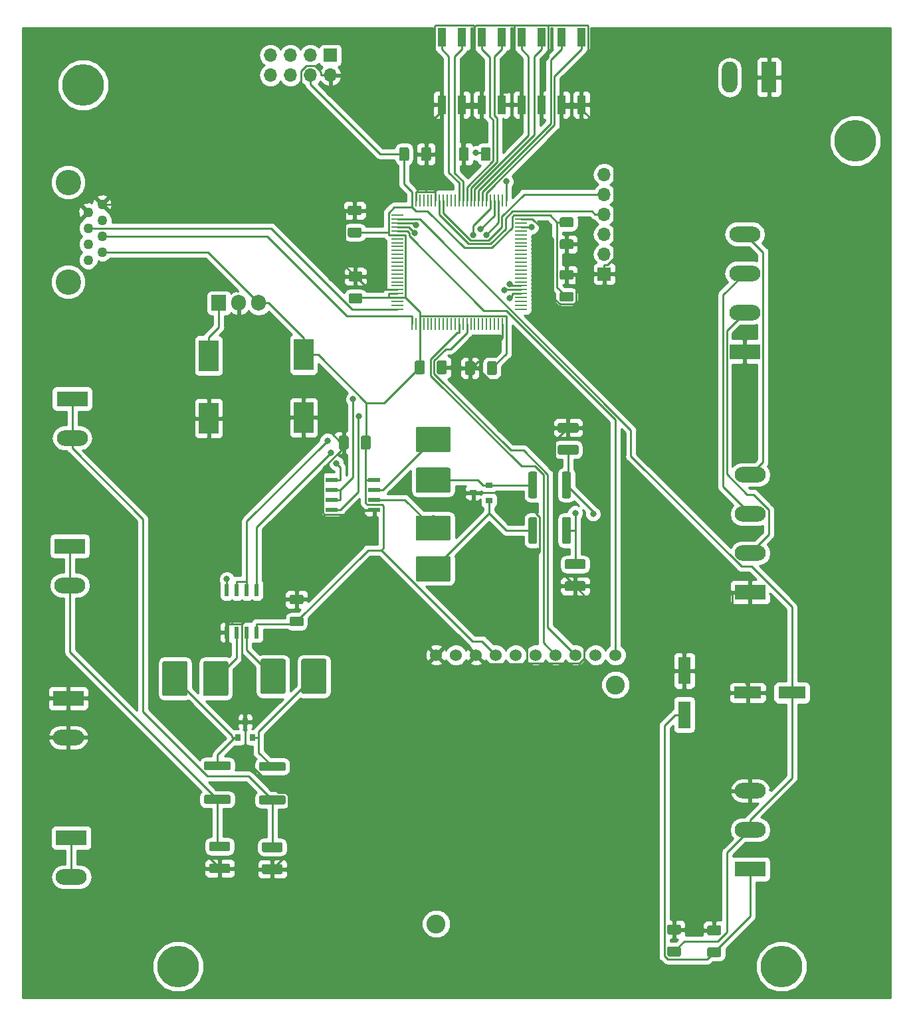
<source format=gtl>
G04 #@! TF.GenerationSoftware,KiCad,Pcbnew,5.0.1-33cea8e~66~ubuntu18.04.1*
G04 #@! TF.CreationDate,2018-10-17T12:33:42-04:00*
G04 #@! TF.ProjectId,BackPanel,4261636B50616E656C2E6B696361645F,rev?*
G04 #@! TF.SameCoordinates,Original*
G04 #@! TF.FileFunction,Copper,L1,Top,Signal*
G04 #@! TF.FilePolarity,Positive*
%FSLAX46Y46*%
G04 Gerber Fmt 4.6, Leading zero omitted, Abs format (unit mm)*
G04 Created by KiCad (PCBNEW 5.0.1-33cea8e~66~ubuntu18.04.1) date Wed 17 Oct 2018 12:33:42 PM EDT*
%MOMM*%
%LPD*%
G01*
G04 APERTURE LIST*
G04 #@! TA.AperFunction,ComponentPad*
%ADD10C,2.413000*%
G04 #@! TD*
G04 #@! TA.AperFunction,ComponentPad*
%ADD11C,1.524000*%
G04 #@! TD*
G04 #@! TA.AperFunction,ComponentPad*
%ADD12C,3.250000*%
G04 #@! TD*
G04 #@! TA.AperFunction,ComponentPad*
%ADD13C,1.270000*%
G04 #@! TD*
G04 #@! TA.AperFunction,Conductor*
%ADD14C,0.100000*%
G04 #@! TD*
G04 #@! TA.AperFunction,SMDPad,CuDef*
%ADD15C,1.250000*%
G04 #@! TD*
G04 #@! TA.AperFunction,SMDPad,CuDef*
%ADD16C,1.125000*%
G04 #@! TD*
G04 #@! TA.AperFunction,WasherPad*
%ADD17C,5.300000*%
G04 #@! TD*
G04 #@! TA.AperFunction,SMDPad,CuDef*
%ADD18R,0.900000X0.800000*%
G04 #@! TD*
G04 #@! TA.AperFunction,SMDPad,CuDef*
%ADD19R,0.800000X0.900000*%
G04 #@! TD*
G04 #@! TA.AperFunction,ComponentPad*
%ADD20R,3.960000X1.980000*%
G04 #@! TD*
G04 #@! TA.AperFunction,ComponentPad*
%ADD21O,3.960000X1.980000*%
G04 #@! TD*
G04 #@! TA.AperFunction,SMDPad,CuDef*
%ADD22R,0.600000X1.550000*%
G04 #@! TD*
G04 #@! TA.AperFunction,SMDPad,CuDef*
%ADD23R,1.550000X0.600000*%
G04 #@! TD*
G04 #@! TA.AperFunction,ComponentPad*
%ADD24R,1.905000X2.000000*%
G04 #@! TD*
G04 #@! TA.AperFunction,ComponentPad*
%ADD25O,1.905000X2.000000*%
G04 #@! TD*
G04 #@! TA.AperFunction,ComponentPad*
%ADD26R,1.700000X1.700000*%
G04 #@! TD*
G04 #@! TA.AperFunction,ComponentPad*
%ADD27O,1.700000X1.700000*%
G04 #@! TD*
G04 #@! TA.AperFunction,SMDPad,CuDef*
%ADD28R,1.500000X0.280000*%
G04 #@! TD*
G04 #@! TA.AperFunction,SMDPad,CuDef*
%ADD29R,0.280000X1.500000*%
G04 #@! TD*
G04 #@! TA.AperFunction,SMDPad,CuDef*
%ADD30R,2.500000X4.000000*%
G04 #@! TD*
G04 #@! TA.AperFunction,SMDPad,CuDef*
%ADD31R,1.600000X3.500000*%
G04 #@! TD*
G04 #@! TA.AperFunction,SMDPad,CuDef*
%ADD32R,3.500000X1.600000*%
G04 #@! TD*
G04 #@! TA.AperFunction,ComponentPad*
%ADD33R,1.980000X3.960000*%
G04 #@! TD*
G04 #@! TA.AperFunction,ComponentPad*
%ADD34O,1.980000X3.960000*%
G04 #@! TD*
G04 #@! TA.AperFunction,SMDPad,CuDef*
%ADD35R,1.120000X2.440000*%
G04 #@! TD*
G04 #@! TA.AperFunction,SMDPad,CuDef*
%ADD36C,3.200000*%
G04 #@! TD*
G04 #@! TA.AperFunction,ViaPad*
%ADD37C,0.800000*%
G04 #@! TD*
G04 #@! TA.AperFunction,Conductor*
%ADD38C,0.250000*%
G04 #@! TD*
G04 #@! TA.AperFunction,Conductor*
%ADD39C,0.254000*%
G04 #@! TD*
G04 APERTURE END LIST*
D10*
G04 #@! TO.P,U5,*
G04 #@! TO.N,*
X142370000Y-142280000D03*
X165230000Y-111800000D03*
D11*
G04 #@! TO.P,U5,10*
G04 #@! TO.N,GND*
X142370000Y-107990000D03*
G04 #@! TO.P,U5,9*
G04 #@! TO.N,+24V*
X144910000Y-107990000D03*
G04 #@! TO.P,U5,8*
G04 #@! TO.N,GND*
X147450000Y-107990000D03*
G04 #@! TO.P,U5,7*
G04 #@! TO.N,+3V3*
X149990000Y-107990000D03*
G04 #@! TO.P,U5,6*
G04 #@! TO.N,/GPIOE/GoEast*
X152530000Y-107990000D03*
G04 #@! TO.P,U5,5*
G04 #@! TO.N,Net-(U5-Pad5)*
X155070000Y-107990000D03*
G04 #@! TO.P,U5,4*
G04 #@! TO.N,/GPIOE/CurrentSense*
X157610000Y-107990000D03*
G04 #@! TO.P,U5,3*
G04 #@! TO.N,/GPIOE/pwm*
X160150000Y-107990000D03*
G04 #@! TO.P,U5,2*
G04 #@! TO.N,Net-(U5-Pad2)*
X162690000Y-107990000D03*
G04 #@! TO.P,U5,1*
G04 #@! TO.N,/GPIOE/GoWest*
X165230000Y-107990000D03*
G04 #@! TD*
D12*
G04 #@! TO.P,J1,*
G04 #@! TO.N,*
X95500000Y-47700000D03*
X95500000Y-60400000D03*
D13*
G04 #@! TO.P,J1,8*
G04 #@! TO.N,GND*
X99818000Y-50494000D03*
G04 #@! TO.P,J1,7*
X98040000Y-51510000D03*
G04 #@! TO.P,J1,6*
G04 #@! TO.N,Net-(J1-Pad6)*
X99818000Y-52526000D03*
G04 #@! TO.P,J1,5*
G04 #@! TO.N,/TX*
X98040000Y-53542000D03*
G04 #@! TO.P,J1,4*
G04 #@! TO.N,/RX*
X99818000Y-54558000D03*
G04 #@! TO.P,J1,3*
G04 #@! TO.N,Net-(J1-Pad3)*
X98040000Y-55574000D03*
G04 #@! TO.P,J1,2*
G04 #@! TO.N,+3V3*
X99818000Y-56590000D03*
G04 #@! TO.P,J1,1*
X98040000Y-57606000D03*
G04 #@! TD*
D14*
G04 #@! TO.N,+3V3*
G04 #@! TO.C,C11*
G36*
X125249504Y-103076204D02*
X125273773Y-103079804D01*
X125297571Y-103085765D01*
X125320671Y-103094030D01*
X125342849Y-103104520D01*
X125363893Y-103117133D01*
X125383598Y-103131747D01*
X125401777Y-103148223D01*
X125418253Y-103166402D01*
X125432867Y-103186107D01*
X125445480Y-103207151D01*
X125455970Y-103229329D01*
X125464235Y-103252429D01*
X125470196Y-103276227D01*
X125473796Y-103300496D01*
X125475000Y-103325000D01*
X125475000Y-104075000D01*
X125473796Y-104099504D01*
X125470196Y-104123773D01*
X125464235Y-104147571D01*
X125455970Y-104170671D01*
X125445480Y-104192849D01*
X125432867Y-104213893D01*
X125418253Y-104233598D01*
X125401777Y-104251777D01*
X125383598Y-104268253D01*
X125363893Y-104282867D01*
X125342849Y-104295480D01*
X125320671Y-104305970D01*
X125297571Y-104314235D01*
X125273773Y-104320196D01*
X125249504Y-104323796D01*
X125225000Y-104325000D01*
X123975000Y-104325000D01*
X123950496Y-104323796D01*
X123926227Y-104320196D01*
X123902429Y-104314235D01*
X123879329Y-104305970D01*
X123857151Y-104295480D01*
X123836107Y-104282867D01*
X123816402Y-104268253D01*
X123798223Y-104251777D01*
X123781747Y-104233598D01*
X123767133Y-104213893D01*
X123754520Y-104192849D01*
X123744030Y-104170671D01*
X123735765Y-104147571D01*
X123729804Y-104123773D01*
X123726204Y-104099504D01*
X123725000Y-104075000D01*
X123725000Y-103325000D01*
X123726204Y-103300496D01*
X123729804Y-103276227D01*
X123735765Y-103252429D01*
X123744030Y-103229329D01*
X123754520Y-103207151D01*
X123767133Y-103186107D01*
X123781747Y-103166402D01*
X123798223Y-103148223D01*
X123816402Y-103131747D01*
X123836107Y-103117133D01*
X123857151Y-103104520D01*
X123879329Y-103094030D01*
X123902429Y-103085765D01*
X123926227Y-103079804D01*
X123950496Y-103076204D01*
X123975000Y-103075000D01*
X125225000Y-103075000D01*
X125249504Y-103076204D01*
X125249504Y-103076204D01*
G37*
D15*
G04 #@! TD*
G04 #@! TO.P,C11,2*
G04 #@! TO.N,+3V3*
X124600000Y-103700000D03*
D14*
G04 #@! TO.N,GND*
G04 #@! TO.C,C11*
G36*
X125249504Y-100276204D02*
X125273773Y-100279804D01*
X125297571Y-100285765D01*
X125320671Y-100294030D01*
X125342849Y-100304520D01*
X125363893Y-100317133D01*
X125383598Y-100331747D01*
X125401777Y-100348223D01*
X125418253Y-100366402D01*
X125432867Y-100386107D01*
X125445480Y-100407151D01*
X125455970Y-100429329D01*
X125464235Y-100452429D01*
X125470196Y-100476227D01*
X125473796Y-100500496D01*
X125475000Y-100525000D01*
X125475000Y-101275000D01*
X125473796Y-101299504D01*
X125470196Y-101323773D01*
X125464235Y-101347571D01*
X125455970Y-101370671D01*
X125445480Y-101392849D01*
X125432867Y-101413893D01*
X125418253Y-101433598D01*
X125401777Y-101451777D01*
X125383598Y-101468253D01*
X125363893Y-101482867D01*
X125342849Y-101495480D01*
X125320671Y-101505970D01*
X125297571Y-101514235D01*
X125273773Y-101520196D01*
X125249504Y-101523796D01*
X125225000Y-101525000D01*
X123975000Y-101525000D01*
X123950496Y-101523796D01*
X123926227Y-101520196D01*
X123902429Y-101514235D01*
X123879329Y-101505970D01*
X123857151Y-101495480D01*
X123836107Y-101482867D01*
X123816402Y-101468253D01*
X123798223Y-101451777D01*
X123781747Y-101433598D01*
X123767133Y-101413893D01*
X123754520Y-101392849D01*
X123744030Y-101370671D01*
X123735765Y-101347571D01*
X123729804Y-101323773D01*
X123726204Y-101299504D01*
X123725000Y-101275000D01*
X123725000Y-100525000D01*
X123726204Y-100500496D01*
X123729804Y-100476227D01*
X123735765Y-100452429D01*
X123744030Y-100429329D01*
X123754520Y-100407151D01*
X123767133Y-100386107D01*
X123781747Y-100366402D01*
X123798223Y-100348223D01*
X123816402Y-100331747D01*
X123836107Y-100317133D01*
X123857151Y-100304520D01*
X123879329Y-100294030D01*
X123902429Y-100285765D01*
X123926227Y-100279804D01*
X123950496Y-100276204D01*
X123975000Y-100275000D01*
X125225000Y-100275000D01*
X125249504Y-100276204D01*
X125249504Y-100276204D01*
G37*
D15*
G04 #@! TD*
G04 #@! TO.P,C11,1*
G04 #@! TO.N,GND*
X124600000Y-100900000D03*
D14*
G04 #@! TO.N,/C-D/serial/AngleRS485B(+)*
G04 #@! TO.C,F1*
G36*
X159312505Y-84601204D02*
X159336773Y-84604804D01*
X159360572Y-84610765D01*
X159383671Y-84619030D01*
X159405850Y-84629520D01*
X159426893Y-84642132D01*
X159446599Y-84656747D01*
X159464777Y-84673223D01*
X159481253Y-84691401D01*
X159495868Y-84711107D01*
X159508480Y-84732150D01*
X159518970Y-84754329D01*
X159527235Y-84777428D01*
X159533196Y-84801227D01*
X159536796Y-84825495D01*
X159538000Y-84849999D01*
X159538000Y-87750001D01*
X159536796Y-87774505D01*
X159533196Y-87798773D01*
X159527235Y-87822572D01*
X159518970Y-87845671D01*
X159508480Y-87867850D01*
X159495868Y-87888893D01*
X159481253Y-87908599D01*
X159464777Y-87926777D01*
X159446599Y-87943253D01*
X159426893Y-87957868D01*
X159405850Y-87970480D01*
X159383671Y-87980970D01*
X159360572Y-87989235D01*
X159336773Y-87995196D01*
X159312505Y-87998796D01*
X159288001Y-88000000D01*
X158662999Y-88000000D01*
X158638495Y-87998796D01*
X158614227Y-87995196D01*
X158590428Y-87989235D01*
X158567329Y-87980970D01*
X158545150Y-87970480D01*
X158524107Y-87957868D01*
X158504401Y-87943253D01*
X158486223Y-87926777D01*
X158469747Y-87908599D01*
X158455132Y-87888893D01*
X158442520Y-87867850D01*
X158432030Y-87845671D01*
X158423765Y-87822572D01*
X158417804Y-87798773D01*
X158414204Y-87774505D01*
X158413000Y-87750001D01*
X158413000Y-84849999D01*
X158414204Y-84825495D01*
X158417804Y-84801227D01*
X158423765Y-84777428D01*
X158432030Y-84754329D01*
X158442520Y-84732150D01*
X158455132Y-84711107D01*
X158469747Y-84691401D01*
X158486223Y-84673223D01*
X158504401Y-84656747D01*
X158524107Y-84642132D01*
X158545150Y-84629520D01*
X158567329Y-84619030D01*
X158590428Y-84610765D01*
X158614227Y-84604804D01*
X158638495Y-84601204D01*
X158662999Y-84600000D01*
X159288001Y-84600000D01*
X159312505Y-84601204D01*
X159312505Y-84601204D01*
G37*
D16*
G04 #@! TD*
G04 #@! TO.P,F1,1*
G04 #@! TO.N,/C-D/serial/AngleRS485B(+)*
X158975500Y-86300000D03*
D14*
G04 #@! TO.N,Net-(D1-Pad2)*
G04 #@! TO.C,F1*
G36*
X155037505Y-84601204D02*
X155061773Y-84604804D01*
X155085572Y-84610765D01*
X155108671Y-84619030D01*
X155130850Y-84629520D01*
X155151893Y-84642132D01*
X155171599Y-84656747D01*
X155189777Y-84673223D01*
X155206253Y-84691401D01*
X155220868Y-84711107D01*
X155233480Y-84732150D01*
X155243970Y-84754329D01*
X155252235Y-84777428D01*
X155258196Y-84801227D01*
X155261796Y-84825495D01*
X155263000Y-84849999D01*
X155263000Y-87750001D01*
X155261796Y-87774505D01*
X155258196Y-87798773D01*
X155252235Y-87822572D01*
X155243970Y-87845671D01*
X155233480Y-87867850D01*
X155220868Y-87888893D01*
X155206253Y-87908599D01*
X155189777Y-87926777D01*
X155171599Y-87943253D01*
X155151893Y-87957868D01*
X155130850Y-87970480D01*
X155108671Y-87980970D01*
X155085572Y-87989235D01*
X155061773Y-87995196D01*
X155037505Y-87998796D01*
X155013001Y-88000000D01*
X154387999Y-88000000D01*
X154363495Y-87998796D01*
X154339227Y-87995196D01*
X154315428Y-87989235D01*
X154292329Y-87980970D01*
X154270150Y-87970480D01*
X154249107Y-87957868D01*
X154229401Y-87943253D01*
X154211223Y-87926777D01*
X154194747Y-87908599D01*
X154180132Y-87888893D01*
X154167520Y-87867850D01*
X154157030Y-87845671D01*
X154148765Y-87822572D01*
X154142804Y-87798773D01*
X154139204Y-87774505D01*
X154138000Y-87750001D01*
X154138000Y-84849999D01*
X154139204Y-84825495D01*
X154142804Y-84801227D01*
X154148765Y-84777428D01*
X154157030Y-84754329D01*
X154167520Y-84732150D01*
X154180132Y-84711107D01*
X154194747Y-84691401D01*
X154211223Y-84673223D01*
X154229401Y-84656747D01*
X154249107Y-84642132D01*
X154270150Y-84629520D01*
X154292329Y-84619030D01*
X154315428Y-84610765D01*
X154339227Y-84604804D01*
X154363495Y-84601204D01*
X154387999Y-84600000D01*
X155013001Y-84600000D01*
X155037505Y-84601204D01*
X155037505Y-84601204D01*
G37*
D16*
G04 #@! TD*
G04 #@! TO.P,F1,2*
G04 #@! TO.N,Net-(D1-Pad2)*
X154700500Y-86300000D03*
D17*
G04 #@! TO.P,H2,*
G04 #@! TO.N,*
X186400000Y-147700000D03*
G04 #@! TD*
D14*
G04 #@! TO.N,+3V3*
G04 #@! TO.C,C9*
G36*
X132749504Y-61876204D02*
X132773773Y-61879804D01*
X132797571Y-61885765D01*
X132820671Y-61894030D01*
X132842849Y-61904520D01*
X132863893Y-61917133D01*
X132883598Y-61931747D01*
X132901777Y-61948223D01*
X132918253Y-61966402D01*
X132932867Y-61986107D01*
X132945480Y-62007151D01*
X132955970Y-62029329D01*
X132964235Y-62052429D01*
X132970196Y-62076227D01*
X132973796Y-62100496D01*
X132975000Y-62125000D01*
X132975000Y-62875000D01*
X132973796Y-62899504D01*
X132970196Y-62923773D01*
X132964235Y-62947571D01*
X132955970Y-62970671D01*
X132945480Y-62992849D01*
X132932867Y-63013893D01*
X132918253Y-63033598D01*
X132901777Y-63051777D01*
X132883598Y-63068253D01*
X132863893Y-63082867D01*
X132842849Y-63095480D01*
X132820671Y-63105970D01*
X132797571Y-63114235D01*
X132773773Y-63120196D01*
X132749504Y-63123796D01*
X132725000Y-63125000D01*
X131475000Y-63125000D01*
X131450496Y-63123796D01*
X131426227Y-63120196D01*
X131402429Y-63114235D01*
X131379329Y-63105970D01*
X131357151Y-63095480D01*
X131336107Y-63082867D01*
X131316402Y-63068253D01*
X131298223Y-63051777D01*
X131281747Y-63033598D01*
X131267133Y-63013893D01*
X131254520Y-62992849D01*
X131244030Y-62970671D01*
X131235765Y-62947571D01*
X131229804Y-62923773D01*
X131226204Y-62899504D01*
X131225000Y-62875000D01*
X131225000Y-62125000D01*
X131226204Y-62100496D01*
X131229804Y-62076227D01*
X131235765Y-62052429D01*
X131244030Y-62029329D01*
X131254520Y-62007151D01*
X131267133Y-61986107D01*
X131281747Y-61966402D01*
X131298223Y-61948223D01*
X131316402Y-61931747D01*
X131336107Y-61917133D01*
X131357151Y-61904520D01*
X131379329Y-61894030D01*
X131402429Y-61885765D01*
X131426227Y-61879804D01*
X131450496Y-61876204D01*
X131475000Y-61875000D01*
X132725000Y-61875000D01*
X132749504Y-61876204D01*
X132749504Y-61876204D01*
G37*
D15*
G04 #@! TD*
G04 #@! TO.P,C9,1*
G04 #@! TO.N,+3V3*
X132100000Y-62500000D03*
D14*
G04 #@! TO.N,GND*
G04 #@! TO.C,C9*
G36*
X132749504Y-59076204D02*
X132773773Y-59079804D01*
X132797571Y-59085765D01*
X132820671Y-59094030D01*
X132842849Y-59104520D01*
X132863893Y-59117133D01*
X132883598Y-59131747D01*
X132901777Y-59148223D01*
X132918253Y-59166402D01*
X132932867Y-59186107D01*
X132945480Y-59207151D01*
X132955970Y-59229329D01*
X132964235Y-59252429D01*
X132970196Y-59276227D01*
X132973796Y-59300496D01*
X132975000Y-59325000D01*
X132975000Y-60075000D01*
X132973796Y-60099504D01*
X132970196Y-60123773D01*
X132964235Y-60147571D01*
X132955970Y-60170671D01*
X132945480Y-60192849D01*
X132932867Y-60213893D01*
X132918253Y-60233598D01*
X132901777Y-60251777D01*
X132883598Y-60268253D01*
X132863893Y-60282867D01*
X132842849Y-60295480D01*
X132820671Y-60305970D01*
X132797571Y-60314235D01*
X132773773Y-60320196D01*
X132749504Y-60323796D01*
X132725000Y-60325000D01*
X131475000Y-60325000D01*
X131450496Y-60323796D01*
X131426227Y-60320196D01*
X131402429Y-60314235D01*
X131379329Y-60305970D01*
X131357151Y-60295480D01*
X131336107Y-60282867D01*
X131316402Y-60268253D01*
X131298223Y-60251777D01*
X131281747Y-60233598D01*
X131267133Y-60213893D01*
X131254520Y-60192849D01*
X131244030Y-60170671D01*
X131235765Y-60147571D01*
X131229804Y-60123773D01*
X131226204Y-60099504D01*
X131225000Y-60075000D01*
X131225000Y-59325000D01*
X131226204Y-59300496D01*
X131229804Y-59276227D01*
X131235765Y-59252429D01*
X131244030Y-59229329D01*
X131254520Y-59207151D01*
X131267133Y-59186107D01*
X131281747Y-59166402D01*
X131298223Y-59148223D01*
X131316402Y-59131747D01*
X131336107Y-59117133D01*
X131357151Y-59104520D01*
X131379329Y-59094030D01*
X131402429Y-59085765D01*
X131426227Y-59079804D01*
X131450496Y-59076204D01*
X131475000Y-59075000D01*
X132725000Y-59075000D01*
X132749504Y-59076204D01*
X132749504Y-59076204D01*
G37*
D15*
G04 #@! TD*
G04 #@! TO.P,C9,2*
G04 #@! TO.N,GND*
X132100000Y-59700000D03*
D14*
G04 #@! TO.N,/C-D/RS485A(-)*
G04 #@! TO.C,RV3*
G36*
X122599504Y-131876204D02*
X122623773Y-131879804D01*
X122647571Y-131885765D01*
X122670671Y-131894030D01*
X122692849Y-131904520D01*
X122713893Y-131917133D01*
X122733598Y-131931747D01*
X122751777Y-131948223D01*
X122768253Y-131966402D01*
X122782867Y-131986107D01*
X122795480Y-132007151D01*
X122805970Y-132029329D01*
X122814235Y-132052429D01*
X122820196Y-132076227D01*
X122823796Y-132100496D01*
X122825000Y-132125000D01*
X122825000Y-132875000D01*
X122823796Y-132899504D01*
X122820196Y-132923773D01*
X122814235Y-132947571D01*
X122805970Y-132970671D01*
X122795480Y-132992849D01*
X122782867Y-133013893D01*
X122768253Y-133033598D01*
X122751777Y-133051777D01*
X122733598Y-133068253D01*
X122713893Y-133082867D01*
X122692849Y-133095480D01*
X122670671Y-133105970D01*
X122647571Y-133114235D01*
X122623773Y-133120196D01*
X122599504Y-133123796D01*
X122575000Y-133125000D01*
X120425000Y-133125000D01*
X120400496Y-133123796D01*
X120376227Y-133120196D01*
X120352429Y-133114235D01*
X120329329Y-133105970D01*
X120307151Y-133095480D01*
X120286107Y-133082867D01*
X120266402Y-133068253D01*
X120248223Y-133051777D01*
X120231747Y-133033598D01*
X120217133Y-133013893D01*
X120204520Y-132992849D01*
X120194030Y-132970671D01*
X120185765Y-132947571D01*
X120179804Y-132923773D01*
X120176204Y-132899504D01*
X120175000Y-132875000D01*
X120175000Y-132125000D01*
X120176204Y-132100496D01*
X120179804Y-132076227D01*
X120185765Y-132052429D01*
X120194030Y-132029329D01*
X120204520Y-132007151D01*
X120217133Y-131986107D01*
X120231747Y-131966402D01*
X120248223Y-131948223D01*
X120266402Y-131931747D01*
X120286107Y-131917133D01*
X120307151Y-131904520D01*
X120329329Y-131894030D01*
X120352429Y-131885765D01*
X120376227Y-131879804D01*
X120400496Y-131876204D01*
X120425000Y-131875000D01*
X122575000Y-131875000D01*
X122599504Y-131876204D01*
X122599504Y-131876204D01*
G37*
D15*
G04 #@! TD*
G04 #@! TO.P,RV3,1*
G04 #@! TO.N,/C-D/RS485A(-)*
X121500000Y-132500000D03*
D14*
G04 #@! TO.N,GND*
G04 #@! TO.C,RV3*
G36*
X122599504Y-134676204D02*
X122623773Y-134679804D01*
X122647571Y-134685765D01*
X122670671Y-134694030D01*
X122692849Y-134704520D01*
X122713893Y-134717133D01*
X122733598Y-134731747D01*
X122751777Y-134748223D01*
X122768253Y-134766402D01*
X122782867Y-134786107D01*
X122795480Y-134807151D01*
X122805970Y-134829329D01*
X122814235Y-134852429D01*
X122820196Y-134876227D01*
X122823796Y-134900496D01*
X122825000Y-134925000D01*
X122825000Y-135675000D01*
X122823796Y-135699504D01*
X122820196Y-135723773D01*
X122814235Y-135747571D01*
X122805970Y-135770671D01*
X122795480Y-135792849D01*
X122782867Y-135813893D01*
X122768253Y-135833598D01*
X122751777Y-135851777D01*
X122733598Y-135868253D01*
X122713893Y-135882867D01*
X122692849Y-135895480D01*
X122670671Y-135905970D01*
X122647571Y-135914235D01*
X122623773Y-135920196D01*
X122599504Y-135923796D01*
X122575000Y-135925000D01*
X120425000Y-135925000D01*
X120400496Y-135923796D01*
X120376227Y-135920196D01*
X120352429Y-135914235D01*
X120329329Y-135905970D01*
X120307151Y-135895480D01*
X120286107Y-135882867D01*
X120266402Y-135868253D01*
X120248223Y-135851777D01*
X120231747Y-135833598D01*
X120217133Y-135813893D01*
X120204520Y-135792849D01*
X120194030Y-135770671D01*
X120185765Y-135747571D01*
X120179804Y-135723773D01*
X120176204Y-135699504D01*
X120175000Y-135675000D01*
X120175000Y-134925000D01*
X120176204Y-134900496D01*
X120179804Y-134876227D01*
X120185765Y-134852429D01*
X120194030Y-134829329D01*
X120204520Y-134807151D01*
X120217133Y-134786107D01*
X120231747Y-134766402D01*
X120248223Y-134748223D01*
X120266402Y-134731747D01*
X120286107Y-134717133D01*
X120307151Y-134704520D01*
X120329329Y-134694030D01*
X120352429Y-134685765D01*
X120376227Y-134679804D01*
X120400496Y-134676204D01*
X120425000Y-134675000D01*
X122575000Y-134675000D01*
X122599504Y-134676204D01*
X122599504Y-134676204D01*
G37*
D15*
G04 #@! TD*
G04 #@! TO.P,RV3,2*
G04 #@! TO.N,GND*
X121500000Y-135300000D03*
D18*
G04 #@! TO.P,D1,1*
G04 #@! TO.N,Net-(D1-Pad1)*
X149100000Y-88250000D03*
G04 #@! TO.P,D1,2*
G04 #@! TO.N,Net-(D1-Pad2)*
X149100000Y-86350000D03*
G04 #@! TO.P,D1,3*
G04 #@! TO.N,GND*
X147100000Y-87300000D03*
G04 #@! TD*
D19*
G04 #@! TO.P,D2,3*
G04 #@! TO.N,GND*
X118050000Y-116500000D03*
G04 #@! TO.P,D2,2*
G04 #@! TO.N,Net-(D2-Pad2)*
X119000000Y-118500000D03*
G04 #@! TO.P,D2,1*
G04 #@! TO.N,Net-(D2-Pad1)*
X117100000Y-118500000D03*
G04 #@! TD*
D20*
G04 #@! TO.P,J9,1*
G04 #@! TO.N,GND*
X181700000Y-69300000D03*
D21*
G04 #@! TO.P,J9,2*
G04 #@! TO.N,+24V*
X181700000Y-64300000D03*
G04 #@! TO.P,J9,4*
G04 #@! TO.N,/C-D/serial/AngleRS485A(-)*
X181700000Y-54300000D03*
G04 #@! TO.P,J9,3*
G04 #@! TO.N,/C-D/serial/AngleRS485B(+)*
X181700000Y-59300000D03*
G04 #@! TD*
G04 #@! TO.P,J8,3*
G04 #@! TO.N,/C-D/serial/AngleRS485B(+)*
X182400000Y-90000000D03*
G04 #@! TO.P,J8,4*
G04 #@! TO.N,/C-D/serial/AngleRS485A(-)*
X182400000Y-85000000D03*
G04 #@! TO.P,J8,2*
G04 #@! TO.N,+24V*
X182400000Y-95000000D03*
D20*
G04 #@! TO.P,J8,1*
G04 #@! TO.N,GND*
X182400000Y-100000000D03*
G04 #@! TD*
D21*
G04 #@! TO.P,J7,2*
G04 #@! TO.N,Net-(J7-Pad1)*
X95900000Y-136300000D03*
D20*
G04 #@! TO.P,J7,1*
X95900000Y-131300000D03*
G04 #@! TD*
D14*
G04 #@! TO.N,/C-D/RS485B(+)*
G04 #@! TO.C,F4*
G36*
X115974505Y-125838204D02*
X115998773Y-125841804D01*
X116022572Y-125847765D01*
X116045671Y-125856030D01*
X116067850Y-125866520D01*
X116088893Y-125879132D01*
X116108599Y-125893747D01*
X116126777Y-125910223D01*
X116143253Y-125928401D01*
X116157868Y-125948107D01*
X116170480Y-125969150D01*
X116180970Y-125991329D01*
X116189235Y-126014428D01*
X116195196Y-126038227D01*
X116198796Y-126062495D01*
X116200000Y-126086999D01*
X116200000Y-126712001D01*
X116198796Y-126736505D01*
X116195196Y-126760773D01*
X116189235Y-126784572D01*
X116180970Y-126807671D01*
X116170480Y-126829850D01*
X116157868Y-126850893D01*
X116143253Y-126870599D01*
X116126777Y-126888777D01*
X116108599Y-126905253D01*
X116088893Y-126919868D01*
X116067850Y-126932480D01*
X116045671Y-126942970D01*
X116022572Y-126951235D01*
X115998773Y-126957196D01*
X115974505Y-126960796D01*
X115950001Y-126962000D01*
X113049999Y-126962000D01*
X113025495Y-126960796D01*
X113001227Y-126957196D01*
X112977428Y-126951235D01*
X112954329Y-126942970D01*
X112932150Y-126932480D01*
X112911107Y-126919868D01*
X112891401Y-126905253D01*
X112873223Y-126888777D01*
X112856747Y-126870599D01*
X112842132Y-126850893D01*
X112829520Y-126829850D01*
X112819030Y-126807671D01*
X112810765Y-126784572D01*
X112804804Y-126760773D01*
X112801204Y-126736505D01*
X112800000Y-126712001D01*
X112800000Y-126086999D01*
X112801204Y-126062495D01*
X112804804Y-126038227D01*
X112810765Y-126014428D01*
X112819030Y-125991329D01*
X112829520Y-125969150D01*
X112842132Y-125948107D01*
X112856747Y-125928401D01*
X112873223Y-125910223D01*
X112891401Y-125893747D01*
X112911107Y-125879132D01*
X112932150Y-125866520D01*
X112954329Y-125856030D01*
X112977428Y-125847765D01*
X113001227Y-125841804D01*
X113025495Y-125838204D01*
X113049999Y-125837000D01*
X115950001Y-125837000D01*
X115974505Y-125838204D01*
X115974505Y-125838204D01*
G37*
D16*
G04 #@! TD*
G04 #@! TO.P,F4,1*
G04 #@! TO.N,/C-D/RS485B(+)*
X114500000Y-126399500D03*
D14*
G04 #@! TO.N,Net-(D2-Pad1)*
G04 #@! TO.C,F4*
G36*
X115974505Y-121563204D02*
X115998773Y-121566804D01*
X116022572Y-121572765D01*
X116045671Y-121581030D01*
X116067850Y-121591520D01*
X116088893Y-121604132D01*
X116108599Y-121618747D01*
X116126777Y-121635223D01*
X116143253Y-121653401D01*
X116157868Y-121673107D01*
X116170480Y-121694150D01*
X116180970Y-121716329D01*
X116189235Y-121739428D01*
X116195196Y-121763227D01*
X116198796Y-121787495D01*
X116200000Y-121811999D01*
X116200000Y-122437001D01*
X116198796Y-122461505D01*
X116195196Y-122485773D01*
X116189235Y-122509572D01*
X116180970Y-122532671D01*
X116170480Y-122554850D01*
X116157868Y-122575893D01*
X116143253Y-122595599D01*
X116126777Y-122613777D01*
X116108599Y-122630253D01*
X116088893Y-122644868D01*
X116067850Y-122657480D01*
X116045671Y-122667970D01*
X116022572Y-122676235D01*
X115998773Y-122682196D01*
X115974505Y-122685796D01*
X115950001Y-122687000D01*
X113049999Y-122687000D01*
X113025495Y-122685796D01*
X113001227Y-122682196D01*
X112977428Y-122676235D01*
X112954329Y-122667970D01*
X112932150Y-122657480D01*
X112911107Y-122644868D01*
X112891401Y-122630253D01*
X112873223Y-122613777D01*
X112856747Y-122595599D01*
X112842132Y-122575893D01*
X112829520Y-122554850D01*
X112819030Y-122532671D01*
X112810765Y-122509572D01*
X112804804Y-122485773D01*
X112801204Y-122461505D01*
X112800000Y-122437001D01*
X112800000Y-121811999D01*
X112801204Y-121787495D01*
X112804804Y-121763227D01*
X112810765Y-121739428D01*
X112819030Y-121716329D01*
X112829520Y-121694150D01*
X112842132Y-121673107D01*
X112856747Y-121653401D01*
X112873223Y-121635223D01*
X112891401Y-121618747D01*
X112911107Y-121604132D01*
X112932150Y-121591520D01*
X112954329Y-121581030D01*
X112977428Y-121572765D01*
X113001227Y-121566804D01*
X113025495Y-121563204D01*
X113049999Y-121562000D01*
X115950001Y-121562000D01*
X115974505Y-121563204D01*
X115974505Y-121563204D01*
G37*
D16*
G04 #@! TD*
G04 #@! TO.P,F4,2*
G04 #@! TO.N,Net-(D2-Pad1)*
X114500000Y-122124500D03*
D14*
G04 #@! TO.N,GND*
G04 #@! TO.C,C7*
G36*
X143499504Y-70426204D02*
X143523773Y-70429804D01*
X143547571Y-70435765D01*
X143570671Y-70444030D01*
X143592849Y-70454520D01*
X143613893Y-70467133D01*
X143633598Y-70481747D01*
X143651777Y-70498223D01*
X143668253Y-70516402D01*
X143682867Y-70536107D01*
X143695480Y-70557151D01*
X143705970Y-70579329D01*
X143714235Y-70602429D01*
X143720196Y-70626227D01*
X143723796Y-70650496D01*
X143725000Y-70675000D01*
X143725000Y-71925000D01*
X143723796Y-71949504D01*
X143720196Y-71973773D01*
X143714235Y-71997571D01*
X143705970Y-72020671D01*
X143695480Y-72042849D01*
X143682867Y-72063893D01*
X143668253Y-72083598D01*
X143651777Y-72101777D01*
X143633598Y-72118253D01*
X143613893Y-72132867D01*
X143592849Y-72145480D01*
X143570671Y-72155970D01*
X143547571Y-72164235D01*
X143523773Y-72170196D01*
X143499504Y-72173796D01*
X143475000Y-72175000D01*
X142725000Y-72175000D01*
X142700496Y-72173796D01*
X142676227Y-72170196D01*
X142652429Y-72164235D01*
X142629329Y-72155970D01*
X142607151Y-72145480D01*
X142586107Y-72132867D01*
X142566402Y-72118253D01*
X142548223Y-72101777D01*
X142531747Y-72083598D01*
X142517133Y-72063893D01*
X142504520Y-72042849D01*
X142494030Y-72020671D01*
X142485765Y-71997571D01*
X142479804Y-71973773D01*
X142476204Y-71949504D01*
X142475000Y-71925000D01*
X142475000Y-70675000D01*
X142476204Y-70650496D01*
X142479804Y-70626227D01*
X142485765Y-70602429D01*
X142494030Y-70579329D01*
X142504520Y-70557151D01*
X142517133Y-70536107D01*
X142531747Y-70516402D01*
X142548223Y-70498223D01*
X142566402Y-70481747D01*
X142586107Y-70467133D01*
X142607151Y-70454520D01*
X142629329Y-70444030D01*
X142652429Y-70435765D01*
X142676227Y-70429804D01*
X142700496Y-70426204D01*
X142725000Y-70425000D01*
X143475000Y-70425000D01*
X143499504Y-70426204D01*
X143499504Y-70426204D01*
G37*
D15*
G04 #@! TD*
G04 #@! TO.P,C7,2*
G04 #@! TO.N,GND*
X143100000Y-71300000D03*
D14*
G04 #@! TO.N,+3V3*
G04 #@! TO.C,C7*
G36*
X140699504Y-70426204D02*
X140723773Y-70429804D01*
X140747571Y-70435765D01*
X140770671Y-70444030D01*
X140792849Y-70454520D01*
X140813893Y-70467133D01*
X140833598Y-70481747D01*
X140851777Y-70498223D01*
X140868253Y-70516402D01*
X140882867Y-70536107D01*
X140895480Y-70557151D01*
X140905970Y-70579329D01*
X140914235Y-70602429D01*
X140920196Y-70626227D01*
X140923796Y-70650496D01*
X140925000Y-70675000D01*
X140925000Y-71925000D01*
X140923796Y-71949504D01*
X140920196Y-71973773D01*
X140914235Y-71997571D01*
X140905970Y-72020671D01*
X140895480Y-72042849D01*
X140882867Y-72063893D01*
X140868253Y-72083598D01*
X140851777Y-72101777D01*
X140833598Y-72118253D01*
X140813893Y-72132867D01*
X140792849Y-72145480D01*
X140770671Y-72155970D01*
X140747571Y-72164235D01*
X140723773Y-72170196D01*
X140699504Y-72173796D01*
X140675000Y-72175000D01*
X139925000Y-72175000D01*
X139900496Y-72173796D01*
X139876227Y-72170196D01*
X139852429Y-72164235D01*
X139829329Y-72155970D01*
X139807151Y-72145480D01*
X139786107Y-72132867D01*
X139766402Y-72118253D01*
X139748223Y-72101777D01*
X139731747Y-72083598D01*
X139717133Y-72063893D01*
X139704520Y-72042849D01*
X139694030Y-72020671D01*
X139685765Y-71997571D01*
X139679804Y-71973773D01*
X139676204Y-71949504D01*
X139675000Y-71925000D01*
X139675000Y-70675000D01*
X139676204Y-70650496D01*
X139679804Y-70626227D01*
X139685765Y-70602429D01*
X139694030Y-70579329D01*
X139704520Y-70557151D01*
X139717133Y-70536107D01*
X139731747Y-70516402D01*
X139748223Y-70498223D01*
X139766402Y-70481747D01*
X139786107Y-70467133D01*
X139807151Y-70454520D01*
X139829329Y-70444030D01*
X139852429Y-70435765D01*
X139876227Y-70429804D01*
X139900496Y-70426204D01*
X139925000Y-70425000D01*
X140675000Y-70425000D01*
X140699504Y-70426204D01*
X140699504Y-70426204D01*
G37*
D15*
G04 #@! TD*
G04 #@! TO.P,C7,1*
G04 #@! TO.N,+3V3*
X140300000Y-71300000D03*
D17*
G04 #@! TO.P,H3,*
G04 #@! TO.N,*
X109500000Y-147700000D03*
G04 #@! TD*
D22*
G04 #@! TO.P,U4,1*
G04 #@! TO.N,/C-D/serial/RX*
X119505000Y-99700000D03*
G04 #@! TO.P,U4,2*
G04 #@! TO.N,/C-D/serial/TX_en*
X118235000Y-99700000D03*
G04 #@! TO.P,U4,3*
X116965000Y-99700000D03*
G04 #@! TO.P,U4,4*
G04 #@! TO.N,/C-D/serial/TX*
X115695000Y-99700000D03*
G04 #@! TO.P,U4,5*
G04 #@! TO.N,GND*
X115695000Y-105100000D03*
G04 #@! TO.P,U4,6*
G04 #@! TO.N,Net-(R4-Pad2)*
X116965000Y-105100000D03*
G04 #@! TO.P,U4,7*
G04 #@! TO.N,Net-(R3-Pad2)*
X118235000Y-105100000D03*
G04 #@! TO.P,U4,8*
G04 #@! TO.N,+3V3*
X119505000Y-105100000D03*
G04 #@! TD*
D23*
G04 #@! TO.P,U3,8*
G04 #@! TO.N,+3V3*
X134500000Y-85630000D03*
G04 #@! TO.P,U3,7*
G04 #@! TO.N,Net-(R1-Pad2)*
X134500000Y-86900000D03*
G04 #@! TO.P,U3,6*
G04 #@! TO.N,Net-(R2-Pad2)*
X134500000Y-88170000D03*
G04 #@! TO.P,U3,5*
G04 #@! TO.N,GND*
X134500000Y-89440000D03*
G04 #@! TO.P,U3,4*
G04 #@! TO.N,/C-D/serial/AngleTX*
X129100000Y-89440000D03*
G04 #@! TO.P,U3,3*
G04 #@! TO.N,/C-D/serial/AngleTX_en*
X129100000Y-88170000D03*
G04 #@! TO.P,U3,2*
X129100000Y-86900000D03*
G04 #@! TO.P,U3,1*
G04 #@! TO.N,/C-D/serial/AngleRX*
X129100000Y-85630000D03*
G04 #@! TD*
D14*
G04 #@! TO.N,GND*
G04 #@! TO.C,RV2*
G36*
X161199504Y-98576204D02*
X161223773Y-98579804D01*
X161247571Y-98585765D01*
X161270671Y-98594030D01*
X161292849Y-98604520D01*
X161313893Y-98617133D01*
X161333598Y-98631747D01*
X161351777Y-98648223D01*
X161368253Y-98666402D01*
X161382867Y-98686107D01*
X161395480Y-98707151D01*
X161405970Y-98729329D01*
X161414235Y-98752429D01*
X161420196Y-98776227D01*
X161423796Y-98800496D01*
X161425000Y-98825000D01*
X161425000Y-99575000D01*
X161423796Y-99599504D01*
X161420196Y-99623773D01*
X161414235Y-99647571D01*
X161405970Y-99670671D01*
X161395480Y-99692849D01*
X161382867Y-99713893D01*
X161368253Y-99733598D01*
X161351777Y-99751777D01*
X161333598Y-99768253D01*
X161313893Y-99782867D01*
X161292849Y-99795480D01*
X161270671Y-99805970D01*
X161247571Y-99814235D01*
X161223773Y-99820196D01*
X161199504Y-99823796D01*
X161175000Y-99825000D01*
X159025000Y-99825000D01*
X159000496Y-99823796D01*
X158976227Y-99820196D01*
X158952429Y-99814235D01*
X158929329Y-99805970D01*
X158907151Y-99795480D01*
X158886107Y-99782867D01*
X158866402Y-99768253D01*
X158848223Y-99751777D01*
X158831747Y-99733598D01*
X158817133Y-99713893D01*
X158804520Y-99692849D01*
X158794030Y-99670671D01*
X158785765Y-99647571D01*
X158779804Y-99623773D01*
X158776204Y-99599504D01*
X158775000Y-99575000D01*
X158775000Y-98825000D01*
X158776204Y-98800496D01*
X158779804Y-98776227D01*
X158785765Y-98752429D01*
X158794030Y-98729329D01*
X158804520Y-98707151D01*
X158817133Y-98686107D01*
X158831747Y-98666402D01*
X158848223Y-98648223D01*
X158866402Y-98631747D01*
X158886107Y-98617133D01*
X158907151Y-98604520D01*
X158929329Y-98594030D01*
X158952429Y-98585765D01*
X158976227Y-98579804D01*
X159000496Y-98576204D01*
X159025000Y-98575000D01*
X161175000Y-98575000D01*
X161199504Y-98576204D01*
X161199504Y-98576204D01*
G37*
D15*
G04 #@! TD*
G04 #@! TO.P,RV2,2*
G04 #@! TO.N,GND*
X160100000Y-99200000D03*
D14*
G04 #@! TO.N,/C-D/serial/AngleRS485A(-)*
G04 #@! TO.C,RV2*
G36*
X161199504Y-95776204D02*
X161223773Y-95779804D01*
X161247571Y-95785765D01*
X161270671Y-95794030D01*
X161292849Y-95804520D01*
X161313893Y-95817133D01*
X161333598Y-95831747D01*
X161351777Y-95848223D01*
X161368253Y-95866402D01*
X161382867Y-95886107D01*
X161395480Y-95907151D01*
X161405970Y-95929329D01*
X161414235Y-95952429D01*
X161420196Y-95976227D01*
X161423796Y-96000496D01*
X161425000Y-96025000D01*
X161425000Y-96775000D01*
X161423796Y-96799504D01*
X161420196Y-96823773D01*
X161414235Y-96847571D01*
X161405970Y-96870671D01*
X161395480Y-96892849D01*
X161382867Y-96913893D01*
X161368253Y-96933598D01*
X161351777Y-96951777D01*
X161333598Y-96968253D01*
X161313893Y-96982867D01*
X161292849Y-96995480D01*
X161270671Y-97005970D01*
X161247571Y-97014235D01*
X161223773Y-97020196D01*
X161199504Y-97023796D01*
X161175000Y-97025000D01*
X159025000Y-97025000D01*
X159000496Y-97023796D01*
X158976227Y-97020196D01*
X158952429Y-97014235D01*
X158929329Y-97005970D01*
X158907151Y-96995480D01*
X158886107Y-96982867D01*
X158866402Y-96968253D01*
X158848223Y-96951777D01*
X158831747Y-96933598D01*
X158817133Y-96913893D01*
X158804520Y-96892849D01*
X158794030Y-96870671D01*
X158785765Y-96847571D01*
X158779804Y-96823773D01*
X158776204Y-96799504D01*
X158775000Y-96775000D01*
X158775000Y-96025000D01*
X158776204Y-96000496D01*
X158779804Y-95976227D01*
X158785765Y-95952429D01*
X158794030Y-95929329D01*
X158804520Y-95907151D01*
X158817133Y-95886107D01*
X158831747Y-95866402D01*
X158848223Y-95848223D01*
X158866402Y-95831747D01*
X158886107Y-95817133D01*
X158907151Y-95804520D01*
X158929329Y-95794030D01*
X158952429Y-95785765D01*
X158976227Y-95779804D01*
X159000496Y-95776204D01*
X159025000Y-95775000D01*
X161175000Y-95775000D01*
X161199504Y-95776204D01*
X161199504Y-95776204D01*
G37*
D15*
G04 #@! TD*
G04 #@! TO.P,RV2,1*
G04 #@! TO.N,/C-D/serial/AngleRS485A(-)*
X160100000Y-96400000D03*
D17*
G04 #@! TO.P,H1,*
G04 #@! TO.N,*
X195800000Y-42400000D03*
G04 #@! TD*
D24*
G04 #@! TO.P,U2,1*
G04 #@! TO.N,+24V*
X114700000Y-63100000D03*
D25*
G04 #@! TO.P,U2,2*
G04 #@! TO.N,GND*
X117240000Y-63100000D03*
G04 #@! TO.P,U2,3*
G04 #@! TO.N,+3V3*
X119780000Y-63100000D03*
G04 #@! TD*
D17*
G04 #@! TO.P,M4,*
G04 #@! TO.N,*
X97400000Y-35300000D03*
G04 #@! TD*
D26*
G04 #@! TO.P,J2,1*
G04 #@! TO.N,Net-(J2-Pad1)*
X128900000Y-31500000D03*
D27*
G04 #@! TO.P,J2,2*
G04 #@! TO.N,GND*
X128900000Y-34040000D03*
G04 #@! TO.P,J2,3*
G04 #@! TO.N,Net-(J2-Pad3)*
X126360000Y-31500000D03*
G04 #@! TO.P,J2,4*
G04 #@! TO.N,+3V3*
X126360000Y-34040000D03*
G04 #@! TO.P,J2,5*
G04 #@! TO.N,Net-(J2-Pad5)*
X123820000Y-31500000D03*
G04 #@! TO.P,J2,6*
G04 #@! TO.N,Net-(J2-Pad6)*
X123820000Y-34040000D03*
G04 #@! TO.P,J2,7*
G04 #@! TO.N,Net-(J2-Pad7)*
X121280000Y-31500000D03*
G04 #@! TO.P,J2,8*
G04 #@! TO.N,Net-(J2-Pad8)*
X121280000Y-34040000D03*
G04 #@! TD*
D14*
G04 #@! TO.N,GND*
G04 #@! TO.C,C10*
G36*
X130999504Y-80026204D02*
X131023773Y-80029804D01*
X131047571Y-80035765D01*
X131070671Y-80044030D01*
X131092849Y-80054520D01*
X131113893Y-80067133D01*
X131133598Y-80081747D01*
X131151777Y-80098223D01*
X131168253Y-80116402D01*
X131182867Y-80136107D01*
X131195480Y-80157151D01*
X131205970Y-80179329D01*
X131214235Y-80202429D01*
X131220196Y-80226227D01*
X131223796Y-80250496D01*
X131225000Y-80275000D01*
X131225000Y-81525000D01*
X131223796Y-81549504D01*
X131220196Y-81573773D01*
X131214235Y-81597571D01*
X131205970Y-81620671D01*
X131195480Y-81642849D01*
X131182867Y-81663893D01*
X131168253Y-81683598D01*
X131151777Y-81701777D01*
X131133598Y-81718253D01*
X131113893Y-81732867D01*
X131092849Y-81745480D01*
X131070671Y-81755970D01*
X131047571Y-81764235D01*
X131023773Y-81770196D01*
X130999504Y-81773796D01*
X130975000Y-81775000D01*
X130225000Y-81775000D01*
X130200496Y-81773796D01*
X130176227Y-81770196D01*
X130152429Y-81764235D01*
X130129329Y-81755970D01*
X130107151Y-81745480D01*
X130086107Y-81732867D01*
X130066402Y-81718253D01*
X130048223Y-81701777D01*
X130031747Y-81683598D01*
X130017133Y-81663893D01*
X130004520Y-81642849D01*
X129994030Y-81620671D01*
X129985765Y-81597571D01*
X129979804Y-81573773D01*
X129976204Y-81549504D01*
X129975000Y-81525000D01*
X129975000Y-80275000D01*
X129976204Y-80250496D01*
X129979804Y-80226227D01*
X129985765Y-80202429D01*
X129994030Y-80179329D01*
X130004520Y-80157151D01*
X130017133Y-80136107D01*
X130031747Y-80116402D01*
X130048223Y-80098223D01*
X130066402Y-80081747D01*
X130086107Y-80067133D01*
X130107151Y-80054520D01*
X130129329Y-80044030D01*
X130152429Y-80035765D01*
X130176227Y-80029804D01*
X130200496Y-80026204D01*
X130225000Y-80025000D01*
X130975000Y-80025000D01*
X130999504Y-80026204D01*
X130999504Y-80026204D01*
G37*
D15*
G04 #@! TD*
G04 #@! TO.P,C10,1*
G04 #@! TO.N,GND*
X130600000Y-80900000D03*
D14*
G04 #@! TO.N,+3V3*
G04 #@! TO.C,C10*
G36*
X133799504Y-80026204D02*
X133823773Y-80029804D01*
X133847571Y-80035765D01*
X133870671Y-80044030D01*
X133892849Y-80054520D01*
X133913893Y-80067133D01*
X133933598Y-80081747D01*
X133951777Y-80098223D01*
X133968253Y-80116402D01*
X133982867Y-80136107D01*
X133995480Y-80157151D01*
X134005970Y-80179329D01*
X134014235Y-80202429D01*
X134020196Y-80226227D01*
X134023796Y-80250496D01*
X134025000Y-80275000D01*
X134025000Y-81525000D01*
X134023796Y-81549504D01*
X134020196Y-81573773D01*
X134014235Y-81597571D01*
X134005970Y-81620671D01*
X133995480Y-81642849D01*
X133982867Y-81663893D01*
X133968253Y-81683598D01*
X133951777Y-81701777D01*
X133933598Y-81718253D01*
X133913893Y-81732867D01*
X133892849Y-81745480D01*
X133870671Y-81755970D01*
X133847571Y-81764235D01*
X133823773Y-81770196D01*
X133799504Y-81773796D01*
X133775000Y-81775000D01*
X133025000Y-81775000D01*
X133000496Y-81773796D01*
X132976227Y-81770196D01*
X132952429Y-81764235D01*
X132929329Y-81755970D01*
X132907151Y-81745480D01*
X132886107Y-81732867D01*
X132866402Y-81718253D01*
X132848223Y-81701777D01*
X132831747Y-81683598D01*
X132817133Y-81663893D01*
X132804520Y-81642849D01*
X132794030Y-81620671D01*
X132785765Y-81597571D01*
X132779804Y-81573773D01*
X132776204Y-81549504D01*
X132775000Y-81525000D01*
X132775000Y-80275000D01*
X132776204Y-80250496D01*
X132779804Y-80226227D01*
X132785765Y-80202429D01*
X132794030Y-80179329D01*
X132804520Y-80157151D01*
X132817133Y-80136107D01*
X132831747Y-80116402D01*
X132848223Y-80098223D01*
X132866402Y-80081747D01*
X132886107Y-80067133D01*
X132907151Y-80054520D01*
X132929329Y-80044030D01*
X132952429Y-80035765D01*
X132976227Y-80029804D01*
X133000496Y-80026204D01*
X133025000Y-80025000D01*
X133775000Y-80025000D01*
X133799504Y-80026204D01*
X133799504Y-80026204D01*
G37*
D15*
G04 #@! TD*
G04 #@! TO.P,C10,2*
G04 #@! TO.N,+3V3*
X133400000Y-80900000D03*
D14*
G04 #@! TO.N,GND*
G04 #@! TO.C,RV4*
G36*
X115899504Y-134576204D02*
X115923773Y-134579804D01*
X115947571Y-134585765D01*
X115970671Y-134594030D01*
X115992849Y-134604520D01*
X116013893Y-134617133D01*
X116033598Y-134631747D01*
X116051777Y-134648223D01*
X116068253Y-134666402D01*
X116082867Y-134686107D01*
X116095480Y-134707151D01*
X116105970Y-134729329D01*
X116114235Y-134752429D01*
X116120196Y-134776227D01*
X116123796Y-134800496D01*
X116125000Y-134825000D01*
X116125000Y-135575000D01*
X116123796Y-135599504D01*
X116120196Y-135623773D01*
X116114235Y-135647571D01*
X116105970Y-135670671D01*
X116095480Y-135692849D01*
X116082867Y-135713893D01*
X116068253Y-135733598D01*
X116051777Y-135751777D01*
X116033598Y-135768253D01*
X116013893Y-135782867D01*
X115992849Y-135795480D01*
X115970671Y-135805970D01*
X115947571Y-135814235D01*
X115923773Y-135820196D01*
X115899504Y-135823796D01*
X115875000Y-135825000D01*
X113725000Y-135825000D01*
X113700496Y-135823796D01*
X113676227Y-135820196D01*
X113652429Y-135814235D01*
X113629329Y-135805970D01*
X113607151Y-135795480D01*
X113586107Y-135782867D01*
X113566402Y-135768253D01*
X113548223Y-135751777D01*
X113531747Y-135733598D01*
X113517133Y-135713893D01*
X113504520Y-135692849D01*
X113494030Y-135670671D01*
X113485765Y-135647571D01*
X113479804Y-135623773D01*
X113476204Y-135599504D01*
X113475000Y-135575000D01*
X113475000Y-134825000D01*
X113476204Y-134800496D01*
X113479804Y-134776227D01*
X113485765Y-134752429D01*
X113494030Y-134729329D01*
X113504520Y-134707151D01*
X113517133Y-134686107D01*
X113531747Y-134666402D01*
X113548223Y-134648223D01*
X113566402Y-134631747D01*
X113586107Y-134617133D01*
X113607151Y-134604520D01*
X113629329Y-134594030D01*
X113652429Y-134585765D01*
X113676227Y-134579804D01*
X113700496Y-134576204D01*
X113725000Y-134575000D01*
X115875000Y-134575000D01*
X115899504Y-134576204D01*
X115899504Y-134576204D01*
G37*
D15*
G04 #@! TD*
G04 #@! TO.P,RV4,2*
G04 #@! TO.N,GND*
X114800000Y-135200000D03*
D14*
G04 #@! TO.N,/C-D/RS485B(+)*
G04 #@! TO.C,RV4*
G36*
X115899504Y-131776204D02*
X115923773Y-131779804D01*
X115947571Y-131785765D01*
X115970671Y-131794030D01*
X115992849Y-131804520D01*
X116013893Y-131817133D01*
X116033598Y-131831747D01*
X116051777Y-131848223D01*
X116068253Y-131866402D01*
X116082867Y-131886107D01*
X116095480Y-131907151D01*
X116105970Y-131929329D01*
X116114235Y-131952429D01*
X116120196Y-131976227D01*
X116123796Y-132000496D01*
X116125000Y-132025000D01*
X116125000Y-132775000D01*
X116123796Y-132799504D01*
X116120196Y-132823773D01*
X116114235Y-132847571D01*
X116105970Y-132870671D01*
X116095480Y-132892849D01*
X116082867Y-132913893D01*
X116068253Y-132933598D01*
X116051777Y-132951777D01*
X116033598Y-132968253D01*
X116013893Y-132982867D01*
X115992849Y-132995480D01*
X115970671Y-133005970D01*
X115947571Y-133014235D01*
X115923773Y-133020196D01*
X115899504Y-133023796D01*
X115875000Y-133025000D01*
X113725000Y-133025000D01*
X113700496Y-133023796D01*
X113676227Y-133020196D01*
X113652429Y-133014235D01*
X113629329Y-133005970D01*
X113607151Y-132995480D01*
X113586107Y-132982867D01*
X113566402Y-132968253D01*
X113548223Y-132951777D01*
X113531747Y-132933598D01*
X113517133Y-132913893D01*
X113504520Y-132892849D01*
X113494030Y-132870671D01*
X113485765Y-132847571D01*
X113479804Y-132823773D01*
X113476204Y-132799504D01*
X113475000Y-132775000D01*
X113475000Y-132025000D01*
X113476204Y-132000496D01*
X113479804Y-131976227D01*
X113485765Y-131952429D01*
X113494030Y-131929329D01*
X113504520Y-131907151D01*
X113517133Y-131886107D01*
X113531747Y-131866402D01*
X113548223Y-131848223D01*
X113566402Y-131831747D01*
X113586107Y-131817133D01*
X113607151Y-131804520D01*
X113629329Y-131794030D01*
X113652429Y-131785765D01*
X113676227Y-131779804D01*
X113700496Y-131776204D01*
X113725000Y-131775000D01*
X115875000Y-131775000D01*
X115899504Y-131776204D01*
X115899504Y-131776204D01*
G37*
D15*
G04 #@! TD*
G04 #@! TO.P,RV4,1*
G04 #@! TO.N,/C-D/RS485B(+)*
X114800000Y-132400000D03*
D14*
G04 #@! TO.N,Net-(D2-Pad2)*
G04 #@! TO.C,F3*
G36*
X122974505Y-121639204D02*
X122998773Y-121642804D01*
X123022572Y-121648765D01*
X123045671Y-121657030D01*
X123067850Y-121667520D01*
X123088893Y-121680132D01*
X123108599Y-121694747D01*
X123126777Y-121711223D01*
X123143253Y-121729401D01*
X123157868Y-121749107D01*
X123170480Y-121770150D01*
X123180970Y-121792329D01*
X123189235Y-121815428D01*
X123195196Y-121839227D01*
X123198796Y-121863495D01*
X123200000Y-121887999D01*
X123200000Y-122513001D01*
X123198796Y-122537505D01*
X123195196Y-122561773D01*
X123189235Y-122585572D01*
X123180970Y-122608671D01*
X123170480Y-122630850D01*
X123157868Y-122651893D01*
X123143253Y-122671599D01*
X123126777Y-122689777D01*
X123108599Y-122706253D01*
X123088893Y-122720868D01*
X123067850Y-122733480D01*
X123045671Y-122743970D01*
X123022572Y-122752235D01*
X122998773Y-122758196D01*
X122974505Y-122761796D01*
X122950001Y-122763000D01*
X120049999Y-122763000D01*
X120025495Y-122761796D01*
X120001227Y-122758196D01*
X119977428Y-122752235D01*
X119954329Y-122743970D01*
X119932150Y-122733480D01*
X119911107Y-122720868D01*
X119891401Y-122706253D01*
X119873223Y-122689777D01*
X119856747Y-122671599D01*
X119842132Y-122651893D01*
X119829520Y-122630850D01*
X119819030Y-122608671D01*
X119810765Y-122585572D01*
X119804804Y-122561773D01*
X119801204Y-122537505D01*
X119800000Y-122513001D01*
X119800000Y-121887999D01*
X119801204Y-121863495D01*
X119804804Y-121839227D01*
X119810765Y-121815428D01*
X119819030Y-121792329D01*
X119829520Y-121770150D01*
X119842132Y-121749107D01*
X119856747Y-121729401D01*
X119873223Y-121711223D01*
X119891401Y-121694747D01*
X119911107Y-121680132D01*
X119932150Y-121667520D01*
X119954329Y-121657030D01*
X119977428Y-121648765D01*
X120001227Y-121642804D01*
X120025495Y-121639204D01*
X120049999Y-121638000D01*
X122950001Y-121638000D01*
X122974505Y-121639204D01*
X122974505Y-121639204D01*
G37*
D16*
G04 #@! TD*
G04 #@! TO.P,F3,2*
G04 #@! TO.N,Net-(D2-Pad2)*
X121500000Y-122200500D03*
D14*
G04 #@! TO.N,/C-D/RS485A(-)*
G04 #@! TO.C,F3*
G36*
X122974505Y-125914204D02*
X122998773Y-125917804D01*
X123022572Y-125923765D01*
X123045671Y-125932030D01*
X123067850Y-125942520D01*
X123088893Y-125955132D01*
X123108599Y-125969747D01*
X123126777Y-125986223D01*
X123143253Y-126004401D01*
X123157868Y-126024107D01*
X123170480Y-126045150D01*
X123180970Y-126067329D01*
X123189235Y-126090428D01*
X123195196Y-126114227D01*
X123198796Y-126138495D01*
X123200000Y-126162999D01*
X123200000Y-126788001D01*
X123198796Y-126812505D01*
X123195196Y-126836773D01*
X123189235Y-126860572D01*
X123180970Y-126883671D01*
X123170480Y-126905850D01*
X123157868Y-126926893D01*
X123143253Y-126946599D01*
X123126777Y-126964777D01*
X123108599Y-126981253D01*
X123088893Y-126995868D01*
X123067850Y-127008480D01*
X123045671Y-127018970D01*
X123022572Y-127027235D01*
X122998773Y-127033196D01*
X122974505Y-127036796D01*
X122950001Y-127038000D01*
X120049999Y-127038000D01*
X120025495Y-127036796D01*
X120001227Y-127033196D01*
X119977428Y-127027235D01*
X119954329Y-127018970D01*
X119932150Y-127008480D01*
X119911107Y-126995868D01*
X119891401Y-126981253D01*
X119873223Y-126964777D01*
X119856747Y-126946599D01*
X119842132Y-126926893D01*
X119829520Y-126905850D01*
X119819030Y-126883671D01*
X119810765Y-126860572D01*
X119804804Y-126836773D01*
X119801204Y-126812505D01*
X119800000Y-126788001D01*
X119800000Y-126162999D01*
X119801204Y-126138495D01*
X119804804Y-126114227D01*
X119810765Y-126090428D01*
X119819030Y-126067329D01*
X119829520Y-126045150D01*
X119842132Y-126024107D01*
X119856747Y-126004401D01*
X119873223Y-125986223D01*
X119891401Y-125969747D01*
X119911107Y-125955132D01*
X119932150Y-125942520D01*
X119954329Y-125932030D01*
X119977428Y-125923765D01*
X120001227Y-125917804D01*
X120025495Y-125914204D01*
X120049999Y-125913000D01*
X122950001Y-125913000D01*
X122974505Y-125914204D01*
X122974505Y-125914204D01*
G37*
D16*
G04 #@! TD*
G04 #@! TO.P,F3,1*
G04 #@! TO.N,/C-D/RS485A(-)*
X121500000Y-126475500D03*
D20*
G04 #@! TO.P,J6,1*
G04 #@! TO.N,GND*
X95500000Y-113500000D03*
D21*
G04 #@! TO.P,J6,2*
X95500000Y-118500000D03*
G04 #@! TD*
D26*
G04 #@! TO.P,J3,1*
G04 #@! TO.N,GND*
X163800000Y-59400000D03*
D27*
G04 #@! TO.P,J3,2*
G04 #@! TO.N,Net-(J3-Pad2)*
X163800000Y-56860000D03*
G04 #@! TO.P,J3,3*
G04 #@! TO.N,Net-(J3-Pad3)*
X163800000Y-54320000D03*
G04 #@! TO.P,J3,4*
G04 #@! TO.N,Net-(J3-Pad4)*
X163800000Y-51780000D03*
G04 #@! TO.P,J3,5*
G04 #@! TO.N,Net-(J3-Pad5)*
X163800000Y-49240000D03*
G04 #@! TO.P,J3,6*
G04 #@! TO.N,Net-(J3-Pad6)*
X163800000Y-46700000D03*
G04 #@! TD*
D14*
G04 #@! TO.N,/C-D/serial/AngleRS485B(+)*
G04 #@! TO.C,RV1*
G36*
X160299504Y-81176204D02*
X160323773Y-81179804D01*
X160347571Y-81185765D01*
X160370671Y-81194030D01*
X160392849Y-81204520D01*
X160413893Y-81217133D01*
X160433598Y-81231747D01*
X160451777Y-81248223D01*
X160468253Y-81266402D01*
X160482867Y-81286107D01*
X160495480Y-81307151D01*
X160505970Y-81329329D01*
X160514235Y-81352429D01*
X160520196Y-81376227D01*
X160523796Y-81400496D01*
X160525000Y-81425000D01*
X160525000Y-82175000D01*
X160523796Y-82199504D01*
X160520196Y-82223773D01*
X160514235Y-82247571D01*
X160505970Y-82270671D01*
X160495480Y-82292849D01*
X160482867Y-82313893D01*
X160468253Y-82333598D01*
X160451777Y-82351777D01*
X160433598Y-82368253D01*
X160413893Y-82382867D01*
X160392849Y-82395480D01*
X160370671Y-82405970D01*
X160347571Y-82414235D01*
X160323773Y-82420196D01*
X160299504Y-82423796D01*
X160275000Y-82425000D01*
X158125000Y-82425000D01*
X158100496Y-82423796D01*
X158076227Y-82420196D01*
X158052429Y-82414235D01*
X158029329Y-82405970D01*
X158007151Y-82395480D01*
X157986107Y-82382867D01*
X157966402Y-82368253D01*
X157948223Y-82351777D01*
X157931747Y-82333598D01*
X157917133Y-82313893D01*
X157904520Y-82292849D01*
X157894030Y-82270671D01*
X157885765Y-82247571D01*
X157879804Y-82223773D01*
X157876204Y-82199504D01*
X157875000Y-82175000D01*
X157875000Y-81425000D01*
X157876204Y-81400496D01*
X157879804Y-81376227D01*
X157885765Y-81352429D01*
X157894030Y-81329329D01*
X157904520Y-81307151D01*
X157917133Y-81286107D01*
X157931747Y-81266402D01*
X157948223Y-81248223D01*
X157966402Y-81231747D01*
X157986107Y-81217133D01*
X158007151Y-81204520D01*
X158029329Y-81194030D01*
X158052429Y-81185765D01*
X158076227Y-81179804D01*
X158100496Y-81176204D01*
X158125000Y-81175000D01*
X160275000Y-81175000D01*
X160299504Y-81176204D01*
X160299504Y-81176204D01*
G37*
D15*
G04 #@! TD*
G04 #@! TO.P,RV1,1*
G04 #@! TO.N,/C-D/serial/AngleRS485B(+)*
X159200000Y-81800000D03*
D14*
G04 #@! TO.N,GND*
G04 #@! TO.C,RV1*
G36*
X160299504Y-78376204D02*
X160323773Y-78379804D01*
X160347571Y-78385765D01*
X160370671Y-78394030D01*
X160392849Y-78404520D01*
X160413893Y-78417133D01*
X160433598Y-78431747D01*
X160451777Y-78448223D01*
X160468253Y-78466402D01*
X160482867Y-78486107D01*
X160495480Y-78507151D01*
X160505970Y-78529329D01*
X160514235Y-78552429D01*
X160520196Y-78576227D01*
X160523796Y-78600496D01*
X160525000Y-78625000D01*
X160525000Y-79375000D01*
X160523796Y-79399504D01*
X160520196Y-79423773D01*
X160514235Y-79447571D01*
X160505970Y-79470671D01*
X160495480Y-79492849D01*
X160482867Y-79513893D01*
X160468253Y-79533598D01*
X160451777Y-79551777D01*
X160433598Y-79568253D01*
X160413893Y-79582867D01*
X160392849Y-79595480D01*
X160370671Y-79605970D01*
X160347571Y-79614235D01*
X160323773Y-79620196D01*
X160299504Y-79623796D01*
X160275000Y-79625000D01*
X158125000Y-79625000D01*
X158100496Y-79623796D01*
X158076227Y-79620196D01*
X158052429Y-79614235D01*
X158029329Y-79605970D01*
X158007151Y-79595480D01*
X157986107Y-79582867D01*
X157966402Y-79568253D01*
X157948223Y-79551777D01*
X157931747Y-79533598D01*
X157917133Y-79513893D01*
X157904520Y-79492849D01*
X157894030Y-79470671D01*
X157885765Y-79447571D01*
X157879804Y-79423773D01*
X157876204Y-79399504D01*
X157875000Y-79375000D01*
X157875000Y-78625000D01*
X157876204Y-78600496D01*
X157879804Y-78576227D01*
X157885765Y-78552429D01*
X157894030Y-78529329D01*
X157904520Y-78507151D01*
X157917133Y-78486107D01*
X157931747Y-78466402D01*
X157948223Y-78448223D01*
X157966402Y-78431747D01*
X157986107Y-78417133D01*
X158007151Y-78404520D01*
X158029329Y-78394030D01*
X158052429Y-78385765D01*
X158076227Y-78379804D01*
X158100496Y-78376204D01*
X158125000Y-78375000D01*
X160275000Y-78375000D01*
X160299504Y-78376204D01*
X160299504Y-78376204D01*
G37*
D15*
G04 #@! TD*
G04 #@! TO.P,RV1,2*
G04 #@! TO.N,GND*
X159200000Y-79000000D03*
D20*
G04 #@! TO.P,J5,1*
G04 #@! TO.N,/C-D/RS485B(+)*
X95700000Y-94100000D03*
D21*
G04 #@! TO.P,J5,2*
X95700000Y-99100000D03*
G04 #@! TD*
D28*
G04 #@! TO.P,U1,1*
G04 #@! TO.N,Net-(U1-Pad1)*
X137400000Y-51900000D03*
G04 #@! TO.P,U1,2*
G04 #@! TO.N,/GPIOE/WestLimit*
X137400000Y-52400000D03*
G04 #@! TO.P,U1,3*
G04 #@! TO.N,/GPIOE/EastLimit*
X137400000Y-52900000D03*
G04 #@! TO.P,U1,4*
G04 #@! TO.N,/GPIOE/GoEast*
X137400000Y-53400000D03*
G04 #@! TO.P,U1,5*
G04 #@! TO.N,/GPIOE/GoWest*
X137400000Y-53900000D03*
G04 #@! TO.P,U1,6*
G04 #@! TO.N,+3V3*
X137400000Y-54400000D03*
G04 #@! TO.P,U1,7*
G04 #@! TO.N,Net-(U1-Pad7)*
X137400000Y-54900000D03*
G04 #@! TO.P,U1,8*
G04 #@! TO.N,Net-(U1-Pad8)*
X137400000Y-55400000D03*
G04 #@! TO.P,U1,9*
G04 #@! TO.N,Net-(U1-Pad9)*
X137400000Y-55900000D03*
G04 #@! TO.P,U1,10*
G04 #@! TO.N,Net-(U1-Pad10)*
X137400000Y-56400000D03*
G04 #@! TO.P,U1,11*
G04 #@! TO.N,Net-(U1-Pad11)*
X137400000Y-56900000D03*
G04 #@! TO.P,U1,12*
G04 #@! TO.N,Net-(U1-Pad12)*
X137400000Y-57400000D03*
G04 #@! TO.P,U1,13*
G04 #@! TO.N,Net-(U1-Pad13)*
X137400000Y-57900000D03*
G04 #@! TO.P,U1,14*
G04 #@! TO.N,Net-(U1-Pad14)*
X137400000Y-58400000D03*
G04 #@! TO.P,U1,15*
G04 #@! TO.N,Net-(U1-Pad15)*
X137400000Y-58900000D03*
G04 #@! TO.P,U1,16*
G04 #@! TO.N,Net-(U1-Pad16)*
X137400000Y-59400000D03*
G04 #@! TO.P,U1,17*
G04 #@! TO.N,Net-(U1-Pad17)*
X137400000Y-59900000D03*
G04 #@! TO.P,U1,18*
G04 #@! TO.N,Net-(U1-Pad18)*
X137400000Y-60400000D03*
G04 #@! TO.P,U1,19*
G04 #@! TO.N,Net-(U1-Pad19)*
X137400000Y-60900000D03*
G04 #@! TO.P,U1,20*
G04 #@! TO.N,GND*
X137400000Y-61400000D03*
G04 #@! TO.P,U1,21*
G04 #@! TO.N,+3V3*
X137400000Y-61900000D03*
G04 #@! TO.P,U1,22*
X137400000Y-62400000D03*
G04 #@! TO.P,U1,23*
G04 #@! TO.N,Net-(U1-Pad23)*
X137400000Y-62900000D03*
G04 #@! TO.P,U1,24*
G04 #@! TO.N,Net-(U1-Pad24)*
X137400000Y-63400000D03*
G04 #@! TO.P,U1,25*
G04 #@! TO.N,/TX*
X137400000Y-63900000D03*
D29*
G04 #@! TO.P,U1,26*
G04 #@! TO.N,/RX*
X139300000Y-65800000D03*
G04 #@! TO.P,U1,27*
G04 #@! TO.N,Net-(U1-Pad27)*
X139800000Y-65800000D03*
G04 #@! TO.P,U1,28*
G04 #@! TO.N,+3V3*
X140300000Y-65800000D03*
G04 #@! TO.P,U1,29*
G04 #@! TO.N,Net-(U1-Pad29)*
X140800000Y-65800000D03*
G04 #@! TO.P,U1,30*
G04 #@! TO.N,Net-(U1-Pad30)*
X141300000Y-65800000D03*
G04 #@! TO.P,U1,31*
G04 #@! TO.N,Net-(U1-Pad31)*
X141800000Y-65800000D03*
G04 #@! TO.P,U1,32*
G04 #@! TO.N,Net-(U1-Pad32)*
X142300000Y-65800000D03*
G04 #@! TO.P,U1,33*
G04 #@! TO.N,Net-(U1-Pad33)*
X142800000Y-65800000D03*
G04 #@! TO.P,U1,34*
G04 #@! TO.N,Net-(U1-Pad34)*
X143300000Y-65800000D03*
G04 #@! TO.P,U1,35*
G04 #@! TO.N,Net-(U1-Pad35)*
X143800000Y-65800000D03*
G04 #@! TO.P,U1,36*
G04 #@! TO.N,Net-(U1-Pad36)*
X144300000Y-65800000D03*
G04 #@! TO.P,U1,37*
G04 #@! TO.N,Net-(U1-Pad37)*
X144800000Y-65800000D03*
G04 #@! TO.P,U1,38*
G04 #@! TO.N,/GPIOE/CurrentSense*
X145300000Y-65800000D03*
G04 #@! TO.P,U1,39*
G04 #@! TO.N,Net-(U1-Pad39)*
X145800000Y-65800000D03*
G04 #@! TO.P,U1,40*
G04 #@! TO.N,/GPIOE/pwm*
X146300000Y-65800000D03*
G04 #@! TO.P,U1,41*
G04 #@! TO.N,Net-(U1-Pad41)*
X146800000Y-65800000D03*
G04 #@! TO.P,U1,42*
G04 #@! TO.N,Net-(U1-Pad42)*
X147300000Y-65800000D03*
G04 #@! TO.P,U1,43*
G04 #@! TO.N,Net-(U1-Pad43)*
X147800000Y-65800000D03*
G04 #@! TO.P,U1,44*
G04 #@! TO.N,Net-(U1-Pad44)*
X148300000Y-65800000D03*
G04 #@! TO.P,U1,45*
G04 #@! TO.N,Net-(U1-Pad45)*
X148800000Y-65800000D03*
G04 #@! TO.P,U1,46*
G04 #@! TO.N,Net-(U1-Pad46)*
X149300000Y-65800000D03*
G04 #@! TO.P,U1,47*
G04 #@! TO.N,Net-(U1-Pad47)*
X149800000Y-65800000D03*
G04 #@! TO.P,U1,48*
G04 #@! TO.N,Net-(U1-Pad48)*
X150300000Y-65800000D03*
G04 #@! TO.P,U1,49*
G04 #@! TO.N,GND*
X150800000Y-65800000D03*
G04 #@! TO.P,U1,50*
G04 #@! TO.N,+3V3*
X151300000Y-65800000D03*
D28*
G04 #@! TO.P,U1,51*
G04 #@! TO.N,Net-(U1-Pad51)*
X153200000Y-63900000D03*
G04 #@! TO.P,U1,52*
G04 #@! TO.N,Net-(U1-Pad52)*
X153200000Y-63400000D03*
G04 #@! TO.P,U1,53*
G04 #@! TO.N,Net-(U1-Pad53)*
X153200000Y-62900000D03*
G04 #@! TO.P,U1,54*
G04 #@! TO.N,Net-(U1-Pad54)*
X153200000Y-62400000D03*
G04 #@! TO.P,U1,55*
G04 #@! TO.N,/C-D/serial/TX*
X153200000Y-61900000D03*
G04 #@! TO.P,U1,56*
G04 #@! TO.N,/C-D/serial/RX*
X153200000Y-61400000D03*
G04 #@! TO.P,U1,57*
G04 #@! TO.N,/C-D/serial/TX_en*
X153200000Y-60900000D03*
G04 #@! TO.P,U1,58*
G04 #@! TO.N,Net-(U1-Pad58)*
X153200000Y-60400000D03*
G04 #@! TO.P,U1,59*
G04 #@! TO.N,Net-(U1-Pad59)*
X153200000Y-59900000D03*
G04 #@! TO.P,U1,60*
G04 #@! TO.N,Net-(U1-Pad60)*
X153200000Y-59400000D03*
G04 #@! TO.P,U1,61*
G04 #@! TO.N,Net-(U1-Pad61)*
X153200000Y-58900000D03*
G04 #@! TO.P,U1,62*
G04 #@! TO.N,Net-(U1-Pad62)*
X153200000Y-58400000D03*
G04 #@! TO.P,U1,63*
G04 #@! TO.N,Net-(U1-Pad63)*
X153200000Y-57900000D03*
G04 #@! TO.P,U1,64*
G04 #@! TO.N,Net-(U1-Pad64)*
X153200000Y-57400000D03*
G04 #@! TO.P,U1,65*
G04 #@! TO.N,Net-(U1-Pad65)*
X153200000Y-56900000D03*
G04 #@! TO.P,U1,66*
G04 #@! TO.N,Net-(U1-Pad66)*
X153200000Y-56400000D03*
G04 #@! TO.P,U1,67*
G04 #@! TO.N,Net-(U1-Pad67)*
X153200000Y-55900000D03*
G04 #@! TO.P,U1,68*
G04 #@! TO.N,Net-(U1-Pad68)*
X153200000Y-55400000D03*
G04 #@! TO.P,U1,69*
G04 #@! TO.N,Net-(U1-Pad69)*
X153200000Y-54900000D03*
G04 #@! TO.P,U1,70*
G04 #@! TO.N,Net-(U1-Pad70)*
X153200000Y-54400000D03*
G04 #@! TO.P,U1,71*
G04 #@! TO.N,Net-(U1-Pad71)*
X153200000Y-53900000D03*
G04 #@! TO.P,U1,72*
G04 #@! TO.N,Net-(J2-Pad5)*
X153200000Y-53400000D03*
G04 #@! TO.P,U1,73*
G04 #@! TO.N,Net-(U1-Pad73)*
X153200000Y-52900000D03*
G04 #@! TO.P,U1,74*
G04 #@! TO.N,GND*
X153200000Y-52400000D03*
G04 #@! TO.P,U1,75*
G04 #@! TO.N,+3V3*
X153200000Y-51900000D03*
D29*
G04 #@! TO.P,U1,76*
G04 #@! TO.N,Net-(J2-Pad1)*
X151300000Y-50000000D03*
G04 #@! TO.P,U1,77*
G04 #@! TO.N,Net-(U1-Pad77)*
X150800000Y-50000000D03*
G04 #@! TO.P,U1,78*
G04 #@! TO.N,/C-D/serial/AngleTX*
X150300000Y-50000000D03*
G04 #@! TO.P,U1,79*
G04 #@! TO.N,/C-D/serial/AngleRX*
X149800000Y-50000000D03*
G04 #@! TO.P,U1,80*
G04 #@! TO.N,/C-D/serial/AngleTX_en*
X149300000Y-50000000D03*
G04 #@! TO.P,U1,81*
G04 #@! TO.N,Net-(SW1-Pad1)*
X148800000Y-50000000D03*
G04 #@! TO.P,U1,82*
G04 #@! TO.N,Net-(SW1-Pad2)*
X148300000Y-50000000D03*
G04 #@! TO.P,U1,83*
G04 #@! TO.N,Net-(SW1-Pad3)*
X147800000Y-50000000D03*
G04 #@! TO.P,U1,84*
G04 #@! TO.N,Net-(SW1-Pad4)*
X147300000Y-50000000D03*
G04 #@! TO.P,U1,85*
G04 #@! TO.N,Net-(SW1-Pad5)*
X146800000Y-50000000D03*
G04 #@! TO.P,U1,86*
G04 #@! TO.N,Net-(SW1-Pad6)*
X146300000Y-50000000D03*
G04 #@! TO.P,U1,87*
G04 #@! TO.N,Net-(SW1-Pad7)*
X145800000Y-50000000D03*
G04 #@! TO.P,U1,88*
G04 #@! TO.N,Net-(SW1-Pad8)*
X145300000Y-50000000D03*
G04 #@! TO.P,U1,89*
G04 #@! TO.N,Net-(U1-Pad89)*
X144800000Y-50000000D03*
G04 #@! TO.P,U1,90*
G04 #@! TO.N,Net-(U1-Pad90)*
X144300000Y-50000000D03*
G04 #@! TO.P,U1,91*
G04 #@! TO.N,Net-(U1-Pad91)*
X143800000Y-50000000D03*
G04 #@! TO.P,U1,92*
G04 #@! TO.N,Net-(J3-Pad5)*
X143300000Y-50000000D03*
G04 #@! TO.P,U1,93*
G04 #@! TO.N,Net-(J3-Pad4)*
X142800000Y-50000000D03*
G04 #@! TO.P,U1,94*
G04 #@! TO.N,GND*
X142300000Y-50000000D03*
G04 #@! TO.P,U1,95*
G04 #@! TO.N,Net-(U1-Pad95)*
X141800000Y-50000000D03*
G04 #@! TO.P,U1,96*
G04 #@! TO.N,Net-(U1-Pad96)*
X141300000Y-50000000D03*
G04 #@! TO.P,U1,97*
G04 #@! TO.N,Net-(U1-Pad97)*
X140800000Y-50000000D03*
G04 #@! TO.P,U1,98*
G04 #@! TO.N,Net-(U1-Pad98)*
X140300000Y-50000000D03*
G04 #@! TO.P,U1,99*
G04 #@! TO.N,GND*
X139800000Y-50000000D03*
G04 #@! TO.P,U1,100*
G04 #@! TO.N,+3V3*
X139300000Y-50000000D03*
G04 #@! TD*
D14*
G04 #@! TO.N,+3V3*
G04 #@! TO.C,C4*
G36*
X159649504Y-61676204D02*
X159673773Y-61679804D01*
X159697571Y-61685765D01*
X159720671Y-61694030D01*
X159742849Y-61704520D01*
X159763893Y-61717133D01*
X159783598Y-61731747D01*
X159801777Y-61748223D01*
X159818253Y-61766402D01*
X159832867Y-61786107D01*
X159845480Y-61807151D01*
X159855970Y-61829329D01*
X159864235Y-61852429D01*
X159870196Y-61876227D01*
X159873796Y-61900496D01*
X159875000Y-61925000D01*
X159875000Y-62675000D01*
X159873796Y-62699504D01*
X159870196Y-62723773D01*
X159864235Y-62747571D01*
X159855970Y-62770671D01*
X159845480Y-62792849D01*
X159832867Y-62813893D01*
X159818253Y-62833598D01*
X159801777Y-62851777D01*
X159783598Y-62868253D01*
X159763893Y-62882867D01*
X159742849Y-62895480D01*
X159720671Y-62905970D01*
X159697571Y-62914235D01*
X159673773Y-62920196D01*
X159649504Y-62923796D01*
X159625000Y-62925000D01*
X158375000Y-62925000D01*
X158350496Y-62923796D01*
X158326227Y-62920196D01*
X158302429Y-62914235D01*
X158279329Y-62905970D01*
X158257151Y-62895480D01*
X158236107Y-62882867D01*
X158216402Y-62868253D01*
X158198223Y-62851777D01*
X158181747Y-62833598D01*
X158167133Y-62813893D01*
X158154520Y-62792849D01*
X158144030Y-62770671D01*
X158135765Y-62747571D01*
X158129804Y-62723773D01*
X158126204Y-62699504D01*
X158125000Y-62675000D01*
X158125000Y-61925000D01*
X158126204Y-61900496D01*
X158129804Y-61876227D01*
X158135765Y-61852429D01*
X158144030Y-61829329D01*
X158154520Y-61807151D01*
X158167133Y-61786107D01*
X158181747Y-61766402D01*
X158198223Y-61748223D01*
X158216402Y-61731747D01*
X158236107Y-61717133D01*
X158257151Y-61704520D01*
X158279329Y-61694030D01*
X158302429Y-61685765D01*
X158326227Y-61679804D01*
X158350496Y-61676204D01*
X158375000Y-61675000D01*
X159625000Y-61675000D01*
X159649504Y-61676204D01*
X159649504Y-61676204D01*
G37*
D15*
G04 #@! TD*
G04 #@! TO.P,C4,1*
G04 #@! TO.N,+3V3*
X159000000Y-62300000D03*
D14*
G04 #@! TO.N,GND*
G04 #@! TO.C,C4*
G36*
X159649504Y-58876204D02*
X159673773Y-58879804D01*
X159697571Y-58885765D01*
X159720671Y-58894030D01*
X159742849Y-58904520D01*
X159763893Y-58917133D01*
X159783598Y-58931747D01*
X159801777Y-58948223D01*
X159818253Y-58966402D01*
X159832867Y-58986107D01*
X159845480Y-59007151D01*
X159855970Y-59029329D01*
X159864235Y-59052429D01*
X159870196Y-59076227D01*
X159873796Y-59100496D01*
X159875000Y-59125000D01*
X159875000Y-59875000D01*
X159873796Y-59899504D01*
X159870196Y-59923773D01*
X159864235Y-59947571D01*
X159855970Y-59970671D01*
X159845480Y-59992849D01*
X159832867Y-60013893D01*
X159818253Y-60033598D01*
X159801777Y-60051777D01*
X159783598Y-60068253D01*
X159763893Y-60082867D01*
X159742849Y-60095480D01*
X159720671Y-60105970D01*
X159697571Y-60114235D01*
X159673773Y-60120196D01*
X159649504Y-60123796D01*
X159625000Y-60125000D01*
X158375000Y-60125000D01*
X158350496Y-60123796D01*
X158326227Y-60120196D01*
X158302429Y-60114235D01*
X158279329Y-60105970D01*
X158257151Y-60095480D01*
X158236107Y-60082867D01*
X158216402Y-60068253D01*
X158198223Y-60051777D01*
X158181747Y-60033598D01*
X158167133Y-60013893D01*
X158154520Y-59992849D01*
X158144030Y-59970671D01*
X158135765Y-59947571D01*
X158129804Y-59923773D01*
X158126204Y-59899504D01*
X158125000Y-59875000D01*
X158125000Y-59125000D01*
X158126204Y-59100496D01*
X158129804Y-59076227D01*
X158135765Y-59052429D01*
X158144030Y-59029329D01*
X158154520Y-59007151D01*
X158167133Y-58986107D01*
X158181747Y-58966402D01*
X158198223Y-58948223D01*
X158216402Y-58931747D01*
X158236107Y-58917133D01*
X158257151Y-58904520D01*
X158279329Y-58894030D01*
X158302429Y-58885765D01*
X158326227Y-58879804D01*
X158350496Y-58876204D01*
X158375000Y-58875000D01*
X159625000Y-58875000D01*
X159649504Y-58876204D01*
X159649504Y-58876204D01*
G37*
D15*
G04 #@! TD*
G04 #@! TO.P,C4,2*
G04 #@! TO.N,GND*
X159000000Y-59500000D03*
D14*
G04 #@! TO.N,GND*
G04 #@! TO.C,C3*
G36*
X132649504Y-50676204D02*
X132673773Y-50679804D01*
X132697571Y-50685765D01*
X132720671Y-50694030D01*
X132742849Y-50704520D01*
X132763893Y-50717133D01*
X132783598Y-50731747D01*
X132801777Y-50748223D01*
X132818253Y-50766402D01*
X132832867Y-50786107D01*
X132845480Y-50807151D01*
X132855970Y-50829329D01*
X132864235Y-50852429D01*
X132870196Y-50876227D01*
X132873796Y-50900496D01*
X132875000Y-50925000D01*
X132875000Y-51675000D01*
X132873796Y-51699504D01*
X132870196Y-51723773D01*
X132864235Y-51747571D01*
X132855970Y-51770671D01*
X132845480Y-51792849D01*
X132832867Y-51813893D01*
X132818253Y-51833598D01*
X132801777Y-51851777D01*
X132783598Y-51868253D01*
X132763893Y-51882867D01*
X132742849Y-51895480D01*
X132720671Y-51905970D01*
X132697571Y-51914235D01*
X132673773Y-51920196D01*
X132649504Y-51923796D01*
X132625000Y-51925000D01*
X131375000Y-51925000D01*
X131350496Y-51923796D01*
X131326227Y-51920196D01*
X131302429Y-51914235D01*
X131279329Y-51905970D01*
X131257151Y-51895480D01*
X131236107Y-51882867D01*
X131216402Y-51868253D01*
X131198223Y-51851777D01*
X131181747Y-51833598D01*
X131167133Y-51813893D01*
X131154520Y-51792849D01*
X131144030Y-51770671D01*
X131135765Y-51747571D01*
X131129804Y-51723773D01*
X131126204Y-51699504D01*
X131125000Y-51675000D01*
X131125000Y-50925000D01*
X131126204Y-50900496D01*
X131129804Y-50876227D01*
X131135765Y-50852429D01*
X131144030Y-50829329D01*
X131154520Y-50807151D01*
X131167133Y-50786107D01*
X131181747Y-50766402D01*
X131198223Y-50748223D01*
X131216402Y-50731747D01*
X131236107Y-50717133D01*
X131257151Y-50704520D01*
X131279329Y-50694030D01*
X131302429Y-50685765D01*
X131326227Y-50679804D01*
X131350496Y-50676204D01*
X131375000Y-50675000D01*
X132625000Y-50675000D01*
X132649504Y-50676204D01*
X132649504Y-50676204D01*
G37*
D15*
G04 #@! TD*
G04 #@! TO.P,C3,2*
G04 #@! TO.N,GND*
X132000000Y-51300000D03*
D14*
G04 #@! TO.N,+3V3*
G04 #@! TO.C,C3*
G36*
X132649504Y-53476204D02*
X132673773Y-53479804D01*
X132697571Y-53485765D01*
X132720671Y-53494030D01*
X132742849Y-53504520D01*
X132763893Y-53517133D01*
X132783598Y-53531747D01*
X132801777Y-53548223D01*
X132818253Y-53566402D01*
X132832867Y-53586107D01*
X132845480Y-53607151D01*
X132855970Y-53629329D01*
X132864235Y-53652429D01*
X132870196Y-53676227D01*
X132873796Y-53700496D01*
X132875000Y-53725000D01*
X132875000Y-54475000D01*
X132873796Y-54499504D01*
X132870196Y-54523773D01*
X132864235Y-54547571D01*
X132855970Y-54570671D01*
X132845480Y-54592849D01*
X132832867Y-54613893D01*
X132818253Y-54633598D01*
X132801777Y-54651777D01*
X132783598Y-54668253D01*
X132763893Y-54682867D01*
X132742849Y-54695480D01*
X132720671Y-54705970D01*
X132697571Y-54714235D01*
X132673773Y-54720196D01*
X132649504Y-54723796D01*
X132625000Y-54725000D01*
X131375000Y-54725000D01*
X131350496Y-54723796D01*
X131326227Y-54720196D01*
X131302429Y-54714235D01*
X131279329Y-54705970D01*
X131257151Y-54695480D01*
X131236107Y-54682867D01*
X131216402Y-54668253D01*
X131198223Y-54651777D01*
X131181747Y-54633598D01*
X131167133Y-54613893D01*
X131154520Y-54592849D01*
X131144030Y-54570671D01*
X131135765Y-54547571D01*
X131129804Y-54523773D01*
X131126204Y-54499504D01*
X131125000Y-54475000D01*
X131125000Y-53725000D01*
X131126204Y-53700496D01*
X131129804Y-53676227D01*
X131135765Y-53652429D01*
X131144030Y-53629329D01*
X131154520Y-53607151D01*
X131167133Y-53586107D01*
X131181747Y-53566402D01*
X131198223Y-53548223D01*
X131216402Y-53531747D01*
X131236107Y-53517133D01*
X131257151Y-53504520D01*
X131279329Y-53494030D01*
X131302429Y-53485765D01*
X131326227Y-53479804D01*
X131350496Y-53476204D01*
X131375000Y-53475000D01*
X132625000Y-53475000D01*
X132649504Y-53476204D01*
X132649504Y-53476204D01*
G37*
D15*
G04 #@! TD*
G04 #@! TO.P,C3,1*
G04 #@! TO.N,+3V3*
X132000000Y-54100000D03*
D20*
G04 #@! TO.P,J10,1*
G04 #@! TO.N,/GPIOE/EastLimit*
X182400000Y-135300000D03*
D21*
G04 #@! TO.P,J10,2*
G04 #@! TO.N,/GPIOE/WestLimit*
X182400000Y-130300000D03*
G04 #@! TO.P,J10,3*
G04 #@! TO.N,GND*
X182400000Y-125300000D03*
G04 #@! TD*
D14*
G04 #@! TO.N,+3V3*
G04 #@! TO.C,C2*
G36*
X149099504Y-43226204D02*
X149123773Y-43229804D01*
X149147571Y-43235765D01*
X149170671Y-43244030D01*
X149192849Y-43254520D01*
X149213893Y-43267133D01*
X149233598Y-43281747D01*
X149251777Y-43298223D01*
X149268253Y-43316402D01*
X149282867Y-43336107D01*
X149295480Y-43357151D01*
X149305970Y-43379329D01*
X149314235Y-43402429D01*
X149320196Y-43426227D01*
X149323796Y-43450496D01*
X149325000Y-43475000D01*
X149325000Y-44725000D01*
X149323796Y-44749504D01*
X149320196Y-44773773D01*
X149314235Y-44797571D01*
X149305970Y-44820671D01*
X149295480Y-44842849D01*
X149282867Y-44863893D01*
X149268253Y-44883598D01*
X149251777Y-44901777D01*
X149233598Y-44918253D01*
X149213893Y-44932867D01*
X149192849Y-44945480D01*
X149170671Y-44955970D01*
X149147571Y-44964235D01*
X149123773Y-44970196D01*
X149099504Y-44973796D01*
X149075000Y-44975000D01*
X148325000Y-44975000D01*
X148300496Y-44973796D01*
X148276227Y-44970196D01*
X148252429Y-44964235D01*
X148229329Y-44955970D01*
X148207151Y-44945480D01*
X148186107Y-44932867D01*
X148166402Y-44918253D01*
X148148223Y-44901777D01*
X148131747Y-44883598D01*
X148117133Y-44863893D01*
X148104520Y-44842849D01*
X148094030Y-44820671D01*
X148085765Y-44797571D01*
X148079804Y-44773773D01*
X148076204Y-44749504D01*
X148075000Y-44725000D01*
X148075000Y-43475000D01*
X148076204Y-43450496D01*
X148079804Y-43426227D01*
X148085765Y-43402429D01*
X148094030Y-43379329D01*
X148104520Y-43357151D01*
X148117133Y-43336107D01*
X148131747Y-43316402D01*
X148148223Y-43298223D01*
X148166402Y-43281747D01*
X148186107Y-43267133D01*
X148207151Y-43254520D01*
X148229329Y-43244030D01*
X148252429Y-43235765D01*
X148276227Y-43229804D01*
X148300496Y-43226204D01*
X148325000Y-43225000D01*
X149075000Y-43225000D01*
X149099504Y-43226204D01*
X149099504Y-43226204D01*
G37*
D15*
G04 #@! TD*
G04 #@! TO.P,C2,1*
G04 #@! TO.N,+3V3*
X148700000Y-44100000D03*
D14*
G04 #@! TO.N,GND*
G04 #@! TO.C,C2*
G36*
X146299504Y-43226204D02*
X146323773Y-43229804D01*
X146347571Y-43235765D01*
X146370671Y-43244030D01*
X146392849Y-43254520D01*
X146413893Y-43267133D01*
X146433598Y-43281747D01*
X146451777Y-43298223D01*
X146468253Y-43316402D01*
X146482867Y-43336107D01*
X146495480Y-43357151D01*
X146505970Y-43379329D01*
X146514235Y-43402429D01*
X146520196Y-43426227D01*
X146523796Y-43450496D01*
X146525000Y-43475000D01*
X146525000Y-44725000D01*
X146523796Y-44749504D01*
X146520196Y-44773773D01*
X146514235Y-44797571D01*
X146505970Y-44820671D01*
X146495480Y-44842849D01*
X146482867Y-44863893D01*
X146468253Y-44883598D01*
X146451777Y-44901777D01*
X146433598Y-44918253D01*
X146413893Y-44932867D01*
X146392849Y-44945480D01*
X146370671Y-44955970D01*
X146347571Y-44964235D01*
X146323773Y-44970196D01*
X146299504Y-44973796D01*
X146275000Y-44975000D01*
X145525000Y-44975000D01*
X145500496Y-44973796D01*
X145476227Y-44970196D01*
X145452429Y-44964235D01*
X145429329Y-44955970D01*
X145407151Y-44945480D01*
X145386107Y-44932867D01*
X145366402Y-44918253D01*
X145348223Y-44901777D01*
X145331747Y-44883598D01*
X145317133Y-44863893D01*
X145304520Y-44842849D01*
X145294030Y-44820671D01*
X145285765Y-44797571D01*
X145279804Y-44773773D01*
X145276204Y-44749504D01*
X145275000Y-44725000D01*
X145275000Y-43475000D01*
X145276204Y-43450496D01*
X145279804Y-43426227D01*
X145285765Y-43402429D01*
X145294030Y-43379329D01*
X145304520Y-43357151D01*
X145317133Y-43336107D01*
X145331747Y-43316402D01*
X145348223Y-43298223D01*
X145366402Y-43281747D01*
X145386107Y-43267133D01*
X145407151Y-43254520D01*
X145429329Y-43244030D01*
X145452429Y-43235765D01*
X145476227Y-43229804D01*
X145500496Y-43226204D01*
X145525000Y-43225000D01*
X146275000Y-43225000D01*
X146299504Y-43226204D01*
X146299504Y-43226204D01*
G37*
D15*
G04 #@! TD*
G04 #@! TO.P,C2,2*
G04 #@! TO.N,GND*
X145900000Y-44100000D03*
D14*
G04 #@! TO.N,Net-(D1-Pad1)*
G04 #@! TO.C,F2*
G36*
X155037505Y-90401204D02*
X155061773Y-90404804D01*
X155085572Y-90410765D01*
X155108671Y-90419030D01*
X155130850Y-90429520D01*
X155151893Y-90442132D01*
X155171599Y-90456747D01*
X155189777Y-90473223D01*
X155206253Y-90491401D01*
X155220868Y-90511107D01*
X155233480Y-90532150D01*
X155243970Y-90554329D01*
X155252235Y-90577428D01*
X155258196Y-90601227D01*
X155261796Y-90625495D01*
X155263000Y-90649999D01*
X155263000Y-93550001D01*
X155261796Y-93574505D01*
X155258196Y-93598773D01*
X155252235Y-93622572D01*
X155243970Y-93645671D01*
X155233480Y-93667850D01*
X155220868Y-93688893D01*
X155206253Y-93708599D01*
X155189777Y-93726777D01*
X155171599Y-93743253D01*
X155151893Y-93757868D01*
X155130850Y-93770480D01*
X155108671Y-93780970D01*
X155085572Y-93789235D01*
X155061773Y-93795196D01*
X155037505Y-93798796D01*
X155013001Y-93800000D01*
X154387999Y-93800000D01*
X154363495Y-93798796D01*
X154339227Y-93795196D01*
X154315428Y-93789235D01*
X154292329Y-93780970D01*
X154270150Y-93770480D01*
X154249107Y-93757868D01*
X154229401Y-93743253D01*
X154211223Y-93726777D01*
X154194747Y-93708599D01*
X154180132Y-93688893D01*
X154167520Y-93667850D01*
X154157030Y-93645671D01*
X154148765Y-93622572D01*
X154142804Y-93598773D01*
X154139204Y-93574505D01*
X154138000Y-93550001D01*
X154138000Y-90649999D01*
X154139204Y-90625495D01*
X154142804Y-90601227D01*
X154148765Y-90577428D01*
X154157030Y-90554329D01*
X154167520Y-90532150D01*
X154180132Y-90511107D01*
X154194747Y-90491401D01*
X154211223Y-90473223D01*
X154229401Y-90456747D01*
X154249107Y-90442132D01*
X154270150Y-90429520D01*
X154292329Y-90419030D01*
X154315428Y-90410765D01*
X154339227Y-90404804D01*
X154363495Y-90401204D01*
X154387999Y-90400000D01*
X155013001Y-90400000D01*
X155037505Y-90401204D01*
X155037505Y-90401204D01*
G37*
D16*
G04 #@! TD*
G04 #@! TO.P,F2,2*
G04 #@! TO.N,Net-(D1-Pad1)*
X154700500Y-92100000D03*
D14*
G04 #@! TO.N,/C-D/serial/AngleRS485A(-)*
G04 #@! TO.C,F2*
G36*
X159312505Y-90401204D02*
X159336773Y-90404804D01*
X159360572Y-90410765D01*
X159383671Y-90419030D01*
X159405850Y-90429520D01*
X159426893Y-90442132D01*
X159446599Y-90456747D01*
X159464777Y-90473223D01*
X159481253Y-90491401D01*
X159495868Y-90511107D01*
X159508480Y-90532150D01*
X159518970Y-90554329D01*
X159527235Y-90577428D01*
X159533196Y-90601227D01*
X159536796Y-90625495D01*
X159538000Y-90649999D01*
X159538000Y-93550001D01*
X159536796Y-93574505D01*
X159533196Y-93598773D01*
X159527235Y-93622572D01*
X159518970Y-93645671D01*
X159508480Y-93667850D01*
X159495868Y-93688893D01*
X159481253Y-93708599D01*
X159464777Y-93726777D01*
X159446599Y-93743253D01*
X159426893Y-93757868D01*
X159405850Y-93770480D01*
X159383671Y-93780970D01*
X159360572Y-93789235D01*
X159336773Y-93795196D01*
X159312505Y-93798796D01*
X159288001Y-93800000D01*
X158662999Y-93800000D01*
X158638495Y-93798796D01*
X158614227Y-93795196D01*
X158590428Y-93789235D01*
X158567329Y-93780970D01*
X158545150Y-93770480D01*
X158524107Y-93757868D01*
X158504401Y-93743253D01*
X158486223Y-93726777D01*
X158469747Y-93708599D01*
X158455132Y-93688893D01*
X158442520Y-93667850D01*
X158432030Y-93645671D01*
X158423765Y-93622572D01*
X158417804Y-93598773D01*
X158414204Y-93574505D01*
X158413000Y-93550001D01*
X158413000Y-90649999D01*
X158414204Y-90625495D01*
X158417804Y-90601227D01*
X158423765Y-90577428D01*
X158432030Y-90554329D01*
X158442520Y-90532150D01*
X158455132Y-90511107D01*
X158469747Y-90491401D01*
X158486223Y-90473223D01*
X158504401Y-90456747D01*
X158524107Y-90442132D01*
X158545150Y-90429520D01*
X158567329Y-90419030D01*
X158590428Y-90410765D01*
X158614227Y-90404804D01*
X158638495Y-90401204D01*
X158662999Y-90400000D01*
X159288001Y-90400000D01*
X159312505Y-90401204D01*
X159312505Y-90401204D01*
G37*
D16*
G04 #@! TD*
G04 #@! TO.P,F2,1*
G04 #@! TO.N,/C-D/serial/AngleRS485A(-)*
X158975500Y-92100000D03*
D14*
G04 #@! TO.N,GND*
G04 #@! TO.C,C1*
G36*
X141499504Y-43226204D02*
X141523773Y-43229804D01*
X141547571Y-43235765D01*
X141570671Y-43244030D01*
X141592849Y-43254520D01*
X141613893Y-43267133D01*
X141633598Y-43281747D01*
X141651777Y-43298223D01*
X141668253Y-43316402D01*
X141682867Y-43336107D01*
X141695480Y-43357151D01*
X141705970Y-43379329D01*
X141714235Y-43402429D01*
X141720196Y-43426227D01*
X141723796Y-43450496D01*
X141725000Y-43475000D01*
X141725000Y-44725000D01*
X141723796Y-44749504D01*
X141720196Y-44773773D01*
X141714235Y-44797571D01*
X141705970Y-44820671D01*
X141695480Y-44842849D01*
X141682867Y-44863893D01*
X141668253Y-44883598D01*
X141651777Y-44901777D01*
X141633598Y-44918253D01*
X141613893Y-44932867D01*
X141592849Y-44945480D01*
X141570671Y-44955970D01*
X141547571Y-44964235D01*
X141523773Y-44970196D01*
X141499504Y-44973796D01*
X141475000Y-44975000D01*
X140725000Y-44975000D01*
X140700496Y-44973796D01*
X140676227Y-44970196D01*
X140652429Y-44964235D01*
X140629329Y-44955970D01*
X140607151Y-44945480D01*
X140586107Y-44932867D01*
X140566402Y-44918253D01*
X140548223Y-44901777D01*
X140531747Y-44883598D01*
X140517133Y-44863893D01*
X140504520Y-44842849D01*
X140494030Y-44820671D01*
X140485765Y-44797571D01*
X140479804Y-44773773D01*
X140476204Y-44749504D01*
X140475000Y-44725000D01*
X140475000Y-43475000D01*
X140476204Y-43450496D01*
X140479804Y-43426227D01*
X140485765Y-43402429D01*
X140494030Y-43379329D01*
X140504520Y-43357151D01*
X140517133Y-43336107D01*
X140531747Y-43316402D01*
X140548223Y-43298223D01*
X140566402Y-43281747D01*
X140586107Y-43267133D01*
X140607151Y-43254520D01*
X140629329Y-43244030D01*
X140652429Y-43235765D01*
X140676227Y-43229804D01*
X140700496Y-43226204D01*
X140725000Y-43225000D01*
X141475000Y-43225000D01*
X141499504Y-43226204D01*
X141499504Y-43226204D01*
G37*
D15*
G04 #@! TD*
G04 #@! TO.P,C1,2*
G04 #@! TO.N,GND*
X141100000Y-44100000D03*
D14*
G04 #@! TO.N,+3V3*
G04 #@! TO.C,C1*
G36*
X138699504Y-43226204D02*
X138723773Y-43229804D01*
X138747571Y-43235765D01*
X138770671Y-43244030D01*
X138792849Y-43254520D01*
X138813893Y-43267133D01*
X138833598Y-43281747D01*
X138851777Y-43298223D01*
X138868253Y-43316402D01*
X138882867Y-43336107D01*
X138895480Y-43357151D01*
X138905970Y-43379329D01*
X138914235Y-43402429D01*
X138920196Y-43426227D01*
X138923796Y-43450496D01*
X138925000Y-43475000D01*
X138925000Y-44725000D01*
X138923796Y-44749504D01*
X138920196Y-44773773D01*
X138914235Y-44797571D01*
X138905970Y-44820671D01*
X138895480Y-44842849D01*
X138882867Y-44863893D01*
X138868253Y-44883598D01*
X138851777Y-44901777D01*
X138833598Y-44918253D01*
X138813893Y-44932867D01*
X138792849Y-44945480D01*
X138770671Y-44955970D01*
X138747571Y-44964235D01*
X138723773Y-44970196D01*
X138699504Y-44973796D01*
X138675000Y-44975000D01*
X137925000Y-44975000D01*
X137900496Y-44973796D01*
X137876227Y-44970196D01*
X137852429Y-44964235D01*
X137829329Y-44955970D01*
X137807151Y-44945480D01*
X137786107Y-44932867D01*
X137766402Y-44918253D01*
X137748223Y-44901777D01*
X137731747Y-44883598D01*
X137717133Y-44863893D01*
X137704520Y-44842849D01*
X137694030Y-44820671D01*
X137685765Y-44797571D01*
X137679804Y-44773773D01*
X137676204Y-44749504D01*
X137675000Y-44725000D01*
X137675000Y-43475000D01*
X137676204Y-43450496D01*
X137679804Y-43426227D01*
X137685765Y-43402429D01*
X137694030Y-43379329D01*
X137704520Y-43357151D01*
X137717133Y-43336107D01*
X137731747Y-43316402D01*
X137748223Y-43298223D01*
X137766402Y-43281747D01*
X137786107Y-43267133D01*
X137807151Y-43254520D01*
X137829329Y-43244030D01*
X137852429Y-43235765D01*
X137876227Y-43229804D01*
X137900496Y-43226204D01*
X137925000Y-43225000D01*
X138675000Y-43225000D01*
X138699504Y-43226204D01*
X138699504Y-43226204D01*
G37*
D15*
G04 #@! TD*
G04 #@! TO.P,C1,1*
G04 #@! TO.N,+3V3*
X138300000Y-44100000D03*
D21*
G04 #@! TO.P,J4,2*
G04 #@! TO.N,/C-D/RS485A(-)*
X96000000Y-80300000D03*
D20*
G04 #@! TO.P,J4,1*
X96000000Y-75300000D03*
G04 #@! TD*
D14*
G04 #@! TO.N,+3V3*
G04 #@! TO.C,C6*
G36*
X149899504Y-70526204D02*
X149923773Y-70529804D01*
X149947571Y-70535765D01*
X149970671Y-70544030D01*
X149992849Y-70554520D01*
X150013893Y-70567133D01*
X150033598Y-70581747D01*
X150051777Y-70598223D01*
X150068253Y-70616402D01*
X150082867Y-70636107D01*
X150095480Y-70657151D01*
X150105970Y-70679329D01*
X150114235Y-70702429D01*
X150120196Y-70726227D01*
X150123796Y-70750496D01*
X150125000Y-70775000D01*
X150125000Y-72025000D01*
X150123796Y-72049504D01*
X150120196Y-72073773D01*
X150114235Y-72097571D01*
X150105970Y-72120671D01*
X150095480Y-72142849D01*
X150082867Y-72163893D01*
X150068253Y-72183598D01*
X150051777Y-72201777D01*
X150033598Y-72218253D01*
X150013893Y-72232867D01*
X149992849Y-72245480D01*
X149970671Y-72255970D01*
X149947571Y-72264235D01*
X149923773Y-72270196D01*
X149899504Y-72273796D01*
X149875000Y-72275000D01*
X149125000Y-72275000D01*
X149100496Y-72273796D01*
X149076227Y-72270196D01*
X149052429Y-72264235D01*
X149029329Y-72255970D01*
X149007151Y-72245480D01*
X148986107Y-72232867D01*
X148966402Y-72218253D01*
X148948223Y-72201777D01*
X148931747Y-72183598D01*
X148917133Y-72163893D01*
X148904520Y-72142849D01*
X148894030Y-72120671D01*
X148885765Y-72097571D01*
X148879804Y-72073773D01*
X148876204Y-72049504D01*
X148875000Y-72025000D01*
X148875000Y-70775000D01*
X148876204Y-70750496D01*
X148879804Y-70726227D01*
X148885765Y-70702429D01*
X148894030Y-70679329D01*
X148904520Y-70657151D01*
X148917133Y-70636107D01*
X148931747Y-70616402D01*
X148948223Y-70598223D01*
X148966402Y-70581747D01*
X148986107Y-70567133D01*
X149007151Y-70554520D01*
X149029329Y-70544030D01*
X149052429Y-70535765D01*
X149076227Y-70529804D01*
X149100496Y-70526204D01*
X149125000Y-70525000D01*
X149875000Y-70525000D01*
X149899504Y-70526204D01*
X149899504Y-70526204D01*
G37*
D15*
G04 #@! TD*
G04 #@! TO.P,C6,1*
G04 #@! TO.N,+3V3*
X149500000Y-71400000D03*
D14*
G04 #@! TO.N,GND*
G04 #@! TO.C,C6*
G36*
X147099504Y-70526204D02*
X147123773Y-70529804D01*
X147147571Y-70535765D01*
X147170671Y-70544030D01*
X147192849Y-70554520D01*
X147213893Y-70567133D01*
X147233598Y-70581747D01*
X147251777Y-70598223D01*
X147268253Y-70616402D01*
X147282867Y-70636107D01*
X147295480Y-70657151D01*
X147305970Y-70679329D01*
X147314235Y-70702429D01*
X147320196Y-70726227D01*
X147323796Y-70750496D01*
X147325000Y-70775000D01*
X147325000Y-72025000D01*
X147323796Y-72049504D01*
X147320196Y-72073773D01*
X147314235Y-72097571D01*
X147305970Y-72120671D01*
X147295480Y-72142849D01*
X147282867Y-72163893D01*
X147268253Y-72183598D01*
X147251777Y-72201777D01*
X147233598Y-72218253D01*
X147213893Y-72232867D01*
X147192849Y-72245480D01*
X147170671Y-72255970D01*
X147147571Y-72264235D01*
X147123773Y-72270196D01*
X147099504Y-72273796D01*
X147075000Y-72275000D01*
X146325000Y-72275000D01*
X146300496Y-72273796D01*
X146276227Y-72270196D01*
X146252429Y-72264235D01*
X146229329Y-72255970D01*
X146207151Y-72245480D01*
X146186107Y-72232867D01*
X146166402Y-72218253D01*
X146148223Y-72201777D01*
X146131747Y-72183598D01*
X146117133Y-72163893D01*
X146104520Y-72142849D01*
X146094030Y-72120671D01*
X146085765Y-72097571D01*
X146079804Y-72073773D01*
X146076204Y-72049504D01*
X146075000Y-72025000D01*
X146075000Y-70775000D01*
X146076204Y-70750496D01*
X146079804Y-70726227D01*
X146085765Y-70702429D01*
X146094030Y-70679329D01*
X146104520Y-70657151D01*
X146117133Y-70636107D01*
X146131747Y-70616402D01*
X146148223Y-70598223D01*
X146166402Y-70581747D01*
X146186107Y-70567133D01*
X146207151Y-70554520D01*
X146229329Y-70544030D01*
X146252429Y-70535765D01*
X146276227Y-70529804D01*
X146300496Y-70526204D01*
X146325000Y-70525000D01*
X147075000Y-70525000D01*
X147099504Y-70526204D01*
X147099504Y-70526204D01*
G37*
D15*
G04 #@! TD*
G04 #@! TO.P,C6,2*
G04 #@! TO.N,GND*
X146700000Y-71400000D03*
D14*
G04 #@! TO.N,GND*
G04 #@! TO.C,C5*
G36*
X159649504Y-54976204D02*
X159673773Y-54979804D01*
X159697571Y-54985765D01*
X159720671Y-54994030D01*
X159742849Y-55004520D01*
X159763893Y-55017133D01*
X159783598Y-55031747D01*
X159801777Y-55048223D01*
X159818253Y-55066402D01*
X159832867Y-55086107D01*
X159845480Y-55107151D01*
X159855970Y-55129329D01*
X159864235Y-55152429D01*
X159870196Y-55176227D01*
X159873796Y-55200496D01*
X159875000Y-55225000D01*
X159875000Y-55975000D01*
X159873796Y-55999504D01*
X159870196Y-56023773D01*
X159864235Y-56047571D01*
X159855970Y-56070671D01*
X159845480Y-56092849D01*
X159832867Y-56113893D01*
X159818253Y-56133598D01*
X159801777Y-56151777D01*
X159783598Y-56168253D01*
X159763893Y-56182867D01*
X159742849Y-56195480D01*
X159720671Y-56205970D01*
X159697571Y-56214235D01*
X159673773Y-56220196D01*
X159649504Y-56223796D01*
X159625000Y-56225000D01*
X158375000Y-56225000D01*
X158350496Y-56223796D01*
X158326227Y-56220196D01*
X158302429Y-56214235D01*
X158279329Y-56205970D01*
X158257151Y-56195480D01*
X158236107Y-56182867D01*
X158216402Y-56168253D01*
X158198223Y-56151777D01*
X158181747Y-56133598D01*
X158167133Y-56113893D01*
X158154520Y-56092849D01*
X158144030Y-56070671D01*
X158135765Y-56047571D01*
X158129804Y-56023773D01*
X158126204Y-55999504D01*
X158125000Y-55975000D01*
X158125000Y-55225000D01*
X158126204Y-55200496D01*
X158129804Y-55176227D01*
X158135765Y-55152429D01*
X158144030Y-55129329D01*
X158154520Y-55107151D01*
X158167133Y-55086107D01*
X158181747Y-55066402D01*
X158198223Y-55048223D01*
X158216402Y-55031747D01*
X158236107Y-55017133D01*
X158257151Y-55004520D01*
X158279329Y-54994030D01*
X158302429Y-54985765D01*
X158326227Y-54979804D01*
X158350496Y-54976204D01*
X158375000Y-54975000D01*
X159625000Y-54975000D01*
X159649504Y-54976204D01*
X159649504Y-54976204D01*
G37*
D15*
G04 #@! TD*
G04 #@! TO.P,C5,2*
G04 #@! TO.N,GND*
X159000000Y-55600000D03*
D14*
G04 #@! TO.N,+3V3*
G04 #@! TO.C,C5*
G36*
X159649504Y-52176204D02*
X159673773Y-52179804D01*
X159697571Y-52185765D01*
X159720671Y-52194030D01*
X159742849Y-52204520D01*
X159763893Y-52217133D01*
X159783598Y-52231747D01*
X159801777Y-52248223D01*
X159818253Y-52266402D01*
X159832867Y-52286107D01*
X159845480Y-52307151D01*
X159855970Y-52329329D01*
X159864235Y-52352429D01*
X159870196Y-52376227D01*
X159873796Y-52400496D01*
X159875000Y-52425000D01*
X159875000Y-53175000D01*
X159873796Y-53199504D01*
X159870196Y-53223773D01*
X159864235Y-53247571D01*
X159855970Y-53270671D01*
X159845480Y-53292849D01*
X159832867Y-53313893D01*
X159818253Y-53333598D01*
X159801777Y-53351777D01*
X159783598Y-53368253D01*
X159763893Y-53382867D01*
X159742849Y-53395480D01*
X159720671Y-53405970D01*
X159697571Y-53414235D01*
X159673773Y-53420196D01*
X159649504Y-53423796D01*
X159625000Y-53425000D01*
X158375000Y-53425000D01*
X158350496Y-53423796D01*
X158326227Y-53420196D01*
X158302429Y-53414235D01*
X158279329Y-53405970D01*
X158257151Y-53395480D01*
X158236107Y-53382867D01*
X158216402Y-53368253D01*
X158198223Y-53351777D01*
X158181747Y-53333598D01*
X158167133Y-53313893D01*
X158154520Y-53292849D01*
X158144030Y-53270671D01*
X158135765Y-53247571D01*
X158129804Y-53223773D01*
X158126204Y-53199504D01*
X158125000Y-53175000D01*
X158125000Y-52425000D01*
X158126204Y-52400496D01*
X158129804Y-52376227D01*
X158135765Y-52352429D01*
X158144030Y-52329329D01*
X158154520Y-52307151D01*
X158167133Y-52286107D01*
X158181747Y-52266402D01*
X158198223Y-52248223D01*
X158216402Y-52231747D01*
X158236107Y-52217133D01*
X158257151Y-52204520D01*
X158279329Y-52194030D01*
X158302429Y-52185765D01*
X158326227Y-52179804D01*
X158350496Y-52176204D01*
X158375000Y-52175000D01*
X159625000Y-52175000D01*
X159649504Y-52176204D01*
X159649504Y-52176204D01*
G37*
D15*
G04 #@! TD*
G04 #@! TO.P,C5,1*
G04 #@! TO.N,+3V3*
X159000000Y-52800000D03*
D30*
G04 #@! TO.P,C12,1*
G04 #@! TO.N,+24V*
X113400000Y-69800000D03*
G04 #@! TO.P,C12,2*
G04 #@! TO.N,GND*
X113400000Y-77800000D03*
G04 #@! TD*
D31*
G04 #@! TO.P,C13,2*
G04 #@! TO.N,GND*
X174000000Y-110000000D03*
G04 #@! TO.P,C13,1*
G04 #@! TO.N,/GPIOE/EastLimit*
X174000000Y-115600000D03*
G04 #@! TD*
D14*
G04 #@! TO.N,GND*
G04 #@! TO.C,C14*
G36*
X178449504Y-142476204D02*
X178473773Y-142479804D01*
X178497571Y-142485765D01*
X178520671Y-142494030D01*
X178542849Y-142504520D01*
X178563893Y-142517133D01*
X178583598Y-142531747D01*
X178601777Y-142548223D01*
X178618253Y-142566402D01*
X178632867Y-142586107D01*
X178645480Y-142607151D01*
X178655970Y-142629329D01*
X178664235Y-142652429D01*
X178670196Y-142676227D01*
X178673796Y-142700496D01*
X178675000Y-142725000D01*
X178675000Y-143475000D01*
X178673796Y-143499504D01*
X178670196Y-143523773D01*
X178664235Y-143547571D01*
X178655970Y-143570671D01*
X178645480Y-143592849D01*
X178632867Y-143613893D01*
X178618253Y-143633598D01*
X178601777Y-143651777D01*
X178583598Y-143668253D01*
X178563893Y-143682867D01*
X178542849Y-143695480D01*
X178520671Y-143705970D01*
X178497571Y-143714235D01*
X178473773Y-143720196D01*
X178449504Y-143723796D01*
X178425000Y-143725000D01*
X177175000Y-143725000D01*
X177150496Y-143723796D01*
X177126227Y-143720196D01*
X177102429Y-143714235D01*
X177079329Y-143705970D01*
X177057151Y-143695480D01*
X177036107Y-143682867D01*
X177016402Y-143668253D01*
X176998223Y-143651777D01*
X176981747Y-143633598D01*
X176967133Y-143613893D01*
X176954520Y-143592849D01*
X176944030Y-143570671D01*
X176935765Y-143547571D01*
X176929804Y-143523773D01*
X176926204Y-143499504D01*
X176925000Y-143475000D01*
X176925000Y-142725000D01*
X176926204Y-142700496D01*
X176929804Y-142676227D01*
X176935765Y-142652429D01*
X176944030Y-142629329D01*
X176954520Y-142607151D01*
X176967133Y-142586107D01*
X176981747Y-142566402D01*
X176998223Y-142548223D01*
X177016402Y-142531747D01*
X177036107Y-142517133D01*
X177057151Y-142504520D01*
X177079329Y-142494030D01*
X177102429Y-142485765D01*
X177126227Y-142479804D01*
X177150496Y-142476204D01*
X177175000Y-142475000D01*
X178425000Y-142475000D01*
X178449504Y-142476204D01*
X178449504Y-142476204D01*
G37*
D15*
G04 #@! TD*
G04 #@! TO.P,C14,2*
G04 #@! TO.N,GND*
X177800000Y-143100000D03*
D14*
G04 #@! TO.N,/GPIOE/EastLimit*
G04 #@! TO.C,C14*
G36*
X178449504Y-145276204D02*
X178473773Y-145279804D01*
X178497571Y-145285765D01*
X178520671Y-145294030D01*
X178542849Y-145304520D01*
X178563893Y-145317133D01*
X178583598Y-145331747D01*
X178601777Y-145348223D01*
X178618253Y-145366402D01*
X178632867Y-145386107D01*
X178645480Y-145407151D01*
X178655970Y-145429329D01*
X178664235Y-145452429D01*
X178670196Y-145476227D01*
X178673796Y-145500496D01*
X178675000Y-145525000D01*
X178675000Y-146275000D01*
X178673796Y-146299504D01*
X178670196Y-146323773D01*
X178664235Y-146347571D01*
X178655970Y-146370671D01*
X178645480Y-146392849D01*
X178632867Y-146413893D01*
X178618253Y-146433598D01*
X178601777Y-146451777D01*
X178583598Y-146468253D01*
X178563893Y-146482867D01*
X178542849Y-146495480D01*
X178520671Y-146505970D01*
X178497571Y-146514235D01*
X178473773Y-146520196D01*
X178449504Y-146523796D01*
X178425000Y-146525000D01*
X177175000Y-146525000D01*
X177150496Y-146523796D01*
X177126227Y-146520196D01*
X177102429Y-146514235D01*
X177079329Y-146505970D01*
X177057151Y-146495480D01*
X177036107Y-146482867D01*
X177016402Y-146468253D01*
X176998223Y-146451777D01*
X176981747Y-146433598D01*
X176967133Y-146413893D01*
X176954520Y-146392849D01*
X176944030Y-146370671D01*
X176935765Y-146347571D01*
X176929804Y-146323773D01*
X176926204Y-146299504D01*
X176925000Y-146275000D01*
X176925000Y-145525000D01*
X176926204Y-145500496D01*
X176929804Y-145476227D01*
X176935765Y-145452429D01*
X176944030Y-145429329D01*
X176954520Y-145407151D01*
X176967133Y-145386107D01*
X176981747Y-145366402D01*
X176998223Y-145348223D01*
X177016402Y-145331747D01*
X177036107Y-145317133D01*
X177057151Y-145304520D01*
X177079329Y-145294030D01*
X177102429Y-145285765D01*
X177126227Y-145279804D01*
X177150496Y-145276204D01*
X177175000Y-145275000D01*
X178425000Y-145275000D01*
X178449504Y-145276204D01*
X178449504Y-145276204D01*
G37*
D15*
G04 #@! TD*
G04 #@! TO.P,C14,1*
G04 #@! TO.N,/GPIOE/EastLimit*
X177800000Y-145900000D03*
D14*
G04 #@! TO.N,/GPIOE/WestLimit*
G04 #@! TO.C,C15*
G36*
X173349504Y-145176204D02*
X173373773Y-145179804D01*
X173397571Y-145185765D01*
X173420671Y-145194030D01*
X173442849Y-145204520D01*
X173463893Y-145217133D01*
X173483598Y-145231747D01*
X173501777Y-145248223D01*
X173518253Y-145266402D01*
X173532867Y-145286107D01*
X173545480Y-145307151D01*
X173555970Y-145329329D01*
X173564235Y-145352429D01*
X173570196Y-145376227D01*
X173573796Y-145400496D01*
X173575000Y-145425000D01*
X173575000Y-146175000D01*
X173573796Y-146199504D01*
X173570196Y-146223773D01*
X173564235Y-146247571D01*
X173555970Y-146270671D01*
X173545480Y-146292849D01*
X173532867Y-146313893D01*
X173518253Y-146333598D01*
X173501777Y-146351777D01*
X173483598Y-146368253D01*
X173463893Y-146382867D01*
X173442849Y-146395480D01*
X173420671Y-146405970D01*
X173397571Y-146414235D01*
X173373773Y-146420196D01*
X173349504Y-146423796D01*
X173325000Y-146425000D01*
X172075000Y-146425000D01*
X172050496Y-146423796D01*
X172026227Y-146420196D01*
X172002429Y-146414235D01*
X171979329Y-146405970D01*
X171957151Y-146395480D01*
X171936107Y-146382867D01*
X171916402Y-146368253D01*
X171898223Y-146351777D01*
X171881747Y-146333598D01*
X171867133Y-146313893D01*
X171854520Y-146292849D01*
X171844030Y-146270671D01*
X171835765Y-146247571D01*
X171829804Y-146223773D01*
X171826204Y-146199504D01*
X171825000Y-146175000D01*
X171825000Y-145425000D01*
X171826204Y-145400496D01*
X171829804Y-145376227D01*
X171835765Y-145352429D01*
X171844030Y-145329329D01*
X171854520Y-145307151D01*
X171867133Y-145286107D01*
X171881747Y-145266402D01*
X171898223Y-145248223D01*
X171916402Y-145231747D01*
X171936107Y-145217133D01*
X171957151Y-145204520D01*
X171979329Y-145194030D01*
X172002429Y-145185765D01*
X172026227Y-145179804D01*
X172050496Y-145176204D01*
X172075000Y-145175000D01*
X173325000Y-145175000D01*
X173349504Y-145176204D01*
X173349504Y-145176204D01*
G37*
D15*
G04 #@! TD*
G04 #@! TO.P,C15,1*
G04 #@! TO.N,/GPIOE/WestLimit*
X172700000Y-145800000D03*
D14*
G04 #@! TO.N,GND*
G04 #@! TO.C,C15*
G36*
X173349504Y-142376204D02*
X173373773Y-142379804D01*
X173397571Y-142385765D01*
X173420671Y-142394030D01*
X173442849Y-142404520D01*
X173463893Y-142417133D01*
X173483598Y-142431747D01*
X173501777Y-142448223D01*
X173518253Y-142466402D01*
X173532867Y-142486107D01*
X173545480Y-142507151D01*
X173555970Y-142529329D01*
X173564235Y-142552429D01*
X173570196Y-142576227D01*
X173573796Y-142600496D01*
X173575000Y-142625000D01*
X173575000Y-143375000D01*
X173573796Y-143399504D01*
X173570196Y-143423773D01*
X173564235Y-143447571D01*
X173555970Y-143470671D01*
X173545480Y-143492849D01*
X173532867Y-143513893D01*
X173518253Y-143533598D01*
X173501777Y-143551777D01*
X173483598Y-143568253D01*
X173463893Y-143582867D01*
X173442849Y-143595480D01*
X173420671Y-143605970D01*
X173397571Y-143614235D01*
X173373773Y-143620196D01*
X173349504Y-143623796D01*
X173325000Y-143625000D01*
X172075000Y-143625000D01*
X172050496Y-143623796D01*
X172026227Y-143620196D01*
X172002429Y-143614235D01*
X171979329Y-143605970D01*
X171957151Y-143595480D01*
X171936107Y-143582867D01*
X171916402Y-143568253D01*
X171898223Y-143551777D01*
X171881747Y-143533598D01*
X171867133Y-143513893D01*
X171854520Y-143492849D01*
X171844030Y-143470671D01*
X171835765Y-143447571D01*
X171829804Y-143423773D01*
X171826204Y-143399504D01*
X171825000Y-143375000D01*
X171825000Y-142625000D01*
X171826204Y-142600496D01*
X171829804Y-142576227D01*
X171835765Y-142552429D01*
X171844030Y-142529329D01*
X171854520Y-142507151D01*
X171867133Y-142486107D01*
X171881747Y-142466402D01*
X171898223Y-142448223D01*
X171916402Y-142431747D01*
X171936107Y-142417133D01*
X171957151Y-142404520D01*
X171979329Y-142394030D01*
X172002429Y-142385765D01*
X172026227Y-142379804D01*
X172050496Y-142376204D01*
X172075000Y-142375000D01*
X173325000Y-142375000D01*
X173349504Y-142376204D01*
X173349504Y-142376204D01*
G37*
D15*
G04 #@! TD*
G04 #@! TO.P,C15,2*
G04 #@! TO.N,GND*
X172700000Y-143000000D03*
D32*
G04 #@! TO.P,C16,1*
G04 #@! TO.N,/GPIOE/WestLimit*
X187700000Y-112800000D03*
G04 #@! TO.P,C16,2*
G04 #@! TO.N,GND*
X182100000Y-112800000D03*
G04 #@! TD*
D33*
G04 #@! TO.P,J11,1*
G04 #@! TO.N,GND*
X184800000Y-34300000D03*
D34*
G04 #@! TO.P,J11,2*
G04 #@! TO.N,+24V*
X179800000Y-34300000D03*
G04 #@! TD*
D30*
G04 #@! TO.P,C8,1*
G04 #@! TO.N,+3V3*
X125500000Y-69700000D03*
G04 #@! TO.P,C8,2*
G04 #@! TO.N,GND*
X125500000Y-77700000D03*
G04 #@! TD*
D35*
G04 #@! TO.P,SW1,1*
G04 #@! TO.N,Net-(SW1-Pad1)*
X160890000Y-29195000D03*
G04 #@! TO.P,SW1,9*
G04 #@! TO.N,GND*
X143110000Y-37805000D03*
G04 #@! TO.P,SW1,2*
G04 #@! TO.N,Net-(SW1-Pad2)*
X158350000Y-29195000D03*
G04 #@! TO.P,SW1,10*
G04 #@! TO.N,GND*
X145650000Y-37805000D03*
G04 #@! TO.P,SW1,3*
G04 #@! TO.N,Net-(SW1-Pad3)*
X155810000Y-29195000D03*
G04 #@! TO.P,SW1,11*
G04 #@! TO.N,GND*
X148190000Y-37805000D03*
G04 #@! TO.P,SW1,4*
G04 #@! TO.N,Net-(SW1-Pad4)*
X153270000Y-29195000D03*
G04 #@! TO.P,SW1,12*
G04 #@! TO.N,GND*
X150730000Y-37805000D03*
G04 #@! TO.P,SW1,5*
G04 #@! TO.N,Net-(SW1-Pad5)*
X150730000Y-29195000D03*
G04 #@! TO.P,SW1,13*
G04 #@! TO.N,GND*
X153270000Y-37805000D03*
G04 #@! TO.P,SW1,6*
G04 #@! TO.N,Net-(SW1-Pad6)*
X148190000Y-29195000D03*
G04 #@! TO.P,SW1,14*
G04 #@! TO.N,GND*
X155810000Y-37805000D03*
G04 #@! TO.P,SW1,7*
G04 #@! TO.N,Net-(SW1-Pad7)*
X145650000Y-29195000D03*
G04 #@! TO.P,SW1,15*
G04 #@! TO.N,GND*
X158350000Y-37805000D03*
G04 #@! TO.P,SW1,8*
G04 #@! TO.N,Net-(SW1-Pad8)*
X143110000Y-29195000D03*
G04 #@! TO.P,SW1,16*
G04 #@! TO.N,GND*
X160890000Y-37805000D03*
G04 #@! TD*
D14*
G04 #@! TO.N,Net-(D1-Pad2)*
G04 #@! TO.C,R1*
G36*
X143999504Y-84101204D02*
X144023773Y-84104804D01*
X144047571Y-84110765D01*
X144070671Y-84119030D01*
X144092849Y-84129520D01*
X144113893Y-84142133D01*
X144133598Y-84156747D01*
X144151777Y-84173223D01*
X144168253Y-84191402D01*
X144182867Y-84211107D01*
X144195480Y-84232151D01*
X144205970Y-84254329D01*
X144214235Y-84277429D01*
X144220196Y-84301227D01*
X144223796Y-84325496D01*
X144225000Y-84350000D01*
X144225000Y-87050000D01*
X144223796Y-87074504D01*
X144220196Y-87098773D01*
X144214235Y-87122571D01*
X144205970Y-87145671D01*
X144195480Y-87167849D01*
X144182867Y-87188893D01*
X144168253Y-87208598D01*
X144151777Y-87226777D01*
X144133598Y-87243253D01*
X144113893Y-87257867D01*
X144092849Y-87270480D01*
X144070671Y-87280970D01*
X144047571Y-87289235D01*
X144023773Y-87295196D01*
X143999504Y-87298796D01*
X143975000Y-87300000D01*
X140025000Y-87300000D01*
X140000496Y-87298796D01*
X139976227Y-87295196D01*
X139952429Y-87289235D01*
X139929329Y-87280970D01*
X139907151Y-87270480D01*
X139886107Y-87257867D01*
X139866402Y-87243253D01*
X139848223Y-87226777D01*
X139831747Y-87208598D01*
X139817133Y-87188893D01*
X139804520Y-87167849D01*
X139794030Y-87145671D01*
X139785765Y-87122571D01*
X139779804Y-87098773D01*
X139776204Y-87074504D01*
X139775000Y-87050000D01*
X139775000Y-84350000D01*
X139776204Y-84325496D01*
X139779804Y-84301227D01*
X139785765Y-84277429D01*
X139794030Y-84254329D01*
X139804520Y-84232151D01*
X139817133Y-84211107D01*
X139831747Y-84191402D01*
X139848223Y-84173223D01*
X139866402Y-84156747D01*
X139886107Y-84142133D01*
X139907151Y-84129520D01*
X139929329Y-84119030D01*
X139952429Y-84110765D01*
X139976227Y-84104804D01*
X140000496Y-84101204D01*
X140025000Y-84100000D01*
X143975000Y-84100000D01*
X143999504Y-84101204D01*
X143999504Y-84101204D01*
G37*
D36*
G04 #@! TD*
G04 #@! TO.P,R1,1*
G04 #@! TO.N,Net-(D1-Pad2)*
X142000000Y-85700000D03*
D14*
G04 #@! TO.N,Net-(R1-Pad2)*
G04 #@! TO.C,R1*
G36*
X143999504Y-78901204D02*
X144023773Y-78904804D01*
X144047571Y-78910765D01*
X144070671Y-78919030D01*
X144092849Y-78929520D01*
X144113893Y-78942133D01*
X144133598Y-78956747D01*
X144151777Y-78973223D01*
X144168253Y-78991402D01*
X144182867Y-79011107D01*
X144195480Y-79032151D01*
X144205970Y-79054329D01*
X144214235Y-79077429D01*
X144220196Y-79101227D01*
X144223796Y-79125496D01*
X144225000Y-79150000D01*
X144225000Y-81850000D01*
X144223796Y-81874504D01*
X144220196Y-81898773D01*
X144214235Y-81922571D01*
X144205970Y-81945671D01*
X144195480Y-81967849D01*
X144182867Y-81988893D01*
X144168253Y-82008598D01*
X144151777Y-82026777D01*
X144133598Y-82043253D01*
X144113893Y-82057867D01*
X144092849Y-82070480D01*
X144070671Y-82080970D01*
X144047571Y-82089235D01*
X144023773Y-82095196D01*
X143999504Y-82098796D01*
X143975000Y-82100000D01*
X140025000Y-82100000D01*
X140000496Y-82098796D01*
X139976227Y-82095196D01*
X139952429Y-82089235D01*
X139929329Y-82080970D01*
X139907151Y-82070480D01*
X139886107Y-82057867D01*
X139866402Y-82043253D01*
X139848223Y-82026777D01*
X139831747Y-82008598D01*
X139817133Y-81988893D01*
X139804520Y-81967849D01*
X139794030Y-81945671D01*
X139785765Y-81922571D01*
X139779804Y-81898773D01*
X139776204Y-81874504D01*
X139775000Y-81850000D01*
X139775000Y-79150000D01*
X139776204Y-79125496D01*
X139779804Y-79101227D01*
X139785765Y-79077429D01*
X139794030Y-79054329D01*
X139804520Y-79032151D01*
X139817133Y-79011107D01*
X139831747Y-78991402D01*
X139848223Y-78973223D01*
X139866402Y-78956747D01*
X139886107Y-78942133D01*
X139907151Y-78929520D01*
X139929329Y-78919030D01*
X139952429Y-78910765D01*
X139976227Y-78904804D01*
X140000496Y-78901204D01*
X140025000Y-78900000D01*
X143975000Y-78900000D01*
X143999504Y-78901204D01*
X143999504Y-78901204D01*
G37*
D36*
G04 #@! TD*
G04 #@! TO.P,R1,2*
G04 #@! TO.N,Net-(R1-Pad2)*
X142000000Y-80500000D03*
D14*
G04 #@! TO.N,Net-(R2-Pad2)*
G04 #@! TO.C,R2*
G36*
X143999504Y-90201204D02*
X144023773Y-90204804D01*
X144047571Y-90210765D01*
X144070671Y-90219030D01*
X144092849Y-90229520D01*
X144113893Y-90242133D01*
X144133598Y-90256747D01*
X144151777Y-90273223D01*
X144168253Y-90291402D01*
X144182867Y-90311107D01*
X144195480Y-90332151D01*
X144205970Y-90354329D01*
X144214235Y-90377429D01*
X144220196Y-90401227D01*
X144223796Y-90425496D01*
X144225000Y-90450000D01*
X144225000Y-93150000D01*
X144223796Y-93174504D01*
X144220196Y-93198773D01*
X144214235Y-93222571D01*
X144205970Y-93245671D01*
X144195480Y-93267849D01*
X144182867Y-93288893D01*
X144168253Y-93308598D01*
X144151777Y-93326777D01*
X144133598Y-93343253D01*
X144113893Y-93357867D01*
X144092849Y-93370480D01*
X144070671Y-93380970D01*
X144047571Y-93389235D01*
X144023773Y-93395196D01*
X143999504Y-93398796D01*
X143975000Y-93400000D01*
X140025000Y-93400000D01*
X140000496Y-93398796D01*
X139976227Y-93395196D01*
X139952429Y-93389235D01*
X139929329Y-93380970D01*
X139907151Y-93370480D01*
X139886107Y-93357867D01*
X139866402Y-93343253D01*
X139848223Y-93326777D01*
X139831747Y-93308598D01*
X139817133Y-93288893D01*
X139804520Y-93267849D01*
X139794030Y-93245671D01*
X139785765Y-93222571D01*
X139779804Y-93198773D01*
X139776204Y-93174504D01*
X139775000Y-93150000D01*
X139775000Y-90450000D01*
X139776204Y-90425496D01*
X139779804Y-90401227D01*
X139785765Y-90377429D01*
X139794030Y-90354329D01*
X139804520Y-90332151D01*
X139817133Y-90311107D01*
X139831747Y-90291402D01*
X139848223Y-90273223D01*
X139866402Y-90256747D01*
X139886107Y-90242133D01*
X139907151Y-90229520D01*
X139929329Y-90219030D01*
X139952429Y-90210765D01*
X139976227Y-90204804D01*
X140000496Y-90201204D01*
X140025000Y-90200000D01*
X143975000Y-90200000D01*
X143999504Y-90201204D01*
X143999504Y-90201204D01*
G37*
D36*
G04 #@! TD*
G04 #@! TO.P,R2,2*
G04 #@! TO.N,Net-(R2-Pad2)*
X142000000Y-91800000D03*
D14*
G04 #@! TO.N,Net-(D1-Pad1)*
G04 #@! TO.C,R2*
G36*
X143999504Y-95401204D02*
X144023773Y-95404804D01*
X144047571Y-95410765D01*
X144070671Y-95419030D01*
X144092849Y-95429520D01*
X144113893Y-95442133D01*
X144133598Y-95456747D01*
X144151777Y-95473223D01*
X144168253Y-95491402D01*
X144182867Y-95511107D01*
X144195480Y-95532151D01*
X144205970Y-95554329D01*
X144214235Y-95577429D01*
X144220196Y-95601227D01*
X144223796Y-95625496D01*
X144225000Y-95650000D01*
X144225000Y-98350000D01*
X144223796Y-98374504D01*
X144220196Y-98398773D01*
X144214235Y-98422571D01*
X144205970Y-98445671D01*
X144195480Y-98467849D01*
X144182867Y-98488893D01*
X144168253Y-98508598D01*
X144151777Y-98526777D01*
X144133598Y-98543253D01*
X144113893Y-98557867D01*
X144092849Y-98570480D01*
X144070671Y-98580970D01*
X144047571Y-98589235D01*
X144023773Y-98595196D01*
X143999504Y-98598796D01*
X143975000Y-98600000D01*
X140025000Y-98600000D01*
X140000496Y-98598796D01*
X139976227Y-98595196D01*
X139952429Y-98589235D01*
X139929329Y-98580970D01*
X139907151Y-98570480D01*
X139886107Y-98557867D01*
X139866402Y-98543253D01*
X139848223Y-98526777D01*
X139831747Y-98508598D01*
X139817133Y-98488893D01*
X139804520Y-98467849D01*
X139794030Y-98445671D01*
X139785765Y-98422571D01*
X139779804Y-98398773D01*
X139776204Y-98374504D01*
X139775000Y-98350000D01*
X139775000Y-95650000D01*
X139776204Y-95625496D01*
X139779804Y-95601227D01*
X139785765Y-95577429D01*
X139794030Y-95554329D01*
X139804520Y-95532151D01*
X139817133Y-95511107D01*
X139831747Y-95491402D01*
X139848223Y-95473223D01*
X139866402Y-95456747D01*
X139886107Y-95442133D01*
X139907151Y-95429520D01*
X139929329Y-95419030D01*
X139952429Y-95410765D01*
X139976227Y-95404804D01*
X140000496Y-95401204D01*
X140025000Y-95400000D01*
X143975000Y-95400000D01*
X143999504Y-95401204D01*
X143999504Y-95401204D01*
G37*
D36*
G04 #@! TD*
G04 #@! TO.P,R2,1*
G04 #@! TO.N,Net-(D1-Pad1)*
X142000000Y-97000000D03*
D14*
G04 #@! TO.N,Net-(R3-Pad2)*
G04 #@! TO.C,R3*
G36*
X122974504Y-108476204D02*
X122998773Y-108479804D01*
X123022571Y-108485765D01*
X123045671Y-108494030D01*
X123067849Y-108504520D01*
X123088893Y-108517133D01*
X123108598Y-108531747D01*
X123126777Y-108548223D01*
X123143253Y-108566402D01*
X123157867Y-108586107D01*
X123170480Y-108607151D01*
X123180970Y-108629329D01*
X123189235Y-108652429D01*
X123195196Y-108676227D01*
X123198796Y-108700496D01*
X123200000Y-108725000D01*
X123200000Y-112675000D01*
X123198796Y-112699504D01*
X123195196Y-112723773D01*
X123189235Y-112747571D01*
X123180970Y-112770671D01*
X123170480Y-112792849D01*
X123157867Y-112813893D01*
X123143253Y-112833598D01*
X123126777Y-112851777D01*
X123108598Y-112868253D01*
X123088893Y-112882867D01*
X123067849Y-112895480D01*
X123045671Y-112905970D01*
X123022571Y-112914235D01*
X122998773Y-112920196D01*
X122974504Y-112923796D01*
X122950000Y-112925000D01*
X120250000Y-112925000D01*
X120225496Y-112923796D01*
X120201227Y-112920196D01*
X120177429Y-112914235D01*
X120154329Y-112905970D01*
X120132151Y-112895480D01*
X120111107Y-112882867D01*
X120091402Y-112868253D01*
X120073223Y-112851777D01*
X120056747Y-112833598D01*
X120042133Y-112813893D01*
X120029520Y-112792849D01*
X120019030Y-112770671D01*
X120010765Y-112747571D01*
X120004804Y-112723773D01*
X120001204Y-112699504D01*
X120000000Y-112675000D01*
X120000000Y-108725000D01*
X120001204Y-108700496D01*
X120004804Y-108676227D01*
X120010765Y-108652429D01*
X120019030Y-108629329D01*
X120029520Y-108607151D01*
X120042133Y-108586107D01*
X120056747Y-108566402D01*
X120073223Y-108548223D01*
X120091402Y-108531747D01*
X120111107Y-108517133D01*
X120132151Y-108504520D01*
X120154329Y-108494030D01*
X120177429Y-108485765D01*
X120201227Y-108479804D01*
X120225496Y-108476204D01*
X120250000Y-108475000D01*
X122950000Y-108475000D01*
X122974504Y-108476204D01*
X122974504Y-108476204D01*
G37*
D36*
G04 #@! TD*
G04 #@! TO.P,R3,2*
G04 #@! TO.N,Net-(R3-Pad2)*
X121600000Y-110700000D03*
D14*
G04 #@! TO.N,Net-(D2-Pad2)*
G04 #@! TO.C,R3*
G36*
X128174504Y-108476204D02*
X128198773Y-108479804D01*
X128222571Y-108485765D01*
X128245671Y-108494030D01*
X128267849Y-108504520D01*
X128288893Y-108517133D01*
X128308598Y-108531747D01*
X128326777Y-108548223D01*
X128343253Y-108566402D01*
X128357867Y-108586107D01*
X128370480Y-108607151D01*
X128380970Y-108629329D01*
X128389235Y-108652429D01*
X128395196Y-108676227D01*
X128398796Y-108700496D01*
X128400000Y-108725000D01*
X128400000Y-112675000D01*
X128398796Y-112699504D01*
X128395196Y-112723773D01*
X128389235Y-112747571D01*
X128380970Y-112770671D01*
X128370480Y-112792849D01*
X128357867Y-112813893D01*
X128343253Y-112833598D01*
X128326777Y-112851777D01*
X128308598Y-112868253D01*
X128288893Y-112882867D01*
X128267849Y-112895480D01*
X128245671Y-112905970D01*
X128222571Y-112914235D01*
X128198773Y-112920196D01*
X128174504Y-112923796D01*
X128150000Y-112925000D01*
X125450000Y-112925000D01*
X125425496Y-112923796D01*
X125401227Y-112920196D01*
X125377429Y-112914235D01*
X125354329Y-112905970D01*
X125332151Y-112895480D01*
X125311107Y-112882867D01*
X125291402Y-112868253D01*
X125273223Y-112851777D01*
X125256747Y-112833598D01*
X125242133Y-112813893D01*
X125229520Y-112792849D01*
X125219030Y-112770671D01*
X125210765Y-112747571D01*
X125204804Y-112723773D01*
X125201204Y-112699504D01*
X125200000Y-112675000D01*
X125200000Y-108725000D01*
X125201204Y-108700496D01*
X125204804Y-108676227D01*
X125210765Y-108652429D01*
X125219030Y-108629329D01*
X125229520Y-108607151D01*
X125242133Y-108586107D01*
X125256747Y-108566402D01*
X125273223Y-108548223D01*
X125291402Y-108531747D01*
X125311107Y-108517133D01*
X125332151Y-108504520D01*
X125354329Y-108494030D01*
X125377429Y-108485765D01*
X125401227Y-108479804D01*
X125425496Y-108476204D01*
X125450000Y-108475000D01*
X128150000Y-108475000D01*
X128174504Y-108476204D01*
X128174504Y-108476204D01*
G37*
D36*
G04 #@! TD*
G04 #@! TO.P,R3,1*
G04 #@! TO.N,Net-(D2-Pad2)*
X126800000Y-110700000D03*
D14*
G04 #@! TO.N,Net-(D2-Pad1)*
G04 #@! TO.C,R4*
G36*
X110474504Y-108776204D02*
X110498773Y-108779804D01*
X110522571Y-108785765D01*
X110545671Y-108794030D01*
X110567849Y-108804520D01*
X110588893Y-108817133D01*
X110608598Y-108831747D01*
X110626777Y-108848223D01*
X110643253Y-108866402D01*
X110657867Y-108886107D01*
X110670480Y-108907151D01*
X110680970Y-108929329D01*
X110689235Y-108952429D01*
X110695196Y-108976227D01*
X110698796Y-109000496D01*
X110700000Y-109025000D01*
X110700000Y-112975000D01*
X110698796Y-112999504D01*
X110695196Y-113023773D01*
X110689235Y-113047571D01*
X110680970Y-113070671D01*
X110670480Y-113092849D01*
X110657867Y-113113893D01*
X110643253Y-113133598D01*
X110626777Y-113151777D01*
X110608598Y-113168253D01*
X110588893Y-113182867D01*
X110567849Y-113195480D01*
X110545671Y-113205970D01*
X110522571Y-113214235D01*
X110498773Y-113220196D01*
X110474504Y-113223796D01*
X110450000Y-113225000D01*
X107750000Y-113225000D01*
X107725496Y-113223796D01*
X107701227Y-113220196D01*
X107677429Y-113214235D01*
X107654329Y-113205970D01*
X107632151Y-113195480D01*
X107611107Y-113182867D01*
X107591402Y-113168253D01*
X107573223Y-113151777D01*
X107556747Y-113133598D01*
X107542133Y-113113893D01*
X107529520Y-113092849D01*
X107519030Y-113070671D01*
X107510765Y-113047571D01*
X107504804Y-113023773D01*
X107501204Y-112999504D01*
X107500000Y-112975000D01*
X107500000Y-109025000D01*
X107501204Y-109000496D01*
X107504804Y-108976227D01*
X107510765Y-108952429D01*
X107519030Y-108929329D01*
X107529520Y-108907151D01*
X107542133Y-108886107D01*
X107556747Y-108866402D01*
X107573223Y-108848223D01*
X107591402Y-108831747D01*
X107611107Y-108817133D01*
X107632151Y-108804520D01*
X107654329Y-108794030D01*
X107677429Y-108785765D01*
X107701227Y-108779804D01*
X107725496Y-108776204D01*
X107750000Y-108775000D01*
X110450000Y-108775000D01*
X110474504Y-108776204D01*
X110474504Y-108776204D01*
G37*
D36*
G04 #@! TD*
G04 #@! TO.P,R4,1*
G04 #@! TO.N,Net-(D2-Pad1)*
X109100000Y-111000000D03*
D14*
G04 #@! TO.N,Net-(R4-Pad2)*
G04 #@! TO.C,R4*
G36*
X115674504Y-108776204D02*
X115698773Y-108779804D01*
X115722571Y-108785765D01*
X115745671Y-108794030D01*
X115767849Y-108804520D01*
X115788893Y-108817133D01*
X115808598Y-108831747D01*
X115826777Y-108848223D01*
X115843253Y-108866402D01*
X115857867Y-108886107D01*
X115870480Y-108907151D01*
X115880970Y-108929329D01*
X115889235Y-108952429D01*
X115895196Y-108976227D01*
X115898796Y-109000496D01*
X115900000Y-109025000D01*
X115900000Y-112975000D01*
X115898796Y-112999504D01*
X115895196Y-113023773D01*
X115889235Y-113047571D01*
X115880970Y-113070671D01*
X115870480Y-113092849D01*
X115857867Y-113113893D01*
X115843253Y-113133598D01*
X115826777Y-113151777D01*
X115808598Y-113168253D01*
X115788893Y-113182867D01*
X115767849Y-113195480D01*
X115745671Y-113205970D01*
X115722571Y-113214235D01*
X115698773Y-113220196D01*
X115674504Y-113223796D01*
X115650000Y-113225000D01*
X112950000Y-113225000D01*
X112925496Y-113223796D01*
X112901227Y-113220196D01*
X112877429Y-113214235D01*
X112854329Y-113205970D01*
X112832151Y-113195480D01*
X112811107Y-113182867D01*
X112791402Y-113168253D01*
X112773223Y-113151777D01*
X112756747Y-113133598D01*
X112742133Y-113113893D01*
X112729520Y-113092849D01*
X112719030Y-113070671D01*
X112710765Y-113047571D01*
X112704804Y-113023773D01*
X112701204Y-112999504D01*
X112700000Y-112975000D01*
X112700000Y-109025000D01*
X112701204Y-109000496D01*
X112704804Y-108976227D01*
X112710765Y-108952429D01*
X112719030Y-108929329D01*
X112729520Y-108907151D01*
X112742133Y-108886107D01*
X112756747Y-108866402D01*
X112773223Y-108848223D01*
X112791402Y-108831747D01*
X112811107Y-108817133D01*
X112832151Y-108804520D01*
X112854329Y-108794030D01*
X112877429Y-108785765D01*
X112901227Y-108779804D01*
X112925496Y-108776204D01*
X112950000Y-108775000D01*
X115650000Y-108775000D01*
X115674504Y-108776204D01*
X115674504Y-108776204D01*
G37*
D36*
G04 #@! TD*
G04 #@! TO.P,R4,2*
G04 #@! TO.N,Net-(R4-Pad2)*
X114300000Y-111000000D03*
D37*
G04 #@! TO.N,+3V3*
X147458100Y-43964600D03*
G04 #@! TO.N,/C-D/serial/AngleRS485B(+)*
X162380600Y-90000000D03*
G04 #@! TO.N,/C-D/serial/AngleRS485A(-)*
X160100000Y-89872800D03*
G04 #@! TO.N,Net-(J2-Pad1)*
X151300000Y-47608900D03*
G04 #@! TO.N,Net-(J2-Pad5)*
X154558700Y-53371300D03*
G04 #@! TO.N,/GPIOE/EastLimit*
X139791900Y-53137900D03*
G04 #@! TO.N,/GPIOE/GoEast*
X139659300Y-54150600D03*
G04 #@! TO.N,/C-D/serial/TX*
X115695000Y-98308500D03*
X151771100Y-62483500D03*
G04 #@! TO.N,/C-D/serial/RX*
X151093800Y-61444600D03*
X128941700Y-82214100D03*
G04 #@! TO.N,/C-D/serial/TX_en*
X128527500Y-80637000D03*
X151772400Y-60674600D03*
G04 #@! TO.N,/C-D/serial/AngleTX*
X132562900Y-77513100D03*
X148758500Y-54385300D03*
G04 #@! TO.N,/C-D/serial/AngleRX*
X129665200Y-83558000D03*
X148026600Y-53702400D03*
G04 #@! TO.N,/C-D/serial/AngleTX_en*
X131803700Y-75367100D03*
X147095000Y-54385300D03*
G04 #@! TD*
D38*
G04 #@! TO.N,GND*
X128188300Y-90065300D02*
X127999600Y-89876600D01*
X127999600Y-89876600D02*
X127999600Y-84182000D01*
X127999600Y-84182000D02*
X130275300Y-81906300D01*
X130275300Y-81906300D02*
X130275300Y-80900000D01*
X146700000Y-71400000D02*
X143200000Y-71400000D01*
X143200000Y-71400000D02*
X143100000Y-71300000D01*
X147304400Y-71049300D02*
X146953700Y-71400000D01*
X146953700Y-71400000D02*
X146700000Y-71400000D01*
X124600000Y-100900000D02*
X124600000Y-93653600D01*
X124600000Y-93653600D02*
X128188300Y-90065300D01*
X128188300Y-90065300D02*
X132774400Y-90065300D01*
X132774400Y-90065300D02*
X133399700Y-89440000D01*
X117609600Y-103999700D02*
X120709300Y-100900000D01*
X120709300Y-100900000D02*
X124600000Y-100900000D01*
X130275300Y-80900000D02*
X130600000Y-80900000D01*
X127075300Y-77700000D02*
X130275300Y-80900000D01*
X134500000Y-89440000D02*
X133399700Y-89440000D01*
X137400000Y-61400000D02*
X133800000Y-61400000D01*
X133800000Y-61400000D02*
X132100000Y-59700000D01*
X130767500Y-51300000D02*
X130767500Y-58367500D01*
X130767500Y-58367500D02*
X132100000Y-59700000D01*
X125500000Y-77700000D02*
X127075300Y-77700000D01*
X147304700Y-27828600D02*
X147304700Y-35374400D01*
X147304700Y-35374400D02*
X148190000Y-36259700D01*
X152361000Y-27649600D02*
X147483700Y-27649600D01*
X147483700Y-27649600D02*
X147304700Y-27828600D01*
X147304700Y-27828600D02*
X147125700Y-27649600D01*
X147125700Y-27649600D02*
X142352100Y-27649600D01*
X142352100Y-27649600D02*
X142224700Y-27777000D01*
X142224700Y-27777000D02*
X142224700Y-35374400D01*
X142224700Y-35374400D02*
X143110000Y-36259700D01*
X143110000Y-37805000D02*
X143110000Y-36259700D01*
X148190000Y-37805000D02*
X148190000Y-36259700D01*
X156695400Y-27649600D02*
X152361000Y-27649600D01*
X152361000Y-27649600D02*
X152361000Y-35350700D01*
X145900000Y-44100000D02*
X145650000Y-43850000D01*
X145650000Y-43850000D02*
X145650000Y-38577600D01*
X150730000Y-37805000D02*
X150730000Y-36259700D01*
X150800000Y-65800000D02*
X150800000Y-67553700D01*
X150800000Y-67553700D02*
X147304400Y-71049300D01*
X157514000Y-80686000D02*
X156941000Y-80686000D01*
X156941000Y-80686000D02*
X147304400Y-71049300D01*
X157514000Y-80686000D02*
X159200000Y-79000000D01*
X160100000Y-99200000D02*
X157514000Y-96614000D01*
X157514000Y-96614000D02*
X157514000Y-80686000D01*
X161268000Y-108418900D02*
X161268000Y-100368000D01*
X161268000Y-100368000D02*
X160100000Y-99200000D01*
X153945200Y-109077200D02*
X153945400Y-109077400D01*
X153945400Y-109077400D02*
X160609500Y-109077400D01*
X160609500Y-109077400D02*
X161268000Y-108418900D01*
X174000000Y-110000000D02*
X162849100Y-110000000D01*
X162849100Y-110000000D02*
X161268000Y-108418900D01*
X174562700Y-110000000D02*
X174000000Y-110000000D01*
X174562700Y-110000000D02*
X175125300Y-110000000D01*
X153945200Y-109077200D02*
X153923100Y-109099300D01*
X153923100Y-109099300D02*
X148559300Y-109099300D01*
X148559300Y-109099300D02*
X147450000Y-107990000D01*
X147100000Y-87300000D02*
X152477900Y-87300000D01*
X152477900Y-87300000D02*
X155589400Y-90411500D01*
X155589400Y-90411500D02*
X155589400Y-94776200D01*
X155589400Y-94776200D02*
X153945200Y-96420400D01*
X153945200Y-96420400D02*
X153945200Y-109077200D01*
X142300000Y-50000000D02*
X142300000Y-48924700D01*
X141100000Y-48924700D02*
X142300000Y-48924700D01*
X139800000Y-48924700D02*
X141100000Y-48924700D01*
X141100000Y-44100000D02*
X141100000Y-48924700D01*
X139800000Y-50000000D02*
X139800000Y-48924700D01*
X141100000Y-40587600D02*
X141100000Y-44100000D01*
X152361000Y-35350700D02*
X153270000Y-36259700D01*
X152361000Y-35350700D02*
X151452000Y-36259700D01*
X151452000Y-36259700D02*
X150730000Y-36259700D01*
X153270000Y-37805000D02*
X153270000Y-36259700D01*
X118050000Y-115724700D02*
X117609600Y-115284300D01*
X117609600Y-115284300D02*
X117609600Y-103999700D01*
X117609600Y-103999700D02*
X115695000Y-103999700D01*
X118050000Y-116500000D02*
X118050000Y-115724700D01*
X123541700Y-125922800D02*
X123171300Y-125552400D01*
X123171300Y-125552400D02*
X122275700Y-125552400D01*
X122275700Y-125552400D02*
X118050000Y-121326700D01*
X118050000Y-121326700D02*
X118050000Y-116500000D01*
X115695000Y-105100000D02*
X115695000Y-103999700D01*
X95500000Y-118500000D02*
X95500000Y-113500000D01*
X95500000Y-118500000D02*
X98100000Y-118500000D01*
X98100000Y-118500000D02*
X114800000Y-135200000D01*
X160890000Y-36259700D02*
X161775400Y-35374300D01*
X161775400Y-35374300D02*
X161775400Y-27777300D01*
X161775400Y-27777300D02*
X161647700Y-27649600D01*
X161647700Y-27649600D02*
X156695400Y-27649600D01*
X155810000Y-37805000D02*
X155810000Y-32643400D01*
X155810000Y-32643400D02*
X156695400Y-31758000D01*
X156695400Y-31758000D02*
X156695400Y-27649600D01*
X160890000Y-37805000D02*
X160890000Y-36259700D01*
X160890000Y-37998100D02*
X160890000Y-37805000D01*
X160890000Y-37998100D02*
X160890000Y-38191300D01*
X123541700Y-125922800D02*
X123541700Y-133258300D01*
X123541700Y-133258300D02*
X121500000Y-135300000D01*
X142370000Y-107990000D02*
X124437200Y-125922800D01*
X124437200Y-125922800D02*
X123541700Y-125922800D01*
X117240000Y-75932300D02*
X122157000Y-75932300D01*
X122157000Y-75932300D02*
X123924700Y-77700000D01*
X114975300Y-77800000D02*
X116843000Y-75932300D01*
X116843000Y-75932300D02*
X117240000Y-75932300D01*
X117240000Y-75932300D02*
X117240000Y-63100000D01*
X125500000Y-77700000D02*
X123924700Y-77700000D01*
X160221000Y-59500000D02*
X160221000Y-62941600D01*
X160221000Y-62941600D02*
X159896100Y-63266500D01*
X159896100Y-63266500D02*
X158146500Y-63266500D01*
X158146500Y-63266500D02*
X157226700Y-62346700D01*
X157226700Y-62346700D02*
X157226700Y-54973100D01*
X157226700Y-54973100D02*
X154653600Y-52400000D01*
X154653600Y-52400000D02*
X153200000Y-52400000D01*
X160221000Y-59500000D02*
X159000000Y-59500000D01*
X162624700Y-59400000D02*
X162524700Y-59500000D01*
X162524700Y-59500000D02*
X160221000Y-59500000D01*
X165032500Y-42526900D02*
X175257800Y-42526900D01*
X175257800Y-42526900D02*
X183484700Y-34300000D01*
X160890000Y-38384400D02*
X165032500Y-42526900D01*
X165032500Y-42526900D02*
X165032500Y-57359500D01*
X165032500Y-57359500D02*
X164167300Y-58224700D01*
X164167300Y-58224700D02*
X163800000Y-58224700D01*
X163800000Y-59400000D02*
X163800000Y-58224700D01*
X163800000Y-59400000D02*
X162624700Y-59400000D01*
X159000000Y-59500000D02*
X159000000Y-55600000D01*
X128900000Y-34040000D02*
X130075300Y-34040000D01*
X143110000Y-38577600D02*
X141100000Y-40587600D01*
X141100000Y-40587600D02*
X136622900Y-40587600D01*
X136622900Y-40587600D02*
X130075300Y-34040000D01*
X130767500Y-51300000D02*
X132000000Y-51300000D01*
X143110000Y-37805000D02*
X143110000Y-38577600D01*
X145650000Y-37805000D02*
X145650000Y-38191300D01*
X184800000Y-34300000D02*
X183484700Y-34300000D01*
X160890000Y-38191300D02*
X158736300Y-38191300D01*
X158736300Y-38191300D02*
X158350000Y-37805000D01*
X160890000Y-38191300D02*
X160890000Y-38384400D01*
X145650000Y-38191300D02*
X145650000Y-38577600D01*
X148190000Y-38191300D02*
X145650000Y-38191300D01*
X148190000Y-37805000D02*
X148190000Y-38191300D01*
X124558000Y-45090400D02*
X125174200Y-44474200D01*
X125174200Y-44474200D02*
X125174200Y-33524800D01*
X125174200Y-33524800D02*
X125834400Y-32864600D01*
X125834400Y-32864600D02*
X126916600Y-32864600D01*
X126916600Y-32864600D02*
X127724700Y-33672700D01*
X127724700Y-33672700D02*
X127724700Y-34040000D01*
X99818000Y-50494000D02*
X119154400Y-50494000D01*
X119154400Y-50494000D02*
X124558000Y-45090400D01*
X124558000Y-45090400D02*
X130767500Y-51300000D01*
X128900000Y-34040000D02*
X127724700Y-34040000D01*
X177800000Y-143000000D02*
X177800000Y-143100000D01*
X182400000Y-126615300D02*
X177800000Y-131215300D01*
X177800000Y-131215300D02*
X177800000Y-143000000D01*
X177800000Y-143000000D02*
X172700000Y-143000000D01*
X182400000Y-125300000D02*
X182400000Y-123984700D01*
X182100000Y-112800000D02*
X182100000Y-123684700D01*
X182100000Y-123684700D02*
X182400000Y-123984700D01*
X182100000Y-112293600D02*
X182100000Y-112800000D01*
X182400000Y-125300000D02*
X182400000Y-126615300D01*
X182100000Y-112293600D02*
X182100000Y-111787300D01*
X180094700Y-110000000D02*
X180094700Y-100000000D01*
X182100000Y-111787300D02*
X180312700Y-110000000D01*
X180312700Y-110000000D02*
X180094700Y-110000000D01*
X180094700Y-110000000D02*
X175125300Y-110000000D01*
X182400000Y-100000000D02*
X180094700Y-100000000D01*
X121500000Y-135300000D02*
X114900000Y-135300000D01*
X114900000Y-135300000D02*
X114800000Y-135200000D01*
X113400000Y-77800000D02*
X114975300Y-77800000D01*
G04 #@! TO.N,+3V3*
X139300000Y-50000000D02*
X139300000Y-48924700D01*
X139300000Y-48924700D02*
X138300000Y-47924700D01*
X138300000Y-47924700D02*
X138300000Y-44100000D01*
X139300000Y-50000000D02*
X139300000Y-50268800D01*
X136324600Y-54100000D02*
X136324600Y-54399900D01*
X136324600Y-54399900D02*
X136324700Y-54400000D01*
X132000000Y-54100000D02*
X136324600Y-54100000D01*
X136324600Y-54100000D02*
X136324600Y-51599000D01*
X136324600Y-51599000D02*
X137046500Y-50877100D01*
X137046500Y-50877100D02*
X139300000Y-50877100D01*
X139300000Y-50877100D02*
X139776000Y-51353100D01*
X139776000Y-51353100D02*
X141289800Y-51353100D01*
X141289800Y-51353100D02*
X145993700Y-56057000D01*
X145993700Y-56057000D02*
X149494100Y-56057000D01*
X149494100Y-56057000D02*
X152052800Y-53498300D01*
X152052800Y-53498300D02*
X152052800Y-52106200D01*
X152052800Y-52106200D02*
X152259000Y-51900000D01*
X152259000Y-51900000D02*
X153200000Y-51900000D01*
X139300000Y-50537600D02*
X139300000Y-50877100D01*
X138475300Y-54400000D02*
X138475300Y-62400000D01*
X140300000Y-64724700D02*
X140300000Y-64224700D01*
X140300000Y-64224700D02*
X138475300Y-62400000D01*
X137400000Y-54400000D02*
X138475300Y-54400000D01*
X136975000Y-54400000D02*
X137400000Y-54400000D01*
X136975000Y-54400000D02*
X136324700Y-54400000D01*
X137400000Y-62400000D02*
X138475300Y-62400000D01*
X151300000Y-64724700D02*
X140300000Y-64724700D01*
X139300000Y-50268800D02*
X139300000Y-50537600D01*
X153681400Y-51900000D02*
X153200000Y-51900000D01*
X133456000Y-75830400D02*
X127325600Y-69700000D01*
X127325600Y-69700000D02*
X127075300Y-69700000D01*
X133400000Y-80900000D02*
X133456000Y-80844000D01*
X133456000Y-80844000D02*
X133456000Y-75830400D01*
X133456000Y-75830400D02*
X135769600Y-75830400D01*
X135769600Y-75830400D02*
X140300000Y-71300000D01*
X140300000Y-71300000D02*
X140300000Y-65800000D01*
X135405200Y-94608500D02*
X133691500Y-94608500D01*
X133691500Y-94608500D02*
X124600000Y-103700000D01*
X149990000Y-107990000D02*
X148222800Y-106222800D01*
X148222800Y-106222800D02*
X147019500Y-106222800D01*
X147019500Y-106222800D02*
X135405200Y-94608500D01*
X133399700Y-85630000D02*
X133399700Y-88604800D01*
X133399700Y-88604800D02*
X133590300Y-88795400D01*
X133590300Y-88795400D02*
X135481500Y-88795400D01*
X135481500Y-88795400D02*
X135678000Y-88991900D01*
X135678000Y-88991900D02*
X135678000Y-94335700D01*
X135678000Y-94335700D02*
X135405200Y-94608500D01*
X133400000Y-80900000D02*
X133399700Y-80900300D01*
X133399700Y-80900300D02*
X133399700Y-85630000D01*
X134500000Y-85630000D02*
X133399700Y-85630000D01*
X126360000Y-35215300D02*
X135244700Y-44100000D01*
X135244700Y-44100000D02*
X138300000Y-44100000D01*
X125500000Y-69700000D02*
X127075300Y-69700000D01*
X125500000Y-69086100D02*
X125500000Y-69700000D01*
X99818000Y-56590000D02*
X113270000Y-56590000D01*
X113270000Y-56590000D02*
X119780000Y-63100000D01*
X153681400Y-51900000D02*
X154162700Y-51900000D01*
X125500000Y-68230400D02*
X125500000Y-67542200D01*
X125500000Y-67542200D02*
X121057800Y-63100000D01*
X125500000Y-69086100D02*
X125500000Y-68230400D01*
X140300000Y-65800000D02*
X140300000Y-64724700D01*
X151300000Y-65800000D02*
X151300000Y-64724700D01*
X157773700Y-52800000D02*
X159000000Y-52800000D01*
X154162700Y-51900000D02*
X156873700Y-51900000D01*
X156873700Y-51900000D02*
X157773700Y-52800000D01*
X157773700Y-52800000D02*
X157773700Y-61073700D01*
X157773700Y-61073700D02*
X159000000Y-62300000D01*
X149500000Y-71400000D02*
X151300000Y-69600000D01*
X151300000Y-69600000D02*
X151300000Y-66875300D01*
X151300000Y-65800000D02*
X151300000Y-66875300D01*
X119780000Y-63100000D02*
X121057800Y-63100000D01*
X147458100Y-43964600D02*
X148564600Y-43964600D01*
X148564600Y-43964600D02*
X148700000Y-44100000D01*
X136324700Y-62400000D02*
X132200000Y-62400000D01*
X132200000Y-62400000D02*
X132100000Y-62500000D01*
X126360000Y-34040000D02*
X126360000Y-35215300D01*
X136324700Y-61900000D02*
X136324700Y-62400000D01*
X119505000Y-103999700D02*
X124300300Y-103999700D01*
X124300300Y-103999700D02*
X124600000Y-103700000D01*
X137400000Y-61900000D02*
X136324700Y-61900000D01*
X137400000Y-62400000D02*
X136324700Y-62400000D01*
X119505000Y-105100000D02*
X119505000Y-103999700D01*
G04 #@! TO.N,Net-(D1-Pad1)*
X149100000Y-89900000D02*
X149100000Y-88250000D01*
X142000000Y-97000000D02*
X149100000Y-89900000D01*
X154700500Y-92100000D02*
X151300000Y-92100000D01*
X151300000Y-92100000D02*
X149100000Y-89900000D01*
G04 #@! TO.N,Net-(D1-Pad2)*
X149100000Y-86350000D02*
X148324700Y-86350000D01*
X142000000Y-85700000D02*
X147674700Y-85700000D01*
X147674700Y-85700000D02*
X148324700Y-86350000D01*
X149100000Y-86350000D02*
X154650500Y-86350000D01*
X154650500Y-86350000D02*
X154700500Y-86300000D01*
G04 #@! TO.N,Net-(D2-Pad2)*
X121500000Y-122200500D02*
X119725300Y-120425800D01*
X119725300Y-120425800D02*
X119725300Y-118500000D01*
X119000000Y-118500000D02*
X119725300Y-118500000D01*
X126800000Y-110700000D02*
X119725300Y-117774700D01*
X119725300Y-117774700D02*
X119725300Y-118500000D01*
G04 #@! TO.N,Net-(D2-Pad1)*
X116737400Y-118500000D02*
X114500000Y-120737400D01*
X114500000Y-120737400D02*
X114500000Y-122124500D01*
X116737400Y-118500000D02*
X116374700Y-118500000D01*
X117100000Y-118500000D02*
X116737400Y-118500000D01*
X109100000Y-111000000D02*
X116374700Y-118274700D01*
X116374700Y-118274700D02*
X116374700Y-118500000D01*
G04 #@! TO.N,/C-D/serial/AngleRS485B(+)*
X158975500Y-86300000D02*
X162380600Y-89705100D01*
X162380600Y-89705100D02*
X162380600Y-90000000D01*
X182400000Y-90000000D02*
X178936500Y-86536500D01*
X178936500Y-86536500D02*
X178936500Y-62063500D01*
X178936500Y-62063500D02*
X181700000Y-59300000D01*
X159200000Y-81800000D02*
X159200000Y-86075500D01*
X159200000Y-86075500D02*
X158975500Y-86300000D01*
G04 #@! TO.N,/C-D/serial/AngleRS485A(-)*
X160100000Y-92100000D02*
X160100000Y-89872800D01*
X182400000Y-85000000D02*
X184022300Y-83377700D01*
X184022300Y-83377700D02*
X184022300Y-56622300D01*
X184022300Y-56622300D02*
X181700000Y-54300000D01*
X160100000Y-96400000D02*
X160100000Y-92100000D01*
X160100000Y-92100000D02*
X158975500Y-92100000D01*
G04 #@! TO.N,/C-D/RS485B(+)*
X114800000Y-132400000D02*
X114500000Y-132100000D01*
X114500000Y-132100000D02*
X114500000Y-126399500D01*
X95700000Y-99100000D02*
X95700000Y-107599500D01*
X95700000Y-107599500D02*
X114500000Y-126399500D01*
X95700000Y-94100000D02*
X95700000Y-99100000D01*
G04 #@! TO.N,/C-D/RS485A(-)*
X121500000Y-126475500D02*
X118455000Y-123430500D01*
X118455000Y-123430500D02*
X113223300Y-123430500D01*
X113223300Y-123430500D02*
X105017200Y-115224400D01*
X105017200Y-115224400D02*
X105017200Y-90632500D01*
X105017200Y-90632500D02*
X96000000Y-81615300D01*
X121500000Y-132500000D02*
X121500000Y-126475500D01*
X96000000Y-80300000D02*
X96000000Y-81615300D01*
X96000000Y-75300000D02*
X96000000Y-80300000D01*
G04 #@! TO.N,/RX*
X99818000Y-54558000D02*
X120819000Y-54558000D01*
X120819000Y-54558000D02*
X130985700Y-64724700D01*
X130985700Y-64724700D02*
X139300000Y-64724700D01*
X139300000Y-65800000D02*
X139300000Y-64724700D01*
G04 #@! TO.N,/TX*
X137400000Y-63900000D02*
X131685400Y-63900000D01*
X131685400Y-63900000D02*
X121327400Y-53542000D01*
X121327400Y-53542000D02*
X98040000Y-53542000D01*
G04 #@! TO.N,Net-(J2-Pad1)*
X151300000Y-50000000D02*
X151300000Y-47608900D01*
G04 #@! TO.N,Net-(J2-Pad5)*
X153200000Y-53400000D02*
X154530000Y-53400000D01*
X154530000Y-53400000D02*
X154558700Y-53371300D01*
G04 #@! TO.N,Net-(J3-Pad4)*
X162624700Y-51780000D02*
X162248900Y-51404200D01*
X162248900Y-51404200D02*
X152089100Y-51404200D01*
X152089100Y-51404200D02*
X151212000Y-52281300D01*
X151212000Y-52281300D02*
X151212000Y-53668300D01*
X151212000Y-53668300D02*
X149319200Y-55561100D01*
X149319200Y-55561100D02*
X146534800Y-55561100D01*
X146534800Y-55561100D02*
X142800000Y-51826300D01*
X142800000Y-51826300D02*
X142800000Y-50000000D01*
X163800000Y-51780000D02*
X162624700Y-51780000D01*
G04 #@! TO.N,Net-(J3-Pad5)*
X163800000Y-49240000D02*
X153601600Y-49240000D01*
X153601600Y-49240000D02*
X150761700Y-52079900D01*
X150761700Y-52079900D02*
X150761700Y-53419700D01*
X150761700Y-53419700D02*
X149070700Y-55110700D01*
X149070700Y-55110700D02*
X146737400Y-55110700D01*
X146737400Y-55110700D02*
X143300000Y-51673300D01*
X143300000Y-51673300D02*
X143300000Y-51075300D01*
X143300000Y-50000000D02*
X143300000Y-51075300D01*
G04 #@! TO.N,+24V*
X181700000Y-64300000D02*
X179394600Y-66605400D01*
X179394600Y-66605400D02*
X179394600Y-84888400D01*
X179394600Y-84888400D02*
X182006200Y-87500000D01*
X182006200Y-87500000D02*
X182799200Y-87500000D01*
X182799200Y-87500000D02*
X184749900Y-89450700D01*
X184749900Y-89450700D02*
X184749900Y-92650100D01*
X184749900Y-92650100D02*
X182400000Y-95000000D01*
X113400000Y-69800000D02*
X113400000Y-67474700D01*
X113400000Y-67474700D02*
X114700000Y-66174700D01*
X114700000Y-66174700D02*
X114700000Y-63100000D01*
G04 #@! TO.N,/GPIOE/EastLimit*
X139791900Y-53137900D02*
X139554000Y-52900000D01*
X139554000Y-52900000D02*
X137400000Y-52900000D01*
X174000000Y-115600000D02*
X172874700Y-115600000D01*
X172874700Y-115600000D02*
X171462700Y-117012000D01*
X171462700Y-117012000D02*
X171462700Y-146384700D01*
X171462700Y-146384700D02*
X171861100Y-146783100D01*
X171861100Y-146783100D02*
X176916900Y-146783100D01*
X176916900Y-146783100D02*
X177800000Y-145900000D01*
X182400000Y-135300000D02*
X182400000Y-141300000D01*
X182400000Y-141300000D02*
X177800000Y-145900000D01*
G04 #@! TO.N,/GPIOE/WestLimit*
X137400000Y-52400000D02*
X140281500Y-52400000D01*
X140281500Y-52400000D02*
X167200900Y-79319400D01*
X167200900Y-79319400D02*
X167200900Y-82651900D01*
X167200900Y-82651900D02*
X181258800Y-96709800D01*
X181258800Y-96709800D02*
X182561700Y-96709800D01*
X182561700Y-96709800D02*
X187700000Y-101848100D01*
X187700000Y-101848100D02*
X187700000Y-112800000D01*
X187700000Y-113362600D02*
X187700000Y-112800000D01*
X172700000Y-145800000D02*
X174000000Y-144500000D01*
X174000000Y-144500000D02*
X178268900Y-144500000D01*
X178268900Y-144500000D02*
X179462000Y-143306900D01*
X179462000Y-143306900D02*
X179462000Y-133162800D01*
X179462000Y-133162800D02*
X182400000Y-130224800D01*
X182400000Y-129971100D02*
X182400000Y-128984700D01*
X182400000Y-130300000D02*
X182400000Y-130224800D01*
X182400000Y-129971100D02*
X182400000Y-130224800D01*
X187700000Y-113362600D02*
X187700000Y-113925300D01*
X182400000Y-128984700D02*
X187700000Y-123684700D01*
X187700000Y-123684700D02*
X187700000Y-113925300D01*
G04 #@! TO.N,Net-(R1-Pad2)*
X134500000Y-86900000D02*
X135600300Y-86900000D01*
X142000000Y-80500000D02*
X135600300Y-86899700D01*
X135600300Y-86899700D02*
X135600300Y-86900000D01*
G04 #@! TO.N,Net-(R2-Pad2)*
X142000000Y-91800000D02*
X138370000Y-88170000D01*
X138370000Y-88170000D02*
X134500000Y-88170000D01*
G04 #@! TO.N,Net-(R3-Pad2)*
X121600000Y-110700000D02*
X118235000Y-107335000D01*
X118235000Y-107335000D02*
X118235000Y-105100000D01*
G04 #@! TO.N,Net-(R4-Pad2)*
X114300000Y-111000000D02*
X116965000Y-108335000D01*
X116965000Y-108335000D02*
X116965000Y-105100000D01*
G04 #@! TO.N,/GPIOE/GoEast*
X137400000Y-53400000D02*
X138908700Y-53400000D01*
X138908700Y-53400000D02*
X139659300Y-54150600D01*
G04 #@! TO.N,/GPIOE/GoWest*
X137400000Y-53900000D02*
X138686100Y-53900000D01*
X138686100Y-53900000D02*
X138925700Y-54139600D01*
X138925700Y-54139600D02*
X138925700Y-54528300D01*
X138925700Y-54528300D02*
X148439200Y-64041800D01*
X148439200Y-64041800D02*
X151286400Y-64041800D01*
X151286400Y-64041800D02*
X165230000Y-77985400D01*
X165230000Y-77985400D02*
X165230000Y-107990000D01*
G04 #@! TO.N,/GPIOE/CurrentSense*
X145300000Y-66875300D02*
X145051100Y-66875300D01*
X145051100Y-66875300D02*
X141690400Y-70236000D01*
X141690400Y-70236000D02*
X141690400Y-72360200D01*
X141690400Y-72360200D02*
X153253000Y-83922800D01*
X153253000Y-83922800D02*
X154952300Y-83922800D01*
X154952300Y-83922800D02*
X156039700Y-85010200D01*
X156039700Y-85010200D02*
X156039700Y-106419700D01*
X156039700Y-106419700D02*
X157610000Y-107990000D01*
X145300000Y-65800000D02*
X145300000Y-66875300D01*
G04 #@! TO.N,/GPIOE/pwm*
X146300000Y-65800000D02*
X146300000Y-66875300D01*
X146300000Y-66875300D02*
X144201300Y-68974000D01*
X144201300Y-68974000D02*
X143589300Y-68974000D01*
X143589300Y-68974000D02*
X142140800Y-70422500D01*
X142140800Y-70422500D02*
X142140800Y-72154400D01*
X142140800Y-72154400D02*
X151879600Y-81893200D01*
X151879600Y-81893200D02*
X153559600Y-81893200D01*
X153559600Y-81893200D02*
X156617600Y-84951200D01*
X156617600Y-84951200D02*
X156617600Y-104457600D01*
X156617600Y-104457600D02*
X160150000Y-107990000D01*
G04 #@! TO.N,/C-D/serial/TX*
X152124700Y-61900000D02*
X152124700Y-62129900D01*
X152124700Y-62129900D02*
X151771100Y-62483500D01*
X153200000Y-61900000D02*
X152124700Y-61900000D01*
X115695000Y-99700000D02*
X115695000Y-98308500D01*
G04 #@! TO.N,/C-D/serial/RX*
X151093800Y-61444600D02*
X151138400Y-61400000D01*
X151138400Y-61400000D02*
X153200000Y-61400000D01*
X119505000Y-99700000D02*
X119505000Y-91650800D01*
X119505000Y-91650800D02*
X128941700Y-82214100D01*
G04 #@! TO.N,/C-D/serial/TX_en*
X152124700Y-60900000D02*
X151899300Y-60674600D01*
X151899300Y-60674600D02*
X151772400Y-60674600D01*
X153200000Y-60900000D02*
X152124700Y-60900000D01*
X128527500Y-80637000D02*
X118235000Y-90929500D01*
X118235000Y-90929500D02*
X118235000Y-98599700D01*
X118235000Y-98599700D02*
X118235000Y-99700000D01*
X116965000Y-98599700D02*
X118235000Y-98599700D01*
X116965000Y-99700000D02*
X116965000Y-98599700D01*
G04 #@! TO.N,/C-D/serial/AngleTX*
X132562900Y-77513100D02*
X132423700Y-77652300D01*
X132423700Y-77652300D02*
X132423700Y-87216600D01*
X132423700Y-87216600D02*
X130200300Y-89440000D01*
X150300000Y-50000000D02*
X150300000Y-52843800D01*
X150300000Y-52843800D02*
X148758500Y-54385300D01*
X129100000Y-89440000D02*
X130200300Y-89440000D01*
G04 #@! TO.N,/C-D/serial/AngleRX*
X129665200Y-83558000D02*
X130200300Y-84093100D01*
X130200300Y-84093100D02*
X130200300Y-85630000D01*
X149800000Y-50000000D02*
X149800000Y-51929000D01*
X149800000Y-51929000D02*
X148026600Y-53702400D01*
X129100000Y-85630000D02*
X130200300Y-85630000D01*
G04 #@! TO.N,/C-D/serial/AngleTX_en*
X147095000Y-54385300D02*
X147095000Y-53280300D01*
X147095000Y-53280300D02*
X149300000Y-51075300D01*
X149300000Y-50000000D02*
X149300000Y-51075300D01*
X130200300Y-86900000D02*
X130200300Y-88170000D01*
X130087700Y-86900000D02*
X130200300Y-86900000D01*
X131803700Y-75367100D02*
X131803700Y-85296600D01*
X131803700Y-85296600D02*
X130200300Y-86900000D01*
X129100000Y-86900000D02*
X130087700Y-86900000D01*
X129100000Y-88170000D02*
X130200300Y-88170000D01*
G04 #@! TO.N,Net-(J7-Pad1)*
X95900000Y-131300000D02*
X95900000Y-136300000D01*
G04 #@! TO.N,Net-(SW1-Pad1)*
X148800000Y-50000000D02*
X148800000Y-49072100D01*
X148800000Y-49072100D02*
X157464700Y-40407400D01*
X157464700Y-40407400D02*
X157464700Y-34165600D01*
X157464700Y-34165600D02*
X160890000Y-30740300D01*
X160890000Y-29195000D02*
X160890000Y-30740300D01*
G04 #@! TO.N,Net-(SW1-Pad2)*
X148300000Y-50000000D02*
X148300000Y-48924700D01*
X148300000Y-48924700D02*
X157014400Y-40210300D01*
X157014400Y-40210300D02*
X157014400Y-32075900D01*
X157014400Y-32075900D02*
X158350000Y-30740300D01*
X158350000Y-29195000D02*
X158350000Y-30740300D01*
G04 #@! TO.N,Net-(SW1-Pad3)*
X155810000Y-29195000D02*
X155810000Y-30740300D01*
X155810000Y-30740300D02*
X154924700Y-31625600D01*
X154924700Y-31625600D02*
X154924700Y-41605200D01*
X154924700Y-41605200D02*
X147800000Y-48729900D01*
X147800000Y-48729900D02*
X147800000Y-50000000D01*
G04 #@! TO.N,Net-(SW1-Pad4)*
X153270000Y-29195000D02*
X153270000Y-30740300D01*
X153270000Y-30740300D02*
X154155300Y-31625600D01*
X154155300Y-31625600D02*
X154155300Y-41737700D01*
X154155300Y-41737700D02*
X147300000Y-48593000D01*
X147300000Y-48593000D02*
X147300000Y-50000000D01*
G04 #@! TO.N,Net-(SW1-Pad5)*
X150730000Y-29195000D02*
X150730000Y-30740300D01*
X150730000Y-30740300D02*
X149844600Y-31625700D01*
X149844600Y-31625700D02*
X149844600Y-39205900D01*
X149844600Y-39205900D02*
X150123800Y-39485100D01*
X150123800Y-39485100D02*
X150123800Y-45132300D01*
X150123800Y-45132300D02*
X146800000Y-48456100D01*
X146800000Y-48456100D02*
X146800000Y-50000000D01*
G04 #@! TO.N,Net-(SW1-Pad6)*
X148190000Y-30740300D02*
X149201000Y-31751300D01*
X149201000Y-31751300D02*
X149201000Y-39311900D01*
X149201000Y-39311900D02*
X149651300Y-39762200D01*
X149651300Y-39762200D02*
X149651300Y-44967900D01*
X149651300Y-44967900D02*
X146300000Y-48319200D01*
X146300000Y-48319200D02*
X146300000Y-50000000D01*
X148190000Y-29195000D02*
X148190000Y-30740300D01*
G04 #@! TO.N,Net-(SW1-Pad7)*
X145650000Y-29195000D02*
X145650000Y-30740300D01*
X145650000Y-30740300D02*
X144764600Y-31625700D01*
X144764600Y-31625700D02*
X144764600Y-46569400D01*
X144764600Y-46569400D02*
X145800000Y-47604800D01*
X145800000Y-47604800D02*
X145800000Y-50000000D01*
G04 #@! TO.N,Net-(SW1-Pad8)*
X143110000Y-30740300D02*
X143995300Y-31625600D01*
X143995300Y-31625600D02*
X143995300Y-46437000D01*
X143995300Y-46437000D02*
X145300000Y-47741700D01*
X145300000Y-47741700D02*
X145300000Y-50000000D01*
X143110000Y-29195000D02*
X143110000Y-30740300D01*
G04 #@! TD*
D39*
G04 #@! TO.N,GND*
G36*
X141902560Y-30415000D02*
X141951843Y-30662765D01*
X142092191Y-30872809D01*
X142302235Y-31013157D01*
X142392977Y-31031207D01*
X142394097Y-31036837D01*
X142505372Y-31203371D01*
X142562072Y-31288229D01*
X142625528Y-31330629D01*
X143235300Y-31940402D01*
X143235301Y-46362148D01*
X143220412Y-46437000D01*
X143279397Y-46733537D01*
X143383205Y-46888896D01*
X143447372Y-46984929D01*
X143510828Y-47027329D01*
X144540000Y-48056503D01*
X144540000Y-48622451D01*
X144440000Y-48602560D01*
X144160000Y-48602560D01*
X144050000Y-48624440D01*
X143940000Y-48602560D01*
X143660000Y-48602560D01*
X143550000Y-48624440D01*
X143440000Y-48602560D01*
X143160000Y-48602560D01*
X143050000Y-48624440D01*
X142940000Y-48602560D01*
X142660000Y-48602560D01*
X142576415Y-48619186D01*
X142566310Y-48615000D01*
X142528750Y-48615000D01*
X142511690Y-48632060D01*
X142412235Y-48651843D01*
X142300000Y-48726837D01*
X142187765Y-48651843D01*
X142088310Y-48632060D01*
X142071250Y-48615000D01*
X142033690Y-48615000D01*
X142023585Y-48619186D01*
X141940000Y-48602560D01*
X141660000Y-48602560D01*
X141550000Y-48624440D01*
X141440000Y-48602560D01*
X141160000Y-48602560D01*
X141050000Y-48624440D01*
X140940000Y-48602560D01*
X140660000Y-48602560D01*
X140550000Y-48624440D01*
X140440000Y-48602560D01*
X140160000Y-48602560D01*
X140076415Y-48619186D01*
X140066310Y-48615000D01*
X140028750Y-48615000D01*
X140015777Y-48627973D01*
X139847929Y-48376771D01*
X139784473Y-48334371D01*
X139060000Y-47609899D01*
X139060000Y-45526353D01*
X139309586Y-45359586D01*
X139504126Y-45068435D01*
X139572440Y-44725000D01*
X139572440Y-44385750D01*
X139840000Y-44385750D01*
X139840000Y-45101310D01*
X139936673Y-45334699D01*
X140115302Y-45513327D01*
X140348691Y-45610000D01*
X140814250Y-45610000D01*
X140973000Y-45451250D01*
X140973000Y-44227000D01*
X141227000Y-44227000D01*
X141227000Y-45451250D01*
X141385750Y-45610000D01*
X141851309Y-45610000D01*
X142084698Y-45513327D01*
X142263327Y-45334699D01*
X142360000Y-45101310D01*
X142360000Y-44385750D01*
X142201250Y-44227000D01*
X141227000Y-44227000D01*
X140973000Y-44227000D01*
X139998750Y-44227000D01*
X139840000Y-44385750D01*
X139572440Y-44385750D01*
X139572440Y-43475000D01*
X139504126Y-43131565D01*
X139482160Y-43098690D01*
X139840000Y-43098690D01*
X139840000Y-43814250D01*
X139998750Y-43973000D01*
X140973000Y-43973000D01*
X140973000Y-42748750D01*
X141227000Y-42748750D01*
X141227000Y-43973000D01*
X142201250Y-43973000D01*
X142360000Y-43814250D01*
X142360000Y-43098690D01*
X142263327Y-42865301D01*
X142084698Y-42686673D01*
X141851309Y-42590000D01*
X141385750Y-42590000D01*
X141227000Y-42748750D01*
X140973000Y-42748750D01*
X140814250Y-42590000D01*
X140348691Y-42590000D01*
X140115302Y-42686673D01*
X139936673Y-42865301D01*
X139840000Y-43098690D01*
X139482160Y-43098690D01*
X139309586Y-42840414D01*
X139018435Y-42645874D01*
X138675000Y-42577560D01*
X137925000Y-42577560D01*
X137581565Y-42645874D01*
X137290414Y-42840414D01*
X137095874Y-43131565D01*
X137054413Y-43340000D01*
X135559502Y-43340000D01*
X130310252Y-38090750D01*
X141915000Y-38090750D01*
X141915000Y-39151309D01*
X142011673Y-39384698D01*
X142190301Y-39563327D01*
X142423690Y-39660000D01*
X142824250Y-39660000D01*
X142983000Y-39501250D01*
X142983000Y-37932000D01*
X142073750Y-37932000D01*
X141915000Y-38090750D01*
X130310252Y-38090750D01*
X128678193Y-36458691D01*
X141915000Y-36458691D01*
X141915000Y-37519250D01*
X142073750Y-37678000D01*
X142983000Y-37678000D01*
X142983000Y-36108750D01*
X142824250Y-35950000D01*
X142423690Y-35950000D01*
X142190301Y-36046673D01*
X142011673Y-36225302D01*
X141915000Y-36458691D01*
X128678193Y-36458691D01*
X127370380Y-35150879D01*
X127430625Y-35110625D01*
X127643843Y-34791522D01*
X127704817Y-34921358D01*
X128133076Y-35311645D01*
X128543110Y-35481476D01*
X128773000Y-35360155D01*
X128773000Y-34167000D01*
X129027000Y-34167000D01*
X129027000Y-35360155D01*
X129256890Y-35481476D01*
X129666924Y-35311645D01*
X130095183Y-34921358D01*
X130341486Y-34396892D01*
X130220819Y-34167000D01*
X129027000Y-34167000D01*
X128773000Y-34167000D01*
X128753000Y-34167000D01*
X128753000Y-33913000D01*
X128773000Y-33913000D01*
X128773000Y-33893000D01*
X129027000Y-33893000D01*
X129027000Y-33913000D01*
X130220819Y-33913000D01*
X130341486Y-33683108D01*
X130095183Y-33158642D01*
X129888145Y-32969961D01*
X129997765Y-32948157D01*
X130207809Y-32807809D01*
X130348157Y-32597765D01*
X130397440Y-32350000D01*
X130397440Y-30650000D01*
X130348157Y-30402235D01*
X130207809Y-30192191D01*
X129997765Y-30051843D01*
X129750000Y-30002560D01*
X128050000Y-30002560D01*
X127802235Y-30051843D01*
X127592191Y-30192191D01*
X127451843Y-30402235D01*
X127442816Y-30447619D01*
X127430625Y-30429375D01*
X126939418Y-30101161D01*
X126506256Y-30015000D01*
X126213744Y-30015000D01*
X125780582Y-30101161D01*
X125289375Y-30429375D01*
X125090000Y-30727761D01*
X124890625Y-30429375D01*
X124399418Y-30101161D01*
X123966256Y-30015000D01*
X123673744Y-30015000D01*
X123240582Y-30101161D01*
X122749375Y-30429375D01*
X122550000Y-30727761D01*
X122350625Y-30429375D01*
X121859418Y-30101161D01*
X121426256Y-30015000D01*
X121133744Y-30015000D01*
X120700582Y-30101161D01*
X120209375Y-30429375D01*
X119881161Y-30920582D01*
X119765908Y-31500000D01*
X119881161Y-32079418D01*
X120209375Y-32570625D01*
X120507761Y-32770000D01*
X120209375Y-32969375D01*
X119881161Y-33460582D01*
X119765908Y-34040000D01*
X119881161Y-34619418D01*
X120209375Y-35110625D01*
X120700582Y-35438839D01*
X121133744Y-35525000D01*
X121426256Y-35525000D01*
X121859418Y-35438839D01*
X122350625Y-35110625D01*
X122550000Y-34812239D01*
X122749375Y-35110625D01*
X123240582Y-35438839D01*
X123673744Y-35525000D01*
X123966256Y-35525000D01*
X124399418Y-35438839D01*
X124890625Y-35110625D01*
X125090000Y-34812239D01*
X125289375Y-35110625D01*
X125606430Y-35322475D01*
X125644097Y-35511837D01*
X125812072Y-35763229D01*
X125875528Y-35805629D01*
X134654371Y-44584473D01*
X134696771Y-44647929D01*
X134948163Y-44815904D01*
X135169848Y-44860000D01*
X135169852Y-44860000D01*
X135244699Y-44874888D01*
X135319546Y-44860000D01*
X137054413Y-44860000D01*
X137095874Y-45068435D01*
X137290414Y-45359586D01*
X137540001Y-45526354D01*
X137540000Y-47849853D01*
X137525112Y-47924700D01*
X137540000Y-47999547D01*
X137540000Y-47999551D01*
X137584096Y-48221236D01*
X137752071Y-48472629D01*
X137815530Y-48515031D01*
X138518854Y-49218356D01*
X138512560Y-49250000D01*
X138512560Y-50117100D01*
X137121348Y-50117100D01*
X137046500Y-50102212D01*
X136971652Y-50117100D01*
X136971648Y-50117100D01*
X136798105Y-50151620D01*
X136749962Y-50161196D01*
X136563555Y-50285750D01*
X136498571Y-50329171D01*
X136456171Y-50392627D01*
X135840128Y-51008671D01*
X135776672Y-51051071D01*
X135734272Y-51114527D01*
X135734271Y-51114528D01*
X135608697Y-51302463D01*
X135549712Y-51599000D01*
X135564601Y-51673852D01*
X135564600Y-53340000D01*
X133426353Y-53340000D01*
X133259586Y-53090414D01*
X132968435Y-52895874D01*
X132625000Y-52827560D01*
X131375000Y-52827560D01*
X131031565Y-52895874D01*
X130740414Y-53090414D01*
X130545874Y-53381565D01*
X130477560Y-53725000D01*
X130477560Y-54475000D01*
X130545874Y-54818435D01*
X130740414Y-55109586D01*
X131031565Y-55304126D01*
X131375000Y-55372440D01*
X132625000Y-55372440D01*
X132968435Y-55304126D01*
X133259586Y-55109586D01*
X133426353Y-54860000D01*
X135717985Y-54860000D01*
X135776671Y-54947829D01*
X135776731Y-54947869D01*
X135776771Y-54947929D01*
X136016048Y-55107809D01*
X136024440Y-55150000D01*
X136002560Y-55260000D01*
X136002560Y-55540000D01*
X136024440Y-55650000D01*
X136002560Y-55760000D01*
X136002560Y-56040000D01*
X136024440Y-56150000D01*
X136002560Y-56260000D01*
X136002560Y-56540000D01*
X136024440Y-56650000D01*
X136002560Y-56760000D01*
X136002560Y-57040000D01*
X136024440Y-57150000D01*
X136002560Y-57260000D01*
X136002560Y-57540000D01*
X136024440Y-57650000D01*
X136002560Y-57760000D01*
X136002560Y-58040000D01*
X136024440Y-58150000D01*
X136002560Y-58260000D01*
X136002560Y-58540000D01*
X136024440Y-58650000D01*
X136002560Y-58760000D01*
X136002560Y-59040000D01*
X136024440Y-59150000D01*
X136002560Y-59260000D01*
X136002560Y-59540000D01*
X136024440Y-59650000D01*
X136002560Y-59760000D01*
X136002560Y-60040000D01*
X136024440Y-60150000D01*
X136002560Y-60260000D01*
X136002560Y-60540000D01*
X136024440Y-60650000D01*
X136002560Y-60760000D01*
X136002560Y-61040000D01*
X136019186Y-61123585D01*
X136015000Y-61133690D01*
X136015000Y-61171250D01*
X136027973Y-61184223D01*
X135776771Y-61352071D01*
X135608796Y-61603463D01*
X135601528Y-61640000D01*
X133459536Y-61640000D01*
X133359586Y-61490414D01*
X133068435Y-61295874D01*
X132725000Y-61227560D01*
X131475000Y-61227560D01*
X131131565Y-61295874D01*
X130840414Y-61490414D01*
X130645874Y-61781565D01*
X130645193Y-61784991D01*
X128845952Y-59985750D01*
X130590000Y-59985750D01*
X130590000Y-60451309D01*
X130686673Y-60684698D01*
X130865301Y-60863327D01*
X131098690Y-60960000D01*
X131814250Y-60960000D01*
X131973000Y-60801250D01*
X131973000Y-59827000D01*
X132227000Y-59827000D01*
X132227000Y-60801250D01*
X132385750Y-60960000D01*
X133101310Y-60960000D01*
X133334699Y-60863327D01*
X133513327Y-60684698D01*
X133610000Y-60451309D01*
X133610000Y-59985750D01*
X133451250Y-59827000D01*
X132227000Y-59827000D01*
X131973000Y-59827000D01*
X130748750Y-59827000D01*
X130590000Y-59985750D01*
X128845952Y-59985750D01*
X127808893Y-58948691D01*
X130590000Y-58948691D01*
X130590000Y-59414250D01*
X130748750Y-59573000D01*
X131973000Y-59573000D01*
X131973000Y-58598750D01*
X132227000Y-58598750D01*
X132227000Y-59573000D01*
X133451250Y-59573000D01*
X133610000Y-59414250D01*
X133610000Y-58948691D01*
X133513327Y-58715302D01*
X133334699Y-58536673D01*
X133101310Y-58440000D01*
X132385750Y-58440000D01*
X132227000Y-58598750D01*
X131973000Y-58598750D01*
X131814250Y-58440000D01*
X131098690Y-58440000D01*
X130865301Y-58536673D01*
X130686673Y-58715302D01*
X130590000Y-58948691D01*
X127808893Y-58948691D01*
X121917731Y-53057530D01*
X121875329Y-52994071D01*
X121623937Y-52826096D01*
X121402252Y-52782000D01*
X121402247Y-52782000D01*
X121327400Y-52767112D01*
X121252553Y-52782000D01*
X101086600Y-52782000D01*
X101088000Y-52778619D01*
X101088000Y-52273381D01*
X100894654Y-51806603D01*
X100673801Y-51585750D01*
X130490000Y-51585750D01*
X130490000Y-52051309D01*
X130586673Y-52284698D01*
X130765301Y-52463327D01*
X130998690Y-52560000D01*
X131714250Y-52560000D01*
X131873000Y-52401250D01*
X131873000Y-51427000D01*
X132127000Y-51427000D01*
X132127000Y-52401250D01*
X132285750Y-52560000D01*
X133001310Y-52560000D01*
X133234699Y-52463327D01*
X133413327Y-52284698D01*
X133510000Y-52051309D01*
X133510000Y-51585750D01*
X133351250Y-51427000D01*
X132127000Y-51427000D01*
X131873000Y-51427000D01*
X130648750Y-51427000D01*
X130490000Y-51585750D01*
X100673801Y-51585750D01*
X100537397Y-51449346D01*
X100513097Y-51439281D01*
X100526528Y-51382133D01*
X99818000Y-50673605D01*
X99803858Y-50687748D01*
X99624253Y-50508143D01*
X99638395Y-50494000D01*
X99997605Y-50494000D01*
X100706133Y-51202528D01*
X100935179Y-51148697D01*
X101100681Y-50671336D01*
X101093441Y-50548691D01*
X130490000Y-50548691D01*
X130490000Y-51014250D01*
X130648750Y-51173000D01*
X131873000Y-51173000D01*
X131873000Y-50198750D01*
X132127000Y-50198750D01*
X132127000Y-51173000D01*
X133351250Y-51173000D01*
X133510000Y-51014250D01*
X133510000Y-50548691D01*
X133413327Y-50315302D01*
X133234699Y-50136673D01*
X133001310Y-50040000D01*
X132285750Y-50040000D01*
X132127000Y-50198750D01*
X131873000Y-50198750D01*
X131714250Y-50040000D01*
X130998690Y-50040000D01*
X130765301Y-50136673D01*
X130586673Y-50315302D01*
X130490000Y-50548691D01*
X101093441Y-50548691D01*
X101070906Y-50166977D01*
X100935179Y-49839303D01*
X100706133Y-49785472D01*
X99997605Y-50494000D01*
X99638395Y-50494000D01*
X98929867Y-49785472D01*
X98700821Y-49839303D01*
X98535319Y-50316664D01*
X98536579Y-50338001D01*
X98217336Y-50227319D01*
X97712977Y-50257094D01*
X97385303Y-50392821D01*
X97331472Y-50621867D01*
X98040000Y-51330395D01*
X98054143Y-51316253D01*
X98233748Y-51495858D01*
X98219605Y-51510000D01*
X98233748Y-51524143D01*
X98054143Y-51703748D01*
X98040000Y-51689605D01*
X97331472Y-52398133D01*
X97344903Y-52455281D01*
X97320603Y-52465346D01*
X96963346Y-52822603D01*
X96770000Y-53289381D01*
X96770000Y-53794619D01*
X96963346Y-54261397D01*
X97259949Y-54558000D01*
X96963346Y-54854603D01*
X96770000Y-55321381D01*
X96770000Y-55826619D01*
X96963346Y-56293397D01*
X97259949Y-56590000D01*
X96963346Y-56886603D01*
X96770000Y-57353381D01*
X96770000Y-57858619D01*
X96963346Y-58325397D01*
X97320603Y-58682654D01*
X97787381Y-58876000D01*
X98292619Y-58876000D01*
X98759397Y-58682654D01*
X99116654Y-58325397D01*
X99310000Y-57858619D01*
X99310000Y-57754218D01*
X99565381Y-57860000D01*
X100070619Y-57860000D01*
X100537397Y-57666654D01*
X100854051Y-57350000D01*
X112955199Y-57350000D01*
X117112998Y-61507800D01*
X117112998Y-61629405D01*
X116867020Y-61509437D01*
X116373076Y-61724027D01*
X116247255Y-61847143D01*
X116110309Y-61642191D01*
X115900265Y-61501843D01*
X115652500Y-61452560D01*
X113747500Y-61452560D01*
X113499735Y-61501843D01*
X113289691Y-61642191D01*
X113149343Y-61852235D01*
X113100060Y-62100000D01*
X113100060Y-64100000D01*
X113149343Y-64347765D01*
X113289691Y-64557809D01*
X113499735Y-64698157D01*
X113747500Y-64747440D01*
X113940000Y-64747440D01*
X113940000Y-65859898D01*
X112915528Y-66884371D01*
X112852072Y-66926771D01*
X112809672Y-66990227D01*
X112809671Y-66990228D01*
X112701204Y-67152560D01*
X112150000Y-67152560D01*
X111902235Y-67201843D01*
X111692191Y-67342191D01*
X111551843Y-67552235D01*
X111502560Y-67800000D01*
X111502560Y-71800000D01*
X111551843Y-72047765D01*
X111692191Y-72257809D01*
X111902235Y-72398157D01*
X112150000Y-72447440D01*
X114650000Y-72447440D01*
X114897765Y-72398157D01*
X115107809Y-72257809D01*
X115248157Y-72047765D01*
X115297440Y-71800000D01*
X115297440Y-67800000D01*
X115248157Y-67552235D01*
X115107809Y-67342191D01*
X114897765Y-67201843D01*
X114772563Y-67176939D01*
X115184473Y-66765029D01*
X115247929Y-66722629D01*
X115415904Y-66471237D01*
X115460000Y-66249552D01*
X115460000Y-66249548D01*
X115474888Y-66174700D01*
X115460000Y-66099852D01*
X115460000Y-64747440D01*
X115652500Y-64747440D01*
X115900265Y-64698157D01*
X116110309Y-64557809D01*
X116247255Y-64352857D01*
X116373076Y-64475973D01*
X116867020Y-64690563D01*
X117113000Y-64570594D01*
X117113000Y-63227000D01*
X117093000Y-63227000D01*
X117093000Y-62973000D01*
X117113000Y-62973000D01*
X117113000Y-62953000D01*
X117367000Y-62953000D01*
X117367000Y-62973000D01*
X117387000Y-62973000D01*
X117387000Y-63227000D01*
X117367000Y-63227000D01*
X117367000Y-64570594D01*
X117612980Y-64690563D01*
X118106924Y-64475973D01*
X118500841Y-64090526D01*
X118635477Y-64292023D01*
X119160590Y-64642891D01*
X119780000Y-64766100D01*
X120399411Y-64642891D01*
X120924523Y-64292023D01*
X121024859Y-64141860D01*
X123991808Y-67108810D01*
X123792191Y-67242191D01*
X123651843Y-67452235D01*
X123602560Y-67700000D01*
X123602560Y-71700000D01*
X123651843Y-71947765D01*
X123792191Y-72157809D01*
X124002235Y-72298157D01*
X124250000Y-72347440D01*
X126750000Y-72347440D01*
X126997765Y-72298157D01*
X127207809Y-72157809D01*
X127348157Y-71947765D01*
X127397440Y-71700000D01*
X127397440Y-70846641D01*
X131128944Y-74578145D01*
X130926269Y-74780820D01*
X130768700Y-75161226D01*
X130768700Y-75572974D01*
X130926269Y-75953380D01*
X131043700Y-76070811D01*
X131043700Y-79390000D01*
X130885750Y-79390000D01*
X130727000Y-79548750D01*
X130727000Y-80773000D01*
X130747000Y-80773000D01*
X130747000Y-81027000D01*
X130727000Y-81027000D01*
X130727000Y-82251250D01*
X130885750Y-82410000D01*
X131043701Y-82410000D01*
X131043701Y-84981797D01*
X130960300Y-85065198D01*
X130960300Y-84167948D01*
X130975188Y-84093100D01*
X130960300Y-84018252D01*
X130960300Y-84018248D01*
X130916204Y-83796563D01*
X130916204Y-83796562D01*
X130790629Y-83608627D01*
X130748229Y-83545171D01*
X130700200Y-83513079D01*
X130700200Y-83352126D01*
X130542631Y-82971720D01*
X130251480Y-82680569D01*
X129924806Y-82545257D01*
X129976700Y-82419974D01*
X129976700Y-82410000D01*
X130314250Y-82410000D01*
X130473000Y-82251250D01*
X130473000Y-81027000D01*
X130453000Y-81027000D01*
X130453000Y-80773000D01*
X130473000Y-80773000D01*
X130473000Y-79548750D01*
X130314250Y-79390000D01*
X129848691Y-79390000D01*
X129615302Y-79486673D01*
X129436673Y-79665301D01*
X129340000Y-79898690D01*
X129340000Y-79985789D01*
X129113780Y-79759569D01*
X128733374Y-79602000D01*
X128321626Y-79602000D01*
X127941220Y-79759569D01*
X127650069Y-80050720D01*
X127492500Y-80431126D01*
X127492500Y-80597198D01*
X117750530Y-90339169D01*
X117687071Y-90381571D01*
X117519096Y-90632964D01*
X117475000Y-90854649D01*
X117475000Y-90854653D01*
X117460112Y-90929500D01*
X117475000Y-91004347D01*
X117475001Y-97839700D01*
X117039852Y-97839700D01*
X116965000Y-97824811D01*
X116890148Y-97839700D01*
X116668463Y-97883796D01*
X116645667Y-97899028D01*
X116572431Y-97722220D01*
X116281280Y-97431069D01*
X115900874Y-97273500D01*
X115489126Y-97273500D01*
X115108720Y-97431069D01*
X114817569Y-97722220D01*
X114660000Y-98102626D01*
X114660000Y-98514374D01*
X114774333Y-98790400D01*
X114747560Y-98925000D01*
X114747560Y-100475000D01*
X114796843Y-100722765D01*
X114937191Y-100932809D01*
X115147235Y-101073157D01*
X115395000Y-101122440D01*
X115995000Y-101122440D01*
X116242765Y-101073157D01*
X116330000Y-101014868D01*
X116417235Y-101073157D01*
X116665000Y-101122440D01*
X117265000Y-101122440D01*
X117512765Y-101073157D01*
X117600000Y-101014868D01*
X117687235Y-101073157D01*
X117935000Y-101122440D01*
X118535000Y-101122440D01*
X118782765Y-101073157D01*
X118870000Y-101014868D01*
X118957235Y-101073157D01*
X119205000Y-101122440D01*
X119805000Y-101122440D01*
X120052765Y-101073157D01*
X120262809Y-100932809D01*
X120403157Y-100722765D01*
X120452440Y-100475000D01*
X120452440Y-100148691D01*
X123090000Y-100148691D01*
X123090000Y-100614250D01*
X123248750Y-100773000D01*
X124473000Y-100773000D01*
X124473000Y-99798750D01*
X124727000Y-99798750D01*
X124727000Y-100773000D01*
X125951250Y-100773000D01*
X126110000Y-100614250D01*
X126110000Y-100148691D01*
X126013327Y-99915302D01*
X125834699Y-99736673D01*
X125601310Y-99640000D01*
X124885750Y-99640000D01*
X124727000Y-99798750D01*
X124473000Y-99798750D01*
X124314250Y-99640000D01*
X123598690Y-99640000D01*
X123365301Y-99736673D01*
X123186673Y-99915302D01*
X123090000Y-100148691D01*
X120452440Y-100148691D01*
X120452440Y-98925000D01*
X120403157Y-98677235D01*
X120265000Y-98470470D01*
X120265000Y-91965601D01*
X128630200Y-83600402D01*
X128630200Y-83763874D01*
X128787769Y-84144280D01*
X129078920Y-84435431D01*
X129440300Y-84585119D01*
X129440300Y-84682560D01*
X128325000Y-84682560D01*
X128077235Y-84731843D01*
X127867191Y-84872191D01*
X127726843Y-85082235D01*
X127677560Y-85330000D01*
X127677560Y-85930000D01*
X127726843Y-86177765D01*
X127785132Y-86265000D01*
X127726843Y-86352235D01*
X127677560Y-86600000D01*
X127677560Y-87200000D01*
X127726843Y-87447765D01*
X127785132Y-87535000D01*
X127726843Y-87622235D01*
X127677560Y-87870000D01*
X127677560Y-88470000D01*
X127726843Y-88717765D01*
X127785132Y-88805000D01*
X127726843Y-88892235D01*
X127677560Y-89140000D01*
X127677560Y-89740000D01*
X127726843Y-89987765D01*
X127867191Y-90197809D01*
X128077235Y-90338157D01*
X128325000Y-90387440D01*
X129875000Y-90387440D01*
X130122765Y-90338157D01*
X130332809Y-90197809D01*
X130339958Y-90187109D01*
X130496837Y-90155904D01*
X130748229Y-89987929D01*
X130790631Y-89924470D01*
X132639701Y-88075402D01*
X132639701Y-88529948D01*
X132624812Y-88604800D01*
X132683797Y-88901337D01*
X132795263Y-89068157D01*
X132851772Y-89152729D01*
X132915228Y-89195129D01*
X132999969Y-89279870D01*
X133042371Y-89343329D01*
X133293763Y-89511304D01*
X133515448Y-89555400D01*
X133515452Y-89555400D01*
X133573769Y-89567000D01*
X133248750Y-89567000D01*
X133090000Y-89725750D01*
X133090000Y-89866310D01*
X133186673Y-90099699D01*
X133365302Y-90278327D01*
X133598691Y-90375000D01*
X134214250Y-90375000D01*
X134373000Y-90216250D01*
X134373000Y-89567000D01*
X133606829Y-89567000D01*
X133665146Y-89555400D01*
X134647000Y-89555400D01*
X134647000Y-89567000D01*
X134627000Y-89567000D01*
X134627000Y-90216250D01*
X134785750Y-90375000D01*
X134918000Y-90375000D01*
X134918001Y-93848500D01*
X133766348Y-93848500D01*
X133691500Y-93833612D01*
X133616652Y-93848500D01*
X133616648Y-93848500D01*
X133394963Y-93892596D01*
X133143571Y-94060571D01*
X133101171Y-94124027D01*
X126074724Y-101150474D01*
X125951250Y-101027000D01*
X124727000Y-101027000D01*
X124727000Y-102001250D01*
X124885750Y-102160000D01*
X125065199Y-102160000D01*
X124797639Y-102427560D01*
X123975000Y-102427560D01*
X123631565Y-102495874D01*
X123340414Y-102690414D01*
X123145874Y-102981565D01*
X123094527Y-103239700D01*
X119579852Y-103239700D01*
X119505000Y-103224811D01*
X119430148Y-103239700D01*
X119208463Y-103283796D01*
X118957071Y-103451771D01*
X118789096Y-103703163D01*
X118784196Y-103727799D01*
X118782765Y-103726843D01*
X118535000Y-103677560D01*
X117935000Y-103677560D01*
X117687235Y-103726843D01*
X117600000Y-103785132D01*
X117512765Y-103726843D01*
X117265000Y-103677560D01*
X116665000Y-103677560D01*
X116417235Y-103726843D01*
X116338028Y-103779768D01*
X116121310Y-103690000D01*
X115980750Y-103690000D01*
X115822000Y-103848750D01*
X115822000Y-104973000D01*
X115842000Y-104973000D01*
X115842000Y-105227000D01*
X115822000Y-105227000D01*
X115822000Y-106351250D01*
X115980750Y-106510000D01*
X116121310Y-106510000D01*
X116205001Y-106475334D01*
X116205000Y-108020198D01*
X116014949Y-108210249D01*
X115993435Y-108195874D01*
X115650000Y-108127560D01*
X112950000Y-108127560D01*
X112606565Y-108195874D01*
X112315414Y-108390414D01*
X112120874Y-108681565D01*
X112052560Y-109025000D01*
X112052560Y-112877758D01*
X111347440Y-112172639D01*
X111347440Y-109025000D01*
X111279126Y-108681565D01*
X111084586Y-108390414D01*
X110793435Y-108195874D01*
X110450000Y-108127560D01*
X107750000Y-108127560D01*
X107406565Y-108195874D01*
X107115414Y-108390414D01*
X106920874Y-108681565D01*
X106852560Y-109025000D01*
X106852560Y-112975000D01*
X106920874Y-113318435D01*
X107115414Y-113609586D01*
X107406565Y-113804126D01*
X107750000Y-113872440D01*
X110450000Y-113872440D01*
X110793435Y-113804126D01*
X110814949Y-113789751D01*
X115593897Y-118568700D01*
X114015530Y-120147069D01*
X113952071Y-120189471D01*
X113784096Y-120440864D01*
X113740000Y-120662549D01*
X113740000Y-120662553D01*
X113725112Y-120737400D01*
X113740000Y-120812247D01*
X113740000Y-120914560D01*
X113049999Y-120914560D01*
X112706564Y-120982873D01*
X112415414Y-121177414D01*
X112267053Y-121399451D01*
X105777200Y-114909599D01*
X105777200Y-105385750D01*
X114760000Y-105385750D01*
X114760000Y-106001309D01*
X114856673Y-106234698D01*
X115035301Y-106413327D01*
X115268690Y-106510000D01*
X115409250Y-106510000D01*
X115568000Y-106351250D01*
X115568000Y-105227000D01*
X114918750Y-105227000D01*
X114760000Y-105385750D01*
X105777200Y-105385750D01*
X105777200Y-104198691D01*
X114760000Y-104198691D01*
X114760000Y-104814250D01*
X114918750Y-104973000D01*
X115568000Y-104973000D01*
X115568000Y-103848750D01*
X115409250Y-103690000D01*
X115268690Y-103690000D01*
X115035301Y-103786673D01*
X114856673Y-103965302D01*
X114760000Y-104198691D01*
X105777200Y-104198691D01*
X105777200Y-101185750D01*
X123090000Y-101185750D01*
X123090000Y-101651309D01*
X123186673Y-101884698D01*
X123365301Y-102063327D01*
X123598690Y-102160000D01*
X124314250Y-102160000D01*
X124473000Y-102001250D01*
X124473000Y-101027000D01*
X123248750Y-101027000D01*
X123090000Y-101185750D01*
X105777200Y-101185750D01*
X105777200Y-90707348D01*
X105792088Y-90632500D01*
X105777200Y-90557652D01*
X105777200Y-90557648D01*
X105733104Y-90335963D01*
X105565129Y-90084571D01*
X105501673Y-90042171D01*
X97345602Y-81886101D01*
X97624043Y-81830716D01*
X98161559Y-81471559D01*
X98520716Y-80934043D01*
X98646835Y-80300000D01*
X98520716Y-79665957D01*
X98161559Y-79128441D01*
X97624043Y-78769284D01*
X97150045Y-78675000D01*
X96760000Y-78675000D01*
X96760000Y-78085750D01*
X111515000Y-78085750D01*
X111515000Y-79926309D01*
X111611673Y-80159698D01*
X111790301Y-80338327D01*
X112023690Y-80435000D01*
X113114250Y-80435000D01*
X113273000Y-80276250D01*
X113273000Y-77927000D01*
X113527000Y-77927000D01*
X113527000Y-80276250D01*
X113685750Y-80435000D01*
X114776310Y-80435000D01*
X115009699Y-80338327D01*
X115188327Y-80159698D01*
X115285000Y-79926309D01*
X115285000Y-78085750D01*
X115185000Y-77985750D01*
X123615000Y-77985750D01*
X123615000Y-79826309D01*
X123711673Y-80059698D01*
X123890301Y-80238327D01*
X124123690Y-80335000D01*
X125214250Y-80335000D01*
X125373000Y-80176250D01*
X125373000Y-77827000D01*
X125627000Y-77827000D01*
X125627000Y-80176250D01*
X125785750Y-80335000D01*
X126876310Y-80335000D01*
X127109699Y-80238327D01*
X127288327Y-80059698D01*
X127385000Y-79826309D01*
X127385000Y-77985750D01*
X127226250Y-77827000D01*
X125627000Y-77827000D01*
X125373000Y-77827000D01*
X123773750Y-77827000D01*
X123615000Y-77985750D01*
X115185000Y-77985750D01*
X115126250Y-77927000D01*
X113527000Y-77927000D01*
X113273000Y-77927000D01*
X111673750Y-77927000D01*
X111515000Y-78085750D01*
X96760000Y-78085750D01*
X96760000Y-76937440D01*
X97980000Y-76937440D01*
X98227765Y-76888157D01*
X98437809Y-76747809D01*
X98578157Y-76537765D01*
X98627440Y-76290000D01*
X98627440Y-75673691D01*
X111515000Y-75673691D01*
X111515000Y-77514250D01*
X111673750Y-77673000D01*
X113273000Y-77673000D01*
X113273000Y-75323750D01*
X113527000Y-75323750D01*
X113527000Y-77673000D01*
X115126250Y-77673000D01*
X115285000Y-77514250D01*
X115285000Y-75673691D01*
X115243579Y-75573691D01*
X123615000Y-75573691D01*
X123615000Y-77414250D01*
X123773750Y-77573000D01*
X125373000Y-77573000D01*
X125373000Y-75223750D01*
X125627000Y-75223750D01*
X125627000Y-77573000D01*
X127226250Y-77573000D01*
X127385000Y-77414250D01*
X127385000Y-75573691D01*
X127288327Y-75340302D01*
X127109699Y-75161673D01*
X126876310Y-75065000D01*
X125785750Y-75065000D01*
X125627000Y-75223750D01*
X125373000Y-75223750D01*
X125214250Y-75065000D01*
X124123690Y-75065000D01*
X123890301Y-75161673D01*
X123711673Y-75340302D01*
X123615000Y-75573691D01*
X115243579Y-75573691D01*
X115188327Y-75440302D01*
X115009699Y-75261673D01*
X114776310Y-75165000D01*
X113685750Y-75165000D01*
X113527000Y-75323750D01*
X113273000Y-75323750D01*
X113114250Y-75165000D01*
X112023690Y-75165000D01*
X111790301Y-75261673D01*
X111611673Y-75440302D01*
X111515000Y-75673691D01*
X98627440Y-75673691D01*
X98627440Y-74310000D01*
X98578157Y-74062235D01*
X98437809Y-73852191D01*
X98227765Y-73711843D01*
X97980000Y-73662560D01*
X94020000Y-73662560D01*
X93772235Y-73711843D01*
X93562191Y-73852191D01*
X93421843Y-74062235D01*
X93372560Y-74310000D01*
X93372560Y-76290000D01*
X93421843Y-76537765D01*
X93562191Y-76747809D01*
X93772235Y-76888157D01*
X94020000Y-76937440D01*
X95240000Y-76937440D01*
X95240001Y-78675000D01*
X94849955Y-78675000D01*
X94375957Y-78769284D01*
X93838441Y-79128441D01*
X93479284Y-79665957D01*
X93353165Y-80300000D01*
X93479284Y-80934043D01*
X93838441Y-81471559D01*
X94375957Y-81830716D01*
X94849955Y-81925000D01*
X95292892Y-81925000D01*
X95452072Y-82163229D01*
X95515528Y-82205629D01*
X104257201Y-90947303D01*
X104257200Y-115081899D01*
X96460000Y-107284699D01*
X96460000Y-100725000D01*
X96850045Y-100725000D01*
X97324043Y-100630716D01*
X97861559Y-100271559D01*
X98220716Y-99734043D01*
X98346835Y-99100000D01*
X98220716Y-98465957D01*
X97861559Y-97928441D01*
X97324043Y-97569284D01*
X96850045Y-97475000D01*
X96460000Y-97475000D01*
X96460000Y-95737440D01*
X97680000Y-95737440D01*
X97927765Y-95688157D01*
X98137809Y-95547809D01*
X98278157Y-95337765D01*
X98327440Y-95090000D01*
X98327440Y-93110000D01*
X98278157Y-92862235D01*
X98137809Y-92652191D01*
X97927765Y-92511843D01*
X97680000Y-92462560D01*
X93720000Y-92462560D01*
X93472235Y-92511843D01*
X93262191Y-92652191D01*
X93121843Y-92862235D01*
X93072560Y-93110000D01*
X93072560Y-95090000D01*
X93121843Y-95337765D01*
X93262191Y-95547809D01*
X93472235Y-95688157D01*
X93720000Y-95737440D01*
X94940000Y-95737440D01*
X94940001Y-97475000D01*
X94549955Y-97475000D01*
X94075957Y-97569284D01*
X93538441Y-97928441D01*
X93179284Y-98465957D01*
X93053165Y-99100000D01*
X93179284Y-99734043D01*
X93538441Y-100271559D01*
X94075957Y-100630716D01*
X94549955Y-100725000D01*
X94940000Y-100725000D01*
X94940001Y-107524648D01*
X94925112Y-107599500D01*
X94984097Y-107896037D01*
X95096896Y-108064852D01*
X95152072Y-108147429D01*
X95215528Y-108189829D01*
X112452999Y-125427301D01*
X112415414Y-125452414D01*
X112220873Y-125743564D01*
X112152560Y-126086999D01*
X112152560Y-126712001D01*
X112220873Y-127055436D01*
X112415414Y-127346586D01*
X112706564Y-127541127D01*
X113049999Y-127609440D01*
X113740001Y-127609440D01*
X113740000Y-131127560D01*
X113725000Y-131127560D01*
X113381565Y-131195874D01*
X113090414Y-131390414D01*
X112895874Y-131681565D01*
X112827560Y-132025000D01*
X112827560Y-132775000D01*
X112895874Y-133118435D01*
X113090414Y-133409586D01*
X113381565Y-133604126D01*
X113725000Y-133672440D01*
X115875000Y-133672440D01*
X116218435Y-133604126D01*
X116509586Y-133409586D01*
X116704126Y-133118435D01*
X116772440Y-132775000D01*
X116772440Y-132025000D01*
X116704126Y-131681565D01*
X116509586Y-131390414D01*
X116218435Y-131195874D01*
X115875000Y-131127560D01*
X115260000Y-131127560D01*
X115260000Y-127609440D01*
X115950001Y-127609440D01*
X116293436Y-127541127D01*
X116584586Y-127346586D01*
X116779127Y-127055436D01*
X116847440Y-126712001D01*
X116847440Y-126086999D01*
X116779127Y-125743564D01*
X116584586Y-125452414D01*
X116293436Y-125257873D01*
X115950001Y-125189560D01*
X114364862Y-125189560D01*
X113365802Y-124190500D01*
X118140199Y-124190500D01*
X119452999Y-125503301D01*
X119415414Y-125528414D01*
X119220873Y-125819564D01*
X119152560Y-126162999D01*
X119152560Y-126788001D01*
X119220873Y-127131436D01*
X119415414Y-127422586D01*
X119706564Y-127617127D01*
X120049999Y-127685440D01*
X120740001Y-127685440D01*
X120740000Y-131227560D01*
X120425000Y-131227560D01*
X120081565Y-131295874D01*
X119790414Y-131490414D01*
X119595874Y-131781565D01*
X119527560Y-132125000D01*
X119527560Y-132875000D01*
X119595874Y-133218435D01*
X119790414Y-133509586D01*
X120081565Y-133704126D01*
X120425000Y-133772440D01*
X122575000Y-133772440D01*
X122918435Y-133704126D01*
X123209586Y-133509586D01*
X123404126Y-133218435D01*
X123472440Y-132875000D01*
X123472440Y-132125000D01*
X123404126Y-131781565D01*
X123209586Y-131490414D01*
X122918435Y-131295874D01*
X122575000Y-131227560D01*
X122260000Y-131227560D01*
X122260000Y-127685440D01*
X122950001Y-127685440D01*
X123293436Y-127617127D01*
X123584586Y-127422586D01*
X123779127Y-127131436D01*
X123847440Y-126788001D01*
X123847440Y-126162999D01*
X123779127Y-125819564D01*
X123584586Y-125528414D01*
X123293436Y-125333873D01*
X122950001Y-125265560D01*
X121364863Y-125265560D01*
X119045331Y-122946030D01*
X119002929Y-122882571D01*
X118751537Y-122714596D01*
X118529852Y-122670500D01*
X118529847Y-122670500D01*
X118455000Y-122655612D01*
X118380153Y-122670500D01*
X116800994Y-122670500D01*
X116847440Y-122437001D01*
X116847440Y-121811999D01*
X116779127Y-121468564D01*
X116584586Y-121177414D01*
X116293436Y-120982873D01*
X115950001Y-120914560D01*
X115397641Y-120914560D01*
X116714762Y-119597440D01*
X117500000Y-119597440D01*
X117747765Y-119548157D01*
X117957809Y-119407809D01*
X118050000Y-119269836D01*
X118142191Y-119407809D01*
X118352235Y-119548157D01*
X118600000Y-119597440D01*
X118965300Y-119597440D01*
X118965300Y-120350953D01*
X118950412Y-120425800D01*
X118965300Y-120500647D01*
X118965300Y-120500651D01*
X119009396Y-120722336D01*
X119177371Y-120973729D01*
X119240830Y-121016131D01*
X119452999Y-121228300D01*
X119415414Y-121253414D01*
X119220873Y-121544564D01*
X119152560Y-121887999D01*
X119152560Y-122513001D01*
X119220873Y-122856436D01*
X119415414Y-123147586D01*
X119706564Y-123342127D01*
X120049999Y-123410440D01*
X122950001Y-123410440D01*
X123293436Y-123342127D01*
X123584586Y-123147586D01*
X123779127Y-122856436D01*
X123847440Y-122513001D01*
X123847440Y-121887999D01*
X123779127Y-121544564D01*
X123584586Y-121253414D01*
X123293436Y-121058873D01*
X122950001Y-120990560D01*
X121364862Y-120990560D01*
X120485300Y-120110999D01*
X120485300Y-118574851D01*
X120500189Y-118500000D01*
X120485300Y-118425148D01*
X120485300Y-118089501D01*
X125085051Y-113489751D01*
X125106565Y-113504126D01*
X125450000Y-113572440D01*
X128150000Y-113572440D01*
X128493435Y-113504126D01*
X128784586Y-113309586D01*
X128979126Y-113018435D01*
X129047440Y-112675000D01*
X129047440Y-111433703D01*
X163388500Y-111433703D01*
X163388500Y-112166297D01*
X163668852Y-112843126D01*
X164186874Y-113361148D01*
X164863703Y-113641500D01*
X165596297Y-113641500D01*
X166273126Y-113361148D01*
X166548524Y-113085750D01*
X179715000Y-113085750D01*
X179715000Y-113726310D01*
X179811673Y-113959699D01*
X179990302Y-114138327D01*
X180223691Y-114235000D01*
X181814250Y-114235000D01*
X181973000Y-114076250D01*
X181973000Y-112927000D01*
X182227000Y-112927000D01*
X182227000Y-114076250D01*
X182385750Y-114235000D01*
X183976309Y-114235000D01*
X184209698Y-114138327D01*
X184388327Y-113959699D01*
X184485000Y-113726310D01*
X184485000Y-113085750D01*
X184326250Y-112927000D01*
X182227000Y-112927000D01*
X181973000Y-112927000D01*
X179873750Y-112927000D01*
X179715000Y-113085750D01*
X166548524Y-113085750D01*
X166791148Y-112843126D01*
X167071500Y-112166297D01*
X167071500Y-111433703D01*
X166791148Y-110756874D01*
X166320024Y-110285750D01*
X172565000Y-110285750D01*
X172565000Y-111876309D01*
X172661673Y-112109698D01*
X172840301Y-112288327D01*
X173073690Y-112385000D01*
X173714250Y-112385000D01*
X173873000Y-112226250D01*
X173873000Y-110127000D01*
X174127000Y-110127000D01*
X174127000Y-112226250D01*
X174285750Y-112385000D01*
X174926310Y-112385000D01*
X175159699Y-112288327D01*
X175338327Y-112109698D01*
X175435000Y-111876309D01*
X175435000Y-111873690D01*
X179715000Y-111873690D01*
X179715000Y-112514250D01*
X179873750Y-112673000D01*
X181973000Y-112673000D01*
X181973000Y-111523750D01*
X182227000Y-111523750D01*
X182227000Y-112673000D01*
X184326250Y-112673000D01*
X184485000Y-112514250D01*
X184485000Y-111873690D01*
X184388327Y-111640301D01*
X184209698Y-111461673D01*
X183976309Y-111365000D01*
X182385750Y-111365000D01*
X182227000Y-111523750D01*
X181973000Y-111523750D01*
X181814250Y-111365000D01*
X180223691Y-111365000D01*
X179990302Y-111461673D01*
X179811673Y-111640301D01*
X179715000Y-111873690D01*
X175435000Y-111873690D01*
X175435000Y-110285750D01*
X175276250Y-110127000D01*
X174127000Y-110127000D01*
X173873000Y-110127000D01*
X172723750Y-110127000D01*
X172565000Y-110285750D01*
X166320024Y-110285750D01*
X166273126Y-110238852D01*
X165596297Y-109958500D01*
X164863703Y-109958500D01*
X164186874Y-110238852D01*
X163668852Y-110756874D01*
X163388500Y-111433703D01*
X129047440Y-111433703D01*
X129047440Y-108970213D01*
X141569392Y-108970213D01*
X141638857Y-109212397D01*
X142162302Y-109399144D01*
X142717368Y-109371362D01*
X143101143Y-109212397D01*
X143170608Y-108970213D01*
X142370000Y-108169605D01*
X141569392Y-108970213D01*
X129047440Y-108970213D01*
X129047440Y-108725000D01*
X128979126Y-108381565D01*
X128784586Y-108090414D01*
X128493435Y-107895874D01*
X128150000Y-107827560D01*
X125450000Y-107827560D01*
X125106565Y-107895874D01*
X124815414Y-108090414D01*
X124620874Y-108381565D01*
X124552560Y-108725000D01*
X124552560Y-111872638D01*
X123847440Y-112577758D01*
X123847440Y-108725000D01*
X123779126Y-108381565D01*
X123584586Y-108090414D01*
X123293435Y-107895874D01*
X122950000Y-107827560D01*
X120250000Y-107827560D01*
X119906565Y-107895874D01*
X119885051Y-107910249D01*
X119757104Y-107782302D01*
X140960856Y-107782302D01*
X140988638Y-108337368D01*
X141147603Y-108721143D01*
X141389787Y-108790608D01*
X142190395Y-107990000D01*
X142549605Y-107990000D01*
X143350213Y-108790608D01*
X143592397Y-108721143D01*
X143642535Y-108580607D01*
X143725680Y-108781337D01*
X144118663Y-109174320D01*
X144632119Y-109387000D01*
X145187881Y-109387000D01*
X145701337Y-109174320D01*
X145905444Y-108970213D01*
X146649392Y-108970213D01*
X146718857Y-109212397D01*
X147242302Y-109399144D01*
X147797368Y-109371362D01*
X148181143Y-109212397D01*
X148250608Y-108970213D01*
X147450000Y-108169605D01*
X146649392Y-108970213D01*
X145905444Y-108970213D01*
X146094320Y-108781337D01*
X146173428Y-108590353D01*
X146227603Y-108721143D01*
X146469787Y-108790608D01*
X147270395Y-107990000D01*
X146469787Y-107189392D01*
X146227603Y-107258857D01*
X146177465Y-107399393D01*
X146094320Y-107198663D01*
X145701337Y-106805680D01*
X145187881Y-106593000D01*
X144632119Y-106593000D01*
X144118663Y-106805680D01*
X143725680Y-107198663D01*
X143646572Y-107389647D01*
X143592397Y-107258857D01*
X143350213Y-107189392D01*
X142549605Y-107990000D01*
X142190395Y-107990000D01*
X141389787Y-107189392D01*
X141147603Y-107258857D01*
X140960856Y-107782302D01*
X119757104Y-107782302D01*
X118995000Y-107020199D01*
X118995000Y-107009787D01*
X141569392Y-107009787D01*
X142370000Y-107810395D01*
X143170608Y-107009787D01*
X143101143Y-106767603D01*
X142577698Y-106580856D01*
X142022632Y-106608638D01*
X141638857Y-106767603D01*
X141569392Y-107009787D01*
X118995000Y-107009787D01*
X118995000Y-106480669D01*
X119205000Y-106522440D01*
X119805000Y-106522440D01*
X120052765Y-106473157D01*
X120262809Y-106332809D01*
X120403157Y-106122765D01*
X120452440Y-105875000D01*
X120452440Y-104759700D01*
X123415415Y-104759700D01*
X123631565Y-104904126D01*
X123975000Y-104972440D01*
X125225000Y-104972440D01*
X125568435Y-104904126D01*
X125859586Y-104709586D01*
X126054126Y-104418435D01*
X126122440Y-104075000D01*
X126122440Y-103325000D01*
X126110388Y-103264413D01*
X134006302Y-95368500D01*
X135090399Y-95368500D01*
X146429170Y-106707272D01*
X146471571Y-106770729D01*
X146678334Y-106908884D01*
X146649392Y-107009787D01*
X147450000Y-107810395D01*
X147464143Y-107796253D01*
X147643748Y-107975858D01*
X147629605Y-107990000D01*
X148430213Y-108790608D01*
X148672397Y-108721143D01*
X148722535Y-108580607D01*
X148805680Y-108781337D01*
X149198663Y-109174320D01*
X149712119Y-109387000D01*
X150267881Y-109387000D01*
X150781337Y-109174320D01*
X151174320Y-108781337D01*
X151260000Y-108574487D01*
X151345680Y-108781337D01*
X151738663Y-109174320D01*
X152252119Y-109387000D01*
X152807881Y-109387000D01*
X153321337Y-109174320D01*
X153714320Y-108781337D01*
X153800000Y-108574487D01*
X153885680Y-108781337D01*
X154278663Y-109174320D01*
X154792119Y-109387000D01*
X155347881Y-109387000D01*
X155861337Y-109174320D01*
X156254320Y-108781337D01*
X156340000Y-108574487D01*
X156425680Y-108781337D01*
X156818663Y-109174320D01*
X157332119Y-109387000D01*
X157887881Y-109387000D01*
X158401337Y-109174320D01*
X158794320Y-108781337D01*
X158880000Y-108574487D01*
X158965680Y-108781337D01*
X159358663Y-109174320D01*
X159872119Y-109387000D01*
X160427881Y-109387000D01*
X160941337Y-109174320D01*
X161334320Y-108781337D01*
X161420000Y-108574487D01*
X161505680Y-108781337D01*
X161898663Y-109174320D01*
X162412119Y-109387000D01*
X162967881Y-109387000D01*
X163481337Y-109174320D01*
X163874320Y-108781337D01*
X163960000Y-108574487D01*
X164045680Y-108781337D01*
X164438663Y-109174320D01*
X164952119Y-109387000D01*
X165507881Y-109387000D01*
X166021337Y-109174320D01*
X166414320Y-108781337D01*
X166627000Y-108267881D01*
X166627000Y-108123691D01*
X172565000Y-108123691D01*
X172565000Y-109714250D01*
X172723750Y-109873000D01*
X173873000Y-109873000D01*
X173873000Y-107773750D01*
X174127000Y-107773750D01*
X174127000Y-109873000D01*
X175276250Y-109873000D01*
X175435000Y-109714250D01*
X175435000Y-108123691D01*
X175338327Y-107890302D01*
X175159699Y-107711673D01*
X174926310Y-107615000D01*
X174285750Y-107615000D01*
X174127000Y-107773750D01*
X173873000Y-107773750D01*
X173714250Y-107615000D01*
X173073690Y-107615000D01*
X172840301Y-107711673D01*
X172661673Y-107890302D01*
X172565000Y-108123691D01*
X166627000Y-108123691D01*
X166627000Y-107712119D01*
X166414320Y-107198663D01*
X166021337Y-106805680D01*
X165990000Y-106792700D01*
X165990000Y-100285750D01*
X179785000Y-100285750D01*
X179785000Y-101116309D01*
X179881673Y-101349698D01*
X180060301Y-101528327D01*
X180293690Y-101625000D01*
X182114250Y-101625000D01*
X182273000Y-101466250D01*
X182273000Y-100127000D01*
X179943750Y-100127000D01*
X179785000Y-100285750D01*
X165990000Y-100285750D01*
X165990000Y-98883691D01*
X179785000Y-98883691D01*
X179785000Y-99714250D01*
X179943750Y-99873000D01*
X182273000Y-99873000D01*
X182273000Y-98533750D01*
X182114250Y-98375000D01*
X180293690Y-98375000D01*
X180060301Y-98471673D01*
X179881673Y-98650302D01*
X179785000Y-98883691D01*
X165990000Y-98883691D01*
X165990000Y-79183302D01*
X166440900Y-79634202D01*
X166440901Y-82577048D01*
X166426012Y-82651900D01*
X166484997Y-82948437D01*
X166526180Y-83010071D01*
X166652972Y-83199829D01*
X166716428Y-83242229D01*
X180668470Y-97194272D01*
X180710871Y-97257729D01*
X180774327Y-97300129D01*
X180962262Y-97425704D01*
X181010405Y-97435280D01*
X181183948Y-97469800D01*
X181183952Y-97469800D01*
X181258800Y-97484688D01*
X181333648Y-97469800D01*
X182246899Y-97469800D01*
X183152099Y-98375000D01*
X182685750Y-98375000D01*
X182527000Y-98533750D01*
X182527000Y-99873000D01*
X182547000Y-99873000D01*
X182547000Y-100127000D01*
X182527000Y-100127000D01*
X182527000Y-101466250D01*
X182685750Y-101625000D01*
X184506310Y-101625000D01*
X184739699Y-101528327D01*
X184918327Y-101349698D01*
X185015000Y-101116309D01*
X185015000Y-100285750D01*
X184856252Y-100127002D01*
X184904100Y-100127002D01*
X186940000Y-102162902D01*
X186940001Y-111352560D01*
X185950000Y-111352560D01*
X185702235Y-111401843D01*
X185492191Y-111542191D01*
X185351843Y-111752235D01*
X185302560Y-112000000D01*
X185302560Y-113600000D01*
X185351843Y-113847765D01*
X185492191Y-114057809D01*
X185702235Y-114198157D01*
X185950000Y-114247440D01*
X186940001Y-114247440D01*
X186940000Y-123369898D01*
X185015000Y-125294899D01*
X185015000Y-125172998D01*
X184850741Y-125172998D01*
X184970218Y-124921135D01*
X184939905Y-124795472D01*
X184628851Y-124240754D01*
X184129193Y-123847297D01*
X183517000Y-123675000D01*
X182527000Y-123675000D01*
X182527000Y-125173000D01*
X182547000Y-125173000D01*
X182547000Y-125427000D01*
X182527000Y-125427000D01*
X182527000Y-126925000D01*
X183384899Y-126925000D01*
X181915528Y-128394371D01*
X181852072Y-128436771D01*
X181809672Y-128500227D01*
X181809671Y-128500228D01*
X181692892Y-128675000D01*
X181249955Y-128675000D01*
X180775957Y-128769284D01*
X180238441Y-129128441D01*
X179879284Y-129665957D01*
X179753165Y-130300000D01*
X179879284Y-130934043D01*
X180174353Y-131375645D01*
X178977528Y-132572471D01*
X178914072Y-132614871D01*
X178871672Y-132678327D01*
X178871671Y-132678328D01*
X178746097Y-132866263D01*
X178687112Y-133162800D01*
X178702001Y-133237652D01*
X178702000Y-141840000D01*
X178085750Y-141840000D01*
X177927000Y-141998750D01*
X177927000Y-142973000D01*
X177947000Y-142973000D01*
X177947000Y-143227000D01*
X177927000Y-143227000D01*
X177927000Y-143247000D01*
X177673000Y-143247000D01*
X177673000Y-143227000D01*
X176448750Y-143227000D01*
X176290000Y-143385750D01*
X176290000Y-143740000D01*
X174210000Y-143740000D01*
X174210000Y-143285750D01*
X174051250Y-143127000D01*
X172827000Y-143127000D01*
X172827000Y-144101250D01*
X172985750Y-144260000D01*
X173165198Y-144260000D01*
X172897638Y-144527560D01*
X172222700Y-144527560D01*
X172222700Y-144260000D01*
X172414250Y-144260000D01*
X172573000Y-144101250D01*
X172573000Y-143127000D01*
X172553000Y-143127000D01*
X172553000Y-142873000D01*
X172573000Y-142873000D01*
X172573000Y-141898750D01*
X172827000Y-141898750D01*
X172827000Y-142873000D01*
X174051250Y-142873000D01*
X174210000Y-142714250D01*
X174210000Y-142348691D01*
X176290000Y-142348691D01*
X176290000Y-142814250D01*
X176448750Y-142973000D01*
X177673000Y-142973000D01*
X177673000Y-141998750D01*
X177514250Y-141840000D01*
X176798690Y-141840000D01*
X176565301Y-141936673D01*
X176386673Y-142115302D01*
X176290000Y-142348691D01*
X174210000Y-142348691D01*
X174210000Y-142248691D01*
X174113327Y-142015302D01*
X173934699Y-141836673D01*
X173701310Y-141740000D01*
X172985750Y-141740000D01*
X172827000Y-141898750D01*
X172573000Y-141898750D01*
X172414250Y-141740000D01*
X172222700Y-141740000D01*
X172222700Y-125678865D01*
X179829782Y-125678865D01*
X179860095Y-125804528D01*
X180171149Y-126359246D01*
X180670807Y-126752703D01*
X181283000Y-126925000D01*
X182273000Y-126925000D01*
X182273000Y-125427000D01*
X179949260Y-125427000D01*
X179829782Y-125678865D01*
X172222700Y-125678865D01*
X172222700Y-124921135D01*
X179829782Y-124921135D01*
X179949260Y-125173000D01*
X182273000Y-125173000D01*
X182273000Y-123675000D01*
X181283000Y-123675000D01*
X180670807Y-123847297D01*
X180171149Y-124240754D01*
X179860095Y-124795472D01*
X179829782Y-124921135D01*
X172222700Y-124921135D01*
X172222700Y-117326801D01*
X172552560Y-116996941D01*
X172552560Y-117350000D01*
X172601843Y-117597765D01*
X172742191Y-117807809D01*
X172952235Y-117948157D01*
X173200000Y-117997440D01*
X174800000Y-117997440D01*
X175047765Y-117948157D01*
X175257809Y-117807809D01*
X175398157Y-117597765D01*
X175447440Y-117350000D01*
X175447440Y-113850000D01*
X175398157Y-113602235D01*
X175257809Y-113392191D01*
X175047765Y-113251843D01*
X174800000Y-113202560D01*
X173200000Y-113202560D01*
X172952235Y-113251843D01*
X172742191Y-113392191D01*
X172601843Y-113602235D01*
X172552560Y-113850000D01*
X172552560Y-114901203D01*
X172326771Y-115052071D01*
X172284371Y-115115527D01*
X170978230Y-116421669D01*
X170914771Y-116464071D01*
X170746796Y-116715464D01*
X170702700Y-116937149D01*
X170702700Y-116937153D01*
X170687812Y-117012000D01*
X170702700Y-117086847D01*
X170702701Y-146309848D01*
X170687812Y-146384700D01*
X170702701Y-146459552D01*
X170746797Y-146681237D01*
X170914772Y-146932629D01*
X170978228Y-146975029D01*
X171270769Y-147267570D01*
X171313171Y-147331029D01*
X171470818Y-147436366D01*
X171564562Y-147499004D01*
X171612705Y-147508580D01*
X171786248Y-147543100D01*
X171786252Y-147543100D01*
X171861100Y-147557988D01*
X171935948Y-147543100D01*
X176842053Y-147543100D01*
X176916900Y-147557988D01*
X176991747Y-147543100D01*
X176991752Y-147543100D01*
X177213437Y-147499004D01*
X177464829Y-147331029D01*
X177507231Y-147267570D01*
X177602361Y-147172440D01*
X178425000Y-147172440D01*
X178768435Y-147104126D01*
X178854569Y-147046573D01*
X183115000Y-147046573D01*
X183115000Y-148353427D01*
X183615111Y-149560803D01*
X184539197Y-150484889D01*
X185746573Y-150985000D01*
X187053427Y-150985000D01*
X188260803Y-150484889D01*
X189184889Y-149560803D01*
X189685000Y-148353427D01*
X189685000Y-147046573D01*
X189184889Y-145839197D01*
X188260803Y-144915111D01*
X187053427Y-144415000D01*
X185746573Y-144415000D01*
X184539197Y-144915111D01*
X183615111Y-145839197D01*
X183115000Y-147046573D01*
X178854569Y-147046573D01*
X179059586Y-146909586D01*
X179254126Y-146618435D01*
X179322440Y-146275000D01*
X179322440Y-145525000D01*
X179310388Y-145464413D01*
X182884476Y-141890327D01*
X182947929Y-141847929D01*
X182990327Y-141784476D01*
X182990329Y-141784474D01*
X183115903Y-141596538D01*
X183115904Y-141596537D01*
X183160000Y-141374852D01*
X183160000Y-141374848D01*
X183174888Y-141300001D01*
X183160000Y-141225154D01*
X183160000Y-136937440D01*
X184380000Y-136937440D01*
X184627765Y-136888157D01*
X184837809Y-136747809D01*
X184978157Y-136537765D01*
X185027440Y-136290000D01*
X185027440Y-134310000D01*
X184978157Y-134062235D01*
X184837809Y-133852191D01*
X184627765Y-133711843D01*
X184380000Y-133662560D01*
X180420000Y-133662560D01*
X180222000Y-133701944D01*
X180222000Y-133477601D01*
X181774602Y-131925000D01*
X183550045Y-131925000D01*
X184024043Y-131830716D01*
X184561559Y-131471559D01*
X184920716Y-130934043D01*
X185046835Y-130300000D01*
X184920716Y-129665957D01*
X184561559Y-129128441D01*
X184024043Y-128769284D01*
X183745602Y-128713899D01*
X188184473Y-124275029D01*
X188247929Y-124232629D01*
X188415904Y-123981237D01*
X188460000Y-123759552D01*
X188460000Y-123759547D01*
X188474888Y-123684700D01*
X188460000Y-123609853D01*
X188460000Y-114247440D01*
X189450000Y-114247440D01*
X189697765Y-114198157D01*
X189907809Y-114057809D01*
X190048157Y-113847765D01*
X190097440Y-113600000D01*
X190097440Y-112000000D01*
X190048157Y-111752235D01*
X189907809Y-111542191D01*
X189697765Y-111401843D01*
X189450000Y-111352560D01*
X188460000Y-111352560D01*
X188460000Y-101922948D01*
X188474888Y-101848100D01*
X188460000Y-101773252D01*
X188460000Y-101773248D01*
X188415904Y-101551563D01*
X188247929Y-101300171D01*
X188184473Y-101257771D01*
X183551426Y-96624725D01*
X184024043Y-96530716D01*
X184561559Y-96171559D01*
X184920716Y-95634043D01*
X185046835Y-95000000D01*
X184920716Y-94365957D01*
X184595526Y-93879276D01*
X185234376Y-93240427D01*
X185297829Y-93198029D01*
X185340227Y-93134576D01*
X185340229Y-93134574D01*
X185465803Y-92946638D01*
X185465804Y-92946637D01*
X185509900Y-92724952D01*
X185509900Y-92724948D01*
X185524788Y-92650101D01*
X185509900Y-92575254D01*
X185509900Y-89525546D01*
X185524788Y-89450699D01*
X185509900Y-89375852D01*
X185509900Y-89375848D01*
X185465804Y-89154163D01*
X185371943Y-89013690D01*
X185340229Y-88966226D01*
X185340227Y-88966224D01*
X185297829Y-88902771D01*
X185234376Y-88860373D01*
X183389531Y-87015530D01*
X183347129Y-86952071D01*
X183095737Y-86784096D01*
X182874052Y-86740000D01*
X182874047Y-86740000D01*
X182799200Y-86725112D01*
X182724353Y-86740000D01*
X182321002Y-86740000D01*
X182206002Y-86625000D01*
X183550045Y-86625000D01*
X184024043Y-86530716D01*
X184561559Y-86171559D01*
X184920716Y-85634043D01*
X185046835Y-85000000D01*
X184920716Y-84365957D01*
X184598364Y-83883523D01*
X184656469Y-83796562D01*
X184738204Y-83674238D01*
X184763877Y-83545171D01*
X184782300Y-83452552D01*
X184782300Y-83452548D01*
X184797188Y-83377700D01*
X184782300Y-83302852D01*
X184782300Y-56697146D01*
X184797188Y-56622299D01*
X184782300Y-56547452D01*
X184782300Y-56547448D01*
X184738204Y-56325763D01*
X184570229Y-56074371D01*
X184506773Y-56031971D01*
X183895526Y-55420724D01*
X184220716Y-54934043D01*
X184346835Y-54300000D01*
X184220716Y-53665957D01*
X183861559Y-53128441D01*
X183324043Y-52769284D01*
X182850045Y-52675000D01*
X180549955Y-52675000D01*
X180075957Y-52769284D01*
X179538441Y-53128441D01*
X179179284Y-53665957D01*
X179053165Y-54300000D01*
X179179284Y-54934043D01*
X179538441Y-55471559D01*
X180075957Y-55830716D01*
X180549955Y-55925000D01*
X182250199Y-55925000D01*
X183262301Y-56937103D01*
X183262301Y-57757003D01*
X182850045Y-57675000D01*
X180549955Y-57675000D01*
X180075957Y-57769284D01*
X179538441Y-58128441D01*
X179179284Y-58665957D01*
X179053165Y-59300000D01*
X179179284Y-59934043D01*
X179504474Y-60420724D01*
X178452028Y-61473171D01*
X178388572Y-61515571D01*
X178346172Y-61579027D01*
X178346171Y-61579028D01*
X178220597Y-61766963D01*
X178161612Y-62063500D01*
X178176501Y-62138352D01*
X178176500Y-86461653D01*
X178161612Y-86536500D01*
X178176500Y-86611347D01*
X178176500Y-86611351D01*
X178220596Y-86833036D01*
X178388571Y-87084429D01*
X178452030Y-87126831D01*
X180204474Y-88879276D01*
X179879284Y-89365957D01*
X179753165Y-90000000D01*
X179879284Y-90634043D01*
X180238441Y-91171559D01*
X180775957Y-91530716D01*
X181249955Y-91625000D01*
X183550045Y-91625000D01*
X183989901Y-91537507D01*
X183989901Y-92335296D01*
X182950198Y-93375000D01*
X181249955Y-93375000D01*
X180775957Y-93469284D01*
X180238441Y-93828441D01*
X179923534Y-94299732D01*
X167960900Y-82337099D01*
X167960900Y-79394248D01*
X167975788Y-79319400D01*
X167960900Y-79244552D01*
X167960900Y-79244548D01*
X167916804Y-79022863D01*
X167748829Y-78771471D01*
X167685373Y-78729071D01*
X153643741Y-64687440D01*
X153950000Y-64687440D01*
X154197765Y-64638157D01*
X154407809Y-64497809D01*
X154548157Y-64287765D01*
X154597440Y-64040000D01*
X154597440Y-63760000D01*
X154575560Y-63650000D01*
X154597440Y-63540000D01*
X154597440Y-63260000D01*
X154575560Y-63150000D01*
X154597440Y-63040000D01*
X154597440Y-62760000D01*
X154575560Y-62650000D01*
X154597440Y-62540000D01*
X154597440Y-62260000D01*
X154575560Y-62150000D01*
X154597440Y-62040000D01*
X154597440Y-61760000D01*
X154575560Y-61650000D01*
X154597440Y-61540000D01*
X154597440Y-61260000D01*
X154575560Y-61150000D01*
X154597440Y-61040000D01*
X154597440Y-60760000D01*
X154575560Y-60650000D01*
X154597440Y-60540000D01*
X154597440Y-60260000D01*
X154575560Y-60150000D01*
X154597440Y-60040000D01*
X154597440Y-59760000D01*
X154575560Y-59650000D01*
X154597440Y-59540000D01*
X154597440Y-59260000D01*
X154575560Y-59150000D01*
X154597440Y-59040000D01*
X154597440Y-58760000D01*
X154575560Y-58650000D01*
X154597440Y-58540000D01*
X154597440Y-58260000D01*
X154575560Y-58150000D01*
X154597440Y-58040000D01*
X154597440Y-57760000D01*
X154575560Y-57650000D01*
X154597440Y-57540000D01*
X154597440Y-57260000D01*
X154575560Y-57150000D01*
X154597440Y-57040000D01*
X154597440Y-56760000D01*
X154575560Y-56650000D01*
X154597440Y-56540000D01*
X154597440Y-56260000D01*
X154575560Y-56150000D01*
X154597440Y-56040000D01*
X154597440Y-55760000D01*
X154575560Y-55650000D01*
X154597440Y-55540000D01*
X154597440Y-55260000D01*
X154575560Y-55150000D01*
X154597440Y-55040000D01*
X154597440Y-54760000D01*
X154575560Y-54650000D01*
X154597440Y-54540000D01*
X154597440Y-54406300D01*
X154764574Y-54406300D01*
X155144980Y-54248731D01*
X155436131Y-53957580D01*
X155593700Y-53577174D01*
X155593700Y-53165426D01*
X155436131Y-52785020D01*
X155311111Y-52660000D01*
X156558899Y-52660000D01*
X157013700Y-53114802D01*
X157013701Y-60998848D01*
X156998812Y-61073700D01*
X157057797Y-61370237D01*
X157170943Y-61539571D01*
X157225772Y-61621629D01*
X157289228Y-61664029D01*
X157489612Y-61864413D01*
X157477560Y-61925000D01*
X157477560Y-62675000D01*
X157545874Y-63018435D01*
X157740414Y-63309586D01*
X158031565Y-63504126D01*
X158375000Y-63572440D01*
X159625000Y-63572440D01*
X159968435Y-63504126D01*
X160259586Y-63309586D01*
X160454126Y-63018435D01*
X160522440Y-62675000D01*
X160522440Y-61925000D01*
X160454126Y-61581565D01*
X160259586Y-61290414D01*
X159968435Y-61095874D01*
X159625000Y-61027560D01*
X158802361Y-61027560D01*
X158534801Y-60760000D01*
X158714250Y-60760000D01*
X158873000Y-60601250D01*
X158873000Y-59627000D01*
X159127000Y-59627000D01*
X159127000Y-60601250D01*
X159285750Y-60760000D01*
X160001310Y-60760000D01*
X160234699Y-60663327D01*
X160413327Y-60484698D01*
X160510000Y-60251309D01*
X160510000Y-59785750D01*
X160410000Y-59685750D01*
X162315000Y-59685750D01*
X162315000Y-60376310D01*
X162411673Y-60609699D01*
X162590302Y-60788327D01*
X162823691Y-60885000D01*
X163514250Y-60885000D01*
X163673000Y-60726250D01*
X163673000Y-59527000D01*
X163927000Y-59527000D01*
X163927000Y-60726250D01*
X164085750Y-60885000D01*
X164776309Y-60885000D01*
X165009698Y-60788327D01*
X165188327Y-60609699D01*
X165285000Y-60376310D01*
X165285000Y-59685750D01*
X165126250Y-59527000D01*
X163927000Y-59527000D01*
X163673000Y-59527000D01*
X162473750Y-59527000D01*
X162315000Y-59685750D01*
X160410000Y-59685750D01*
X160351250Y-59627000D01*
X159127000Y-59627000D01*
X158873000Y-59627000D01*
X158853000Y-59627000D01*
X158853000Y-59373000D01*
X158873000Y-59373000D01*
X158873000Y-58398750D01*
X159127000Y-58398750D01*
X159127000Y-59373000D01*
X160351250Y-59373000D01*
X160510000Y-59214250D01*
X160510000Y-58748691D01*
X160413327Y-58515302D01*
X160234699Y-58336673D01*
X160001310Y-58240000D01*
X159285750Y-58240000D01*
X159127000Y-58398750D01*
X158873000Y-58398750D01*
X158714250Y-58240000D01*
X158533700Y-58240000D01*
X158533700Y-56860000D01*
X158714250Y-56860000D01*
X158873000Y-56701250D01*
X158873000Y-55727000D01*
X159127000Y-55727000D01*
X159127000Y-56701250D01*
X159285750Y-56860000D01*
X160001310Y-56860000D01*
X160234699Y-56763327D01*
X160413327Y-56584698D01*
X160510000Y-56351309D01*
X160510000Y-55885750D01*
X160351250Y-55727000D01*
X159127000Y-55727000D01*
X158873000Y-55727000D01*
X158853000Y-55727000D01*
X158853000Y-55473000D01*
X158873000Y-55473000D01*
X158873000Y-54498750D01*
X159127000Y-54498750D01*
X159127000Y-55473000D01*
X160351250Y-55473000D01*
X160510000Y-55314250D01*
X160510000Y-54848691D01*
X160413327Y-54615302D01*
X160234699Y-54436673D01*
X160001310Y-54340000D01*
X159285750Y-54340000D01*
X159127000Y-54498750D01*
X158873000Y-54498750D01*
X158714250Y-54340000D01*
X158533700Y-54340000D01*
X158533700Y-54072440D01*
X159625000Y-54072440D01*
X159968435Y-54004126D01*
X160259586Y-53809586D01*
X160454126Y-53518435D01*
X160522440Y-53175000D01*
X160522440Y-52425000D01*
X160470563Y-52164200D01*
X161934098Y-52164200D01*
X162034371Y-52264472D01*
X162076771Y-52327929D01*
X162328163Y-52495904D01*
X162517526Y-52533571D01*
X162729375Y-52850625D01*
X163027761Y-53050000D01*
X162729375Y-53249375D01*
X162401161Y-53740582D01*
X162285908Y-54320000D01*
X162401161Y-54899418D01*
X162729375Y-55390625D01*
X163027761Y-55590000D01*
X162729375Y-55789375D01*
X162401161Y-56280582D01*
X162285908Y-56860000D01*
X162401161Y-57439418D01*
X162729375Y-57930625D01*
X162751033Y-57945096D01*
X162590302Y-58011673D01*
X162411673Y-58190301D01*
X162315000Y-58423690D01*
X162315000Y-59114250D01*
X162473750Y-59273000D01*
X163673000Y-59273000D01*
X163673000Y-59253000D01*
X163927000Y-59253000D01*
X163927000Y-59273000D01*
X165126250Y-59273000D01*
X165285000Y-59114250D01*
X165285000Y-58423690D01*
X165188327Y-58190301D01*
X165009698Y-58011673D01*
X164848967Y-57945096D01*
X164870625Y-57930625D01*
X165198839Y-57439418D01*
X165314092Y-56860000D01*
X165198839Y-56280582D01*
X164870625Y-55789375D01*
X164572239Y-55590000D01*
X164870625Y-55390625D01*
X165198839Y-54899418D01*
X165314092Y-54320000D01*
X165198839Y-53740582D01*
X164870625Y-53249375D01*
X164572239Y-53050000D01*
X164870625Y-52850625D01*
X165198839Y-52359418D01*
X165314092Y-51780000D01*
X165198839Y-51200582D01*
X164870625Y-50709375D01*
X164572239Y-50510000D01*
X164870625Y-50310625D01*
X165198839Y-49819418D01*
X165314092Y-49240000D01*
X165198839Y-48660582D01*
X164870625Y-48169375D01*
X164572239Y-47970000D01*
X164870625Y-47770625D01*
X165198839Y-47279418D01*
X165314092Y-46700000D01*
X165198839Y-46120582D01*
X164870625Y-45629375D01*
X164379418Y-45301161D01*
X163946256Y-45215000D01*
X163653744Y-45215000D01*
X163220582Y-45301161D01*
X162729375Y-45629375D01*
X162401161Y-46120582D01*
X162285908Y-46700000D01*
X162401161Y-47279418D01*
X162729375Y-47770625D01*
X163027761Y-47970000D01*
X162729375Y-48169375D01*
X162521822Y-48480000D01*
X153676446Y-48480000D01*
X153601599Y-48465112D01*
X153526752Y-48480000D01*
X153526748Y-48480000D01*
X153305063Y-48524096D01*
X153053671Y-48692071D01*
X153011271Y-48755527D01*
X152087440Y-49679358D01*
X152087440Y-49250000D01*
X152060000Y-49112048D01*
X152060000Y-48312611D01*
X152177431Y-48195180D01*
X152335000Y-47814774D01*
X152335000Y-47403026D01*
X152177431Y-47022620D01*
X152050856Y-46896045D01*
X157200328Y-41746573D01*
X192515000Y-41746573D01*
X192515000Y-43053427D01*
X193015111Y-44260803D01*
X193939197Y-45184889D01*
X195146573Y-45685000D01*
X196453427Y-45685000D01*
X197660803Y-45184889D01*
X198584889Y-44260803D01*
X199085000Y-43053427D01*
X199085000Y-41746573D01*
X198584889Y-40539197D01*
X197660803Y-39615111D01*
X196453427Y-39115000D01*
X195146573Y-39115000D01*
X193939197Y-39615111D01*
X193015111Y-40539197D01*
X192515000Y-41746573D01*
X157200328Y-41746573D01*
X157949173Y-40997729D01*
X158012629Y-40955329D01*
X158180604Y-40703937D01*
X158224700Y-40482252D01*
X158224700Y-40482248D01*
X158239588Y-40407401D01*
X158224700Y-40332554D01*
X158224700Y-37932000D01*
X158477000Y-37932000D01*
X158477000Y-39501250D01*
X158635750Y-39660000D01*
X159036310Y-39660000D01*
X159269699Y-39563327D01*
X159448327Y-39384698D01*
X159545000Y-39151309D01*
X159545000Y-38090750D01*
X159695000Y-38090750D01*
X159695000Y-39151309D01*
X159791673Y-39384698D01*
X159970301Y-39563327D01*
X160203690Y-39660000D01*
X160604250Y-39660000D01*
X160763000Y-39501250D01*
X160763000Y-37932000D01*
X161017000Y-37932000D01*
X161017000Y-39501250D01*
X161175750Y-39660000D01*
X161576310Y-39660000D01*
X161809699Y-39563327D01*
X161988327Y-39384698D01*
X162085000Y-39151309D01*
X162085000Y-38090750D01*
X161926250Y-37932000D01*
X161017000Y-37932000D01*
X160763000Y-37932000D01*
X159853750Y-37932000D01*
X159695000Y-38090750D01*
X159545000Y-38090750D01*
X159386250Y-37932000D01*
X158477000Y-37932000D01*
X158224700Y-37932000D01*
X158224700Y-36108750D01*
X158477000Y-36108750D01*
X158477000Y-37678000D01*
X159386250Y-37678000D01*
X159545000Y-37519250D01*
X159545000Y-36458691D01*
X159695000Y-36458691D01*
X159695000Y-37519250D01*
X159853750Y-37678000D01*
X160763000Y-37678000D01*
X160763000Y-36108750D01*
X161017000Y-36108750D01*
X161017000Y-37678000D01*
X161926250Y-37678000D01*
X162085000Y-37519250D01*
X162085000Y-36458691D01*
X161988327Y-36225302D01*
X161809699Y-36046673D01*
X161576310Y-35950000D01*
X161175750Y-35950000D01*
X161017000Y-36108750D01*
X160763000Y-36108750D01*
X160604250Y-35950000D01*
X160203690Y-35950000D01*
X159970301Y-36046673D01*
X159791673Y-36225302D01*
X159695000Y-36458691D01*
X159545000Y-36458691D01*
X159448327Y-36225302D01*
X159269699Y-36046673D01*
X159036310Y-35950000D01*
X158635750Y-35950000D01*
X158477000Y-36108750D01*
X158224700Y-36108750D01*
X158224700Y-35450044D01*
X178175000Y-35450044D01*
X178269284Y-35924042D01*
X178628441Y-36461559D01*
X179165957Y-36820716D01*
X179800000Y-36946835D01*
X180434042Y-36820716D01*
X180971559Y-36461559D01*
X181330716Y-35924043D01*
X181425000Y-35450045D01*
X181425000Y-34585750D01*
X183175000Y-34585750D01*
X183175000Y-36406310D01*
X183271673Y-36639699D01*
X183450302Y-36818327D01*
X183683691Y-36915000D01*
X184514250Y-36915000D01*
X184673000Y-36756250D01*
X184673000Y-34427000D01*
X184927000Y-34427000D01*
X184927000Y-36756250D01*
X185085750Y-36915000D01*
X185916309Y-36915000D01*
X186149698Y-36818327D01*
X186328327Y-36639699D01*
X186425000Y-36406310D01*
X186425000Y-34585750D01*
X186266250Y-34427000D01*
X184927000Y-34427000D01*
X184673000Y-34427000D01*
X183333750Y-34427000D01*
X183175000Y-34585750D01*
X181425000Y-34585750D01*
X181425000Y-33149955D01*
X181330716Y-32675957D01*
X181008476Y-32193690D01*
X183175000Y-32193690D01*
X183175000Y-34014250D01*
X183333750Y-34173000D01*
X184673000Y-34173000D01*
X184673000Y-31843750D01*
X184927000Y-31843750D01*
X184927000Y-34173000D01*
X186266250Y-34173000D01*
X186425000Y-34014250D01*
X186425000Y-32193690D01*
X186328327Y-31960301D01*
X186149698Y-31781673D01*
X185916309Y-31685000D01*
X185085750Y-31685000D01*
X184927000Y-31843750D01*
X184673000Y-31843750D01*
X184514250Y-31685000D01*
X183683691Y-31685000D01*
X183450302Y-31781673D01*
X183271673Y-31960301D01*
X183175000Y-32193690D01*
X181008476Y-32193690D01*
X180971559Y-32138441D01*
X180434043Y-31779284D01*
X179800000Y-31653165D01*
X179165958Y-31779284D01*
X178628442Y-32138441D01*
X178269285Y-32675957D01*
X178175001Y-33149955D01*
X178175000Y-35450044D01*
X158224700Y-35450044D01*
X158224700Y-34480401D01*
X161374473Y-31330629D01*
X161437929Y-31288229D01*
X161588797Y-31062440D01*
X161605904Y-31036838D01*
X161607024Y-31031206D01*
X161697765Y-31013157D01*
X161907809Y-30872809D01*
X162048157Y-30662765D01*
X162097440Y-30415000D01*
X162097440Y-28010000D01*
X200290000Y-28010000D01*
X200290001Y-151690000D01*
X89710000Y-151690000D01*
X89710000Y-147046573D01*
X106215000Y-147046573D01*
X106215000Y-148353427D01*
X106715111Y-149560803D01*
X107639197Y-150484889D01*
X108846573Y-150985000D01*
X110153427Y-150985000D01*
X111360803Y-150484889D01*
X112284889Y-149560803D01*
X112785000Y-148353427D01*
X112785000Y-147046573D01*
X112284889Y-145839197D01*
X111360803Y-144915111D01*
X110153427Y-144415000D01*
X108846573Y-144415000D01*
X107639197Y-144915111D01*
X106715111Y-145839197D01*
X106215000Y-147046573D01*
X89710000Y-147046573D01*
X89710000Y-141913703D01*
X140528500Y-141913703D01*
X140528500Y-142646297D01*
X140808852Y-143323126D01*
X141326874Y-143841148D01*
X142003703Y-144121500D01*
X142736297Y-144121500D01*
X143413126Y-143841148D01*
X143931148Y-143323126D01*
X144211500Y-142646297D01*
X144211500Y-141913703D01*
X143931148Y-141236874D01*
X143413126Y-140718852D01*
X142736297Y-140438500D01*
X142003703Y-140438500D01*
X141326874Y-140718852D01*
X140808852Y-141236874D01*
X140528500Y-141913703D01*
X89710000Y-141913703D01*
X89710000Y-136300000D01*
X93253165Y-136300000D01*
X93379284Y-136934043D01*
X93738441Y-137471559D01*
X94275957Y-137830716D01*
X94749955Y-137925000D01*
X97050045Y-137925000D01*
X97524043Y-137830716D01*
X98061559Y-137471559D01*
X98420716Y-136934043D01*
X98546835Y-136300000D01*
X98420716Y-135665957D01*
X98300306Y-135485750D01*
X112840000Y-135485750D01*
X112840000Y-135951309D01*
X112936673Y-136184698D01*
X113115301Y-136363327D01*
X113348690Y-136460000D01*
X114514250Y-136460000D01*
X114673000Y-136301250D01*
X114673000Y-135327000D01*
X114927000Y-135327000D01*
X114927000Y-136301250D01*
X115085
... [121922 chars truncated]
</source>
